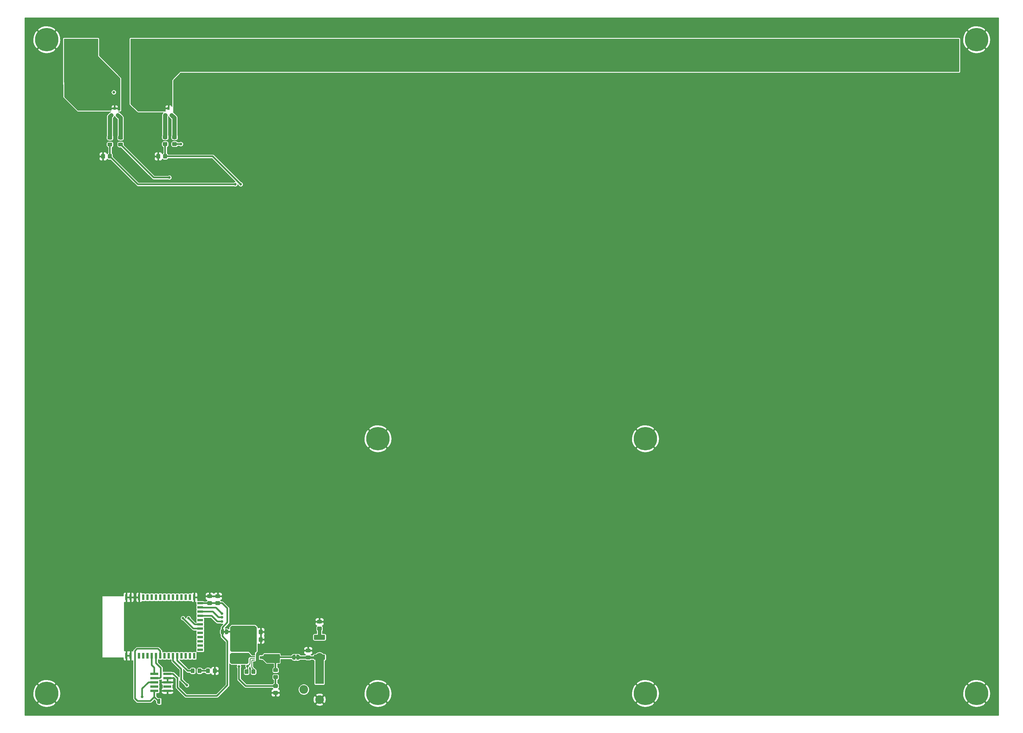
<source format=gbr>
G04 #@! TF.GenerationSoftware,KiCad,Pcbnew,(5.1.4)-1*
G04 #@! TF.CreationDate,2019-09-11T03:03:15-07:00*
G04 #@! TF.ProjectId,BrightBoard1,42726967-6874-4426-9f61-7264312e6b69,rev?*
G04 #@! TF.SameCoordinates,Original*
G04 #@! TF.FileFunction,Copper,L2,Bot*
G04 #@! TF.FilePolarity,Positive*
%FSLAX46Y46*%
G04 Gerber Fmt 4.6, Leading zero omitted, Abs format (unit mm)*
G04 Created by KiCad (PCBNEW (5.1.4)-1) date 2019-09-11 03:03:15*
%MOMM*%
%LPD*%
G04 APERTURE LIST*
%ADD10C,0.100000*%
%ADD11C,7.000000*%
%ADD12C,1.150000*%
%ADD13R,2.400000X0.740000*%
%ADD14C,2.600000*%
%ADD15R,2.600000X2.600000*%
%ADD16C,0.500000*%
%ADD17R,4.200000X2.400000*%
%ADD18R,0.800000X0.900000*%
%ADD19R,0.700000X1.800000*%
%ADD20R,1.800000X0.700000*%
%ADD21R,0.840000X2.400000*%
%ADD22R,0.500000X0.250000*%
%ADD23C,1.525000*%
%ADD24C,0.800000*%
%ADD25C,0.508000*%
%ADD26C,0.254000*%
%ADD27C,0.762000*%
%ADD28C,1.270000*%
%ADD29C,2.540000*%
%ADD30C,1.016000*%
%ADD31C,0.250000*%
%ADD32C,0.177800*%
%ADD33C,0.381000*%
G04 APERTURE END LIST*
D10*
G36*
X212348000Y-279100000D02*
G01*
X212848000Y-279100000D01*
X212848000Y-279700000D01*
X212348000Y-279700000D01*
X212348000Y-279100000D01*
G37*
G36*
X233699000Y-286720000D02*
G01*
X234199000Y-286720000D01*
X234199000Y-287320000D01*
X233699000Y-287320000D01*
X233699000Y-286720000D01*
G37*
D11*
X159385000Y-297815000D03*
D10*
G36*
X208602105Y-268200004D02*
G01*
X208626373Y-268203604D01*
X208650172Y-268209565D01*
X208673271Y-268217830D01*
X208695450Y-268228320D01*
X208716493Y-268240932D01*
X208736199Y-268255547D01*
X208754377Y-268272023D01*
X208770853Y-268290201D01*
X208785468Y-268309907D01*
X208798080Y-268330950D01*
X208808570Y-268353129D01*
X208816835Y-268376228D01*
X208822796Y-268400027D01*
X208826396Y-268424295D01*
X208827600Y-268448799D01*
X208827600Y-269098801D01*
X208826396Y-269123305D01*
X208822796Y-269147573D01*
X208816835Y-269171372D01*
X208808570Y-269194471D01*
X208798080Y-269216650D01*
X208785468Y-269237693D01*
X208770853Y-269257399D01*
X208754377Y-269275577D01*
X208736199Y-269292053D01*
X208716493Y-269306668D01*
X208695450Y-269319280D01*
X208673271Y-269329770D01*
X208650172Y-269338035D01*
X208626373Y-269343996D01*
X208602105Y-269347596D01*
X208577601Y-269348800D01*
X207677599Y-269348800D01*
X207653095Y-269347596D01*
X207628827Y-269343996D01*
X207605028Y-269338035D01*
X207581929Y-269329770D01*
X207559750Y-269319280D01*
X207538707Y-269306668D01*
X207519001Y-269292053D01*
X207500823Y-269275577D01*
X207484347Y-269257399D01*
X207469732Y-269237693D01*
X207457120Y-269216650D01*
X207446630Y-269194471D01*
X207438365Y-269171372D01*
X207432404Y-269147573D01*
X207428804Y-269123305D01*
X207427600Y-269098801D01*
X207427600Y-268448799D01*
X207428804Y-268424295D01*
X207432404Y-268400027D01*
X207438365Y-268376228D01*
X207446630Y-268353129D01*
X207457120Y-268330950D01*
X207469732Y-268309907D01*
X207484347Y-268290201D01*
X207500823Y-268272023D01*
X207519001Y-268255547D01*
X207538707Y-268240932D01*
X207559750Y-268228320D01*
X207581929Y-268217830D01*
X207605028Y-268209565D01*
X207628827Y-268203604D01*
X207653095Y-268200004D01*
X207677599Y-268198800D01*
X208577601Y-268198800D01*
X208602105Y-268200004D01*
X208602105Y-268200004D01*
G37*
D12*
X208127600Y-268773800D03*
D10*
G36*
X208602105Y-270250004D02*
G01*
X208626373Y-270253604D01*
X208650172Y-270259565D01*
X208673271Y-270267830D01*
X208695450Y-270278320D01*
X208716493Y-270290932D01*
X208736199Y-270305547D01*
X208754377Y-270322023D01*
X208770853Y-270340201D01*
X208785468Y-270359907D01*
X208798080Y-270380950D01*
X208808570Y-270403129D01*
X208816835Y-270426228D01*
X208822796Y-270450027D01*
X208826396Y-270474295D01*
X208827600Y-270498799D01*
X208827600Y-271148801D01*
X208826396Y-271173305D01*
X208822796Y-271197573D01*
X208816835Y-271221372D01*
X208808570Y-271244471D01*
X208798080Y-271266650D01*
X208785468Y-271287693D01*
X208770853Y-271307399D01*
X208754377Y-271325577D01*
X208736199Y-271342053D01*
X208716493Y-271356668D01*
X208695450Y-271369280D01*
X208673271Y-271379770D01*
X208650172Y-271388035D01*
X208626373Y-271393996D01*
X208602105Y-271397596D01*
X208577601Y-271398800D01*
X207677599Y-271398800D01*
X207653095Y-271397596D01*
X207628827Y-271393996D01*
X207605028Y-271388035D01*
X207581929Y-271379770D01*
X207559750Y-271369280D01*
X207538707Y-271356668D01*
X207519001Y-271342053D01*
X207500823Y-271325577D01*
X207484347Y-271307399D01*
X207469732Y-271287693D01*
X207457120Y-271266650D01*
X207446630Y-271244471D01*
X207438365Y-271221372D01*
X207432404Y-271197573D01*
X207428804Y-271173305D01*
X207427600Y-271148801D01*
X207427600Y-270498799D01*
X207428804Y-270474295D01*
X207432404Y-270450027D01*
X207438365Y-270426228D01*
X207446630Y-270403129D01*
X207457120Y-270380950D01*
X207469732Y-270359907D01*
X207484347Y-270340201D01*
X207500823Y-270322023D01*
X207519001Y-270305547D01*
X207538707Y-270290932D01*
X207559750Y-270278320D01*
X207581929Y-270267830D01*
X207605028Y-270259565D01*
X207628827Y-270253604D01*
X207653095Y-270250004D01*
X207677599Y-270248800D01*
X208577601Y-270248800D01*
X208602105Y-270250004D01*
X208602105Y-270250004D01*
G37*
D12*
X208127600Y-270823800D03*
D10*
G36*
X211040505Y-268200004D02*
G01*
X211064773Y-268203604D01*
X211088572Y-268209565D01*
X211111671Y-268217830D01*
X211133850Y-268228320D01*
X211154893Y-268240932D01*
X211174599Y-268255547D01*
X211192777Y-268272023D01*
X211209253Y-268290201D01*
X211223868Y-268309907D01*
X211236480Y-268330950D01*
X211246970Y-268353129D01*
X211255235Y-268376228D01*
X211261196Y-268400027D01*
X211264796Y-268424295D01*
X211266000Y-268448799D01*
X211266000Y-269098801D01*
X211264796Y-269123305D01*
X211261196Y-269147573D01*
X211255235Y-269171372D01*
X211246970Y-269194471D01*
X211236480Y-269216650D01*
X211223868Y-269237693D01*
X211209253Y-269257399D01*
X211192777Y-269275577D01*
X211174599Y-269292053D01*
X211154893Y-269306668D01*
X211133850Y-269319280D01*
X211111671Y-269329770D01*
X211088572Y-269338035D01*
X211064773Y-269343996D01*
X211040505Y-269347596D01*
X211016001Y-269348800D01*
X210115999Y-269348800D01*
X210091495Y-269347596D01*
X210067227Y-269343996D01*
X210043428Y-269338035D01*
X210020329Y-269329770D01*
X209998150Y-269319280D01*
X209977107Y-269306668D01*
X209957401Y-269292053D01*
X209939223Y-269275577D01*
X209922747Y-269257399D01*
X209908132Y-269237693D01*
X209895520Y-269216650D01*
X209885030Y-269194471D01*
X209876765Y-269171372D01*
X209870804Y-269147573D01*
X209867204Y-269123305D01*
X209866000Y-269098801D01*
X209866000Y-268448799D01*
X209867204Y-268424295D01*
X209870804Y-268400027D01*
X209876765Y-268376228D01*
X209885030Y-268353129D01*
X209895520Y-268330950D01*
X209908132Y-268309907D01*
X209922747Y-268290201D01*
X209939223Y-268272023D01*
X209957401Y-268255547D01*
X209977107Y-268240932D01*
X209998150Y-268228320D01*
X210020329Y-268217830D01*
X210043428Y-268209565D01*
X210067227Y-268203604D01*
X210091495Y-268200004D01*
X210115999Y-268198800D01*
X211016001Y-268198800D01*
X211040505Y-268200004D01*
X211040505Y-268200004D01*
G37*
D12*
X210566000Y-268773800D03*
D10*
G36*
X211040505Y-270250004D02*
G01*
X211064773Y-270253604D01*
X211088572Y-270259565D01*
X211111671Y-270267830D01*
X211133850Y-270278320D01*
X211154893Y-270290932D01*
X211174599Y-270305547D01*
X211192777Y-270322023D01*
X211209253Y-270340201D01*
X211223868Y-270359907D01*
X211236480Y-270380950D01*
X211246970Y-270403129D01*
X211255235Y-270426228D01*
X211261196Y-270450027D01*
X211264796Y-270474295D01*
X211266000Y-270498799D01*
X211266000Y-271148801D01*
X211264796Y-271173305D01*
X211261196Y-271197573D01*
X211255235Y-271221372D01*
X211246970Y-271244471D01*
X211236480Y-271266650D01*
X211223868Y-271287693D01*
X211209253Y-271307399D01*
X211192777Y-271325577D01*
X211174599Y-271342053D01*
X211154893Y-271356668D01*
X211133850Y-271369280D01*
X211111671Y-271379770D01*
X211088572Y-271388035D01*
X211064773Y-271393996D01*
X211040505Y-271397596D01*
X211016001Y-271398800D01*
X210115999Y-271398800D01*
X210091495Y-271397596D01*
X210067227Y-271393996D01*
X210043428Y-271388035D01*
X210020329Y-271379770D01*
X209998150Y-271369280D01*
X209977107Y-271356668D01*
X209957401Y-271342053D01*
X209939223Y-271325577D01*
X209922747Y-271307399D01*
X209908132Y-271287693D01*
X209895520Y-271266650D01*
X209885030Y-271244471D01*
X209876765Y-271221372D01*
X209870804Y-271197573D01*
X209867204Y-271173305D01*
X209866000Y-271148801D01*
X209866000Y-270498799D01*
X209867204Y-270474295D01*
X209870804Y-270450027D01*
X209876765Y-270426228D01*
X209885030Y-270403129D01*
X209895520Y-270380950D01*
X209908132Y-270359907D01*
X209922747Y-270340201D01*
X209939223Y-270322023D01*
X209957401Y-270305547D01*
X209977107Y-270290932D01*
X209998150Y-270278320D01*
X210020329Y-270267830D01*
X210043428Y-270259565D01*
X210067227Y-270253604D01*
X210091495Y-270250004D01*
X210115999Y-270248800D01*
X211016001Y-270248800D01*
X211040505Y-270250004D01*
X211040505Y-270250004D01*
G37*
D12*
X210566000Y-270823800D03*
D10*
G36*
X193117505Y-136461204D02*
G01*
X193141773Y-136464804D01*
X193165572Y-136470765D01*
X193188671Y-136479030D01*
X193210850Y-136489520D01*
X193231893Y-136502132D01*
X193251599Y-136516747D01*
X193269777Y-136533223D01*
X193286253Y-136551401D01*
X193300868Y-136571107D01*
X193313480Y-136592150D01*
X193323970Y-136614329D01*
X193332235Y-136637428D01*
X193338196Y-136661227D01*
X193341796Y-136685495D01*
X193343000Y-136709999D01*
X193343000Y-137610001D01*
X193341796Y-137634505D01*
X193338196Y-137658773D01*
X193332235Y-137682572D01*
X193323970Y-137705671D01*
X193313480Y-137727850D01*
X193300868Y-137748893D01*
X193286253Y-137768599D01*
X193269777Y-137786777D01*
X193251599Y-137803253D01*
X193231893Y-137817868D01*
X193210850Y-137830480D01*
X193188671Y-137840970D01*
X193165572Y-137849235D01*
X193141773Y-137855196D01*
X193117505Y-137858796D01*
X193093001Y-137860000D01*
X192442999Y-137860000D01*
X192418495Y-137858796D01*
X192394227Y-137855196D01*
X192370428Y-137849235D01*
X192347329Y-137840970D01*
X192325150Y-137830480D01*
X192304107Y-137817868D01*
X192284401Y-137803253D01*
X192266223Y-137786777D01*
X192249747Y-137768599D01*
X192235132Y-137748893D01*
X192222520Y-137727850D01*
X192212030Y-137705671D01*
X192203765Y-137682572D01*
X192197804Y-137658773D01*
X192194204Y-137634505D01*
X192193000Y-137610001D01*
X192193000Y-136709999D01*
X192194204Y-136685495D01*
X192197804Y-136661227D01*
X192203765Y-136637428D01*
X192212030Y-136614329D01*
X192222520Y-136592150D01*
X192235132Y-136571107D01*
X192249747Y-136551401D01*
X192266223Y-136533223D01*
X192284401Y-136516747D01*
X192304107Y-136502132D01*
X192325150Y-136489520D01*
X192347329Y-136479030D01*
X192370428Y-136470765D01*
X192394227Y-136464804D01*
X192418495Y-136461204D01*
X192442999Y-136460000D01*
X193093001Y-136460000D01*
X193117505Y-136461204D01*
X193117505Y-136461204D01*
G37*
D12*
X192768000Y-137160000D03*
D10*
G36*
X195167505Y-136461204D02*
G01*
X195191773Y-136464804D01*
X195215572Y-136470765D01*
X195238671Y-136479030D01*
X195260850Y-136489520D01*
X195281893Y-136502132D01*
X195301599Y-136516747D01*
X195319777Y-136533223D01*
X195336253Y-136551401D01*
X195350868Y-136571107D01*
X195363480Y-136592150D01*
X195373970Y-136614329D01*
X195382235Y-136637428D01*
X195388196Y-136661227D01*
X195391796Y-136685495D01*
X195393000Y-136709999D01*
X195393000Y-137610001D01*
X195391796Y-137634505D01*
X195388196Y-137658773D01*
X195382235Y-137682572D01*
X195373970Y-137705671D01*
X195363480Y-137727850D01*
X195350868Y-137748893D01*
X195336253Y-137768599D01*
X195319777Y-137786777D01*
X195301599Y-137803253D01*
X195281893Y-137817868D01*
X195260850Y-137830480D01*
X195238671Y-137840970D01*
X195215572Y-137849235D01*
X195191773Y-137855196D01*
X195167505Y-137858796D01*
X195143001Y-137860000D01*
X194492999Y-137860000D01*
X194468495Y-137858796D01*
X194444227Y-137855196D01*
X194420428Y-137849235D01*
X194397329Y-137840970D01*
X194375150Y-137830480D01*
X194354107Y-137817868D01*
X194334401Y-137803253D01*
X194316223Y-137786777D01*
X194299747Y-137768599D01*
X194285132Y-137748893D01*
X194272520Y-137727850D01*
X194262030Y-137705671D01*
X194253765Y-137682572D01*
X194247804Y-137658773D01*
X194244204Y-137634505D01*
X194243000Y-137610001D01*
X194243000Y-136709999D01*
X194244204Y-136685495D01*
X194247804Y-136661227D01*
X194253765Y-136637428D01*
X194262030Y-136614329D01*
X194272520Y-136592150D01*
X194285132Y-136571107D01*
X194299747Y-136551401D01*
X194316223Y-136533223D01*
X194334401Y-136516747D01*
X194354107Y-136502132D01*
X194375150Y-136489520D01*
X194397329Y-136479030D01*
X194420428Y-136470765D01*
X194444227Y-136464804D01*
X194468495Y-136461204D01*
X194492999Y-136460000D01*
X195143001Y-136460000D01*
X195167505Y-136461204D01*
X195167505Y-136461204D01*
G37*
D12*
X194818000Y-137160000D03*
D10*
G36*
X176607505Y-136461204D02*
G01*
X176631773Y-136464804D01*
X176655572Y-136470765D01*
X176678671Y-136479030D01*
X176700850Y-136489520D01*
X176721893Y-136502132D01*
X176741599Y-136516747D01*
X176759777Y-136533223D01*
X176776253Y-136551401D01*
X176790868Y-136571107D01*
X176803480Y-136592150D01*
X176813970Y-136614329D01*
X176822235Y-136637428D01*
X176828196Y-136661227D01*
X176831796Y-136685495D01*
X176833000Y-136709999D01*
X176833000Y-137610001D01*
X176831796Y-137634505D01*
X176828196Y-137658773D01*
X176822235Y-137682572D01*
X176813970Y-137705671D01*
X176803480Y-137727850D01*
X176790868Y-137748893D01*
X176776253Y-137768599D01*
X176759777Y-137786777D01*
X176741599Y-137803253D01*
X176721893Y-137817868D01*
X176700850Y-137830480D01*
X176678671Y-137840970D01*
X176655572Y-137849235D01*
X176631773Y-137855196D01*
X176607505Y-137858796D01*
X176583001Y-137860000D01*
X175932999Y-137860000D01*
X175908495Y-137858796D01*
X175884227Y-137855196D01*
X175860428Y-137849235D01*
X175837329Y-137840970D01*
X175815150Y-137830480D01*
X175794107Y-137817868D01*
X175774401Y-137803253D01*
X175756223Y-137786777D01*
X175739747Y-137768599D01*
X175725132Y-137748893D01*
X175712520Y-137727850D01*
X175702030Y-137705671D01*
X175693765Y-137682572D01*
X175687804Y-137658773D01*
X175684204Y-137634505D01*
X175683000Y-137610001D01*
X175683000Y-136709999D01*
X175684204Y-136685495D01*
X175687804Y-136661227D01*
X175693765Y-136637428D01*
X175702030Y-136614329D01*
X175712520Y-136592150D01*
X175725132Y-136571107D01*
X175739747Y-136551401D01*
X175756223Y-136533223D01*
X175774401Y-136516747D01*
X175794107Y-136502132D01*
X175815150Y-136489520D01*
X175837329Y-136479030D01*
X175860428Y-136470765D01*
X175884227Y-136464804D01*
X175908495Y-136461204D01*
X175932999Y-136460000D01*
X176583001Y-136460000D01*
X176607505Y-136461204D01*
X176607505Y-136461204D01*
G37*
D12*
X176258000Y-137160000D03*
D10*
G36*
X178657505Y-136461204D02*
G01*
X178681773Y-136464804D01*
X178705572Y-136470765D01*
X178728671Y-136479030D01*
X178750850Y-136489520D01*
X178771893Y-136502132D01*
X178791599Y-136516747D01*
X178809777Y-136533223D01*
X178826253Y-136551401D01*
X178840868Y-136571107D01*
X178853480Y-136592150D01*
X178863970Y-136614329D01*
X178872235Y-136637428D01*
X178878196Y-136661227D01*
X178881796Y-136685495D01*
X178883000Y-136709999D01*
X178883000Y-137610001D01*
X178881796Y-137634505D01*
X178878196Y-137658773D01*
X178872235Y-137682572D01*
X178863970Y-137705671D01*
X178853480Y-137727850D01*
X178840868Y-137748893D01*
X178826253Y-137768599D01*
X178809777Y-137786777D01*
X178791599Y-137803253D01*
X178771893Y-137817868D01*
X178750850Y-137830480D01*
X178728671Y-137840970D01*
X178705572Y-137849235D01*
X178681773Y-137855196D01*
X178657505Y-137858796D01*
X178633001Y-137860000D01*
X177982999Y-137860000D01*
X177958495Y-137858796D01*
X177934227Y-137855196D01*
X177910428Y-137849235D01*
X177887329Y-137840970D01*
X177865150Y-137830480D01*
X177844107Y-137817868D01*
X177824401Y-137803253D01*
X177806223Y-137786777D01*
X177789747Y-137768599D01*
X177775132Y-137748893D01*
X177762520Y-137727850D01*
X177752030Y-137705671D01*
X177743765Y-137682572D01*
X177737804Y-137658773D01*
X177734204Y-137634505D01*
X177733000Y-137610001D01*
X177733000Y-136709999D01*
X177734204Y-136685495D01*
X177737804Y-136661227D01*
X177743765Y-136637428D01*
X177752030Y-136614329D01*
X177762520Y-136592150D01*
X177775132Y-136571107D01*
X177789747Y-136551401D01*
X177806223Y-136533223D01*
X177824401Y-136516747D01*
X177844107Y-136502132D01*
X177865150Y-136489520D01*
X177887329Y-136479030D01*
X177910428Y-136470765D01*
X177934227Y-136464804D01*
X177958495Y-136461204D01*
X177982999Y-136460000D01*
X178633001Y-136460000D01*
X178657505Y-136461204D01*
X178657505Y-136461204D01*
G37*
D12*
X178308000Y-137160000D03*
D10*
G36*
X241469705Y-275820004D02*
G01*
X241493973Y-275823604D01*
X241517772Y-275829565D01*
X241540871Y-275837830D01*
X241563050Y-275848320D01*
X241584093Y-275860932D01*
X241603799Y-275875547D01*
X241621977Y-275892023D01*
X241638453Y-275910201D01*
X241653068Y-275929907D01*
X241665680Y-275950950D01*
X241676170Y-275973129D01*
X241684435Y-275996228D01*
X241690396Y-276020027D01*
X241693996Y-276044295D01*
X241695200Y-276068799D01*
X241695200Y-276718801D01*
X241693996Y-276743305D01*
X241690396Y-276767573D01*
X241684435Y-276791372D01*
X241676170Y-276814471D01*
X241665680Y-276836650D01*
X241653068Y-276857693D01*
X241638453Y-276877399D01*
X241621977Y-276895577D01*
X241603799Y-276912053D01*
X241584093Y-276926668D01*
X241563050Y-276939280D01*
X241540871Y-276949770D01*
X241517772Y-276958035D01*
X241493973Y-276963996D01*
X241469705Y-276967596D01*
X241445201Y-276968800D01*
X240545199Y-276968800D01*
X240520695Y-276967596D01*
X240496427Y-276963996D01*
X240472628Y-276958035D01*
X240449529Y-276949770D01*
X240427350Y-276939280D01*
X240406307Y-276926668D01*
X240386601Y-276912053D01*
X240368423Y-276895577D01*
X240351947Y-276877399D01*
X240337332Y-276857693D01*
X240324720Y-276836650D01*
X240314230Y-276814471D01*
X240305965Y-276791372D01*
X240300004Y-276767573D01*
X240296404Y-276743305D01*
X240295200Y-276718801D01*
X240295200Y-276068799D01*
X240296404Y-276044295D01*
X240300004Y-276020027D01*
X240305965Y-275996228D01*
X240314230Y-275973129D01*
X240324720Y-275950950D01*
X240337332Y-275929907D01*
X240351947Y-275910201D01*
X240368423Y-275892023D01*
X240386601Y-275875547D01*
X240406307Y-275860932D01*
X240427350Y-275848320D01*
X240449529Y-275837830D01*
X240472628Y-275829565D01*
X240496427Y-275823604D01*
X240520695Y-275820004D01*
X240545199Y-275818800D01*
X241445201Y-275818800D01*
X241469705Y-275820004D01*
X241469705Y-275820004D01*
G37*
D12*
X240995200Y-276393800D03*
D10*
G36*
X241469705Y-277870004D02*
G01*
X241493973Y-277873604D01*
X241517772Y-277879565D01*
X241540871Y-277887830D01*
X241563050Y-277898320D01*
X241584093Y-277910932D01*
X241603799Y-277925547D01*
X241621977Y-277942023D01*
X241638453Y-277960201D01*
X241653068Y-277979907D01*
X241665680Y-278000950D01*
X241676170Y-278023129D01*
X241684435Y-278046228D01*
X241690396Y-278070027D01*
X241693996Y-278094295D01*
X241695200Y-278118799D01*
X241695200Y-278768801D01*
X241693996Y-278793305D01*
X241690396Y-278817573D01*
X241684435Y-278841372D01*
X241676170Y-278864471D01*
X241665680Y-278886650D01*
X241653068Y-278907693D01*
X241638453Y-278927399D01*
X241621977Y-278945577D01*
X241603799Y-278962053D01*
X241584093Y-278976668D01*
X241563050Y-278989280D01*
X241540871Y-278999770D01*
X241517772Y-279008035D01*
X241493973Y-279013996D01*
X241469705Y-279017596D01*
X241445201Y-279018800D01*
X240545199Y-279018800D01*
X240520695Y-279017596D01*
X240496427Y-279013996D01*
X240472628Y-279008035D01*
X240449529Y-278999770D01*
X240427350Y-278989280D01*
X240406307Y-278976668D01*
X240386601Y-278962053D01*
X240368423Y-278945577D01*
X240351947Y-278927399D01*
X240337332Y-278907693D01*
X240324720Y-278886650D01*
X240314230Y-278864471D01*
X240305965Y-278841372D01*
X240300004Y-278817573D01*
X240296404Y-278793305D01*
X240295200Y-278768801D01*
X240295200Y-278118799D01*
X240296404Y-278094295D01*
X240300004Y-278070027D01*
X240305965Y-278046228D01*
X240314230Y-278023129D01*
X240324720Y-278000950D01*
X240337332Y-277979907D01*
X240351947Y-277960201D01*
X240368423Y-277942023D01*
X240386601Y-277925547D01*
X240406307Y-277910932D01*
X240427350Y-277898320D01*
X240449529Y-277887830D01*
X240472628Y-277879565D01*
X240496427Y-277873604D01*
X240520695Y-277870004D01*
X240545199Y-277868800D01*
X241445201Y-277868800D01*
X241469705Y-277870004D01*
X241469705Y-277870004D01*
G37*
D12*
X240995200Y-278443800D03*
D10*
G36*
X238066105Y-284456004D02*
G01*
X238090373Y-284459604D01*
X238114172Y-284465565D01*
X238137271Y-284473830D01*
X238159450Y-284484320D01*
X238180493Y-284496932D01*
X238200199Y-284511547D01*
X238218377Y-284528023D01*
X238234853Y-284546201D01*
X238249468Y-284565907D01*
X238262080Y-284586950D01*
X238272570Y-284609129D01*
X238280835Y-284632228D01*
X238286796Y-284656027D01*
X238290396Y-284680295D01*
X238291600Y-284704799D01*
X238291600Y-285354801D01*
X238290396Y-285379305D01*
X238286796Y-285403573D01*
X238280835Y-285427372D01*
X238272570Y-285450471D01*
X238262080Y-285472650D01*
X238249468Y-285493693D01*
X238234853Y-285513399D01*
X238218377Y-285531577D01*
X238200199Y-285548053D01*
X238180493Y-285562668D01*
X238159450Y-285575280D01*
X238137271Y-285585770D01*
X238114172Y-285594035D01*
X238090373Y-285599996D01*
X238066105Y-285603596D01*
X238041601Y-285604800D01*
X237141599Y-285604800D01*
X237117095Y-285603596D01*
X237092827Y-285599996D01*
X237069028Y-285594035D01*
X237045929Y-285585770D01*
X237023750Y-285575280D01*
X237002707Y-285562668D01*
X236983001Y-285548053D01*
X236964823Y-285531577D01*
X236948347Y-285513399D01*
X236933732Y-285493693D01*
X236921120Y-285472650D01*
X236910630Y-285450471D01*
X236902365Y-285427372D01*
X236896404Y-285403573D01*
X236892804Y-285379305D01*
X236891600Y-285354801D01*
X236891600Y-284704799D01*
X236892804Y-284680295D01*
X236896404Y-284656027D01*
X236902365Y-284632228D01*
X236910630Y-284609129D01*
X236921120Y-284586950D01*
X236933732Y-284565907D01*
X236948347Y-284546201D01*
X236964823Y-284528023D01*
X236983001Y-284511547D01*
X237002707Y-284496932D01*
X237023750Y-284484320D01*
X237045929Y-284473830D01*
X237069028Y-284465565D01*
X237092827Y-284459604D01*
X237117095Y-284456004D01*
X237141599Y-284454800D01*
X238041601Y-284454800D01*
X238066105Y-284456004D01*
X238066105Y-284456004D01*
G37*
D12*
X237591600Y-285029800D03*
D10*
G36*
X238066105Y-286506004D02*
G01*
X238090373Y-286509604D01*
X238114172Y-286515565D01*
X238137271Y-286523830D01*
X238159450Y-286534320D01*
X238180493Y-286546932D01*
X238200199Y-286561547D01*
X238218377Y-286578023D01*
X238234853Y-286596201D01*
X238249468Y-286615907D01*
X238262080Y-286636950D01*
X238272570Y-286659129D01*
X238280835Y-286682228D01*
X238286796Y-286706027D01*
X238290396Y-286730295D01*
X238291600Y-286754799D01*
X238291600Y-287404801D01*
X238290396Y-287429305D01*
X238286796Y-287453573D01*
X238280835Y-287477372D01*
X238272570Y-287500471D01*
X238262080Y-287522650D01*
X238249468Y-287543693D01*
X238234853Y-287563399D01*
X238218377Y-287581577D01*
X238200199Y-287598053D01*
X238180493Y-287612668D01*
X238159450Y-287625280D01*
X238137271Y-287635770D01*
X238114172Y-287644035D01*
X238090373Y-287649996D01*
X238066105Y-287653596D01*
X238041601Y-287654800D01*
X237141599Y-287654800D01*
X237117095Y-287653596D01*
X237092827Y-287649996D01*
X237069028Y-287644035D01*
X237045929Y-287635770D01*
X237023750Y-287625280D01*
X237002707Y-287612668D01*
X236983001Y-287598053D01*
X236964823Y-287581577D01*
X236948347Y-287563399D01*
X236933732Y-287543693D01*
X236921120Y-287522650D01*
X236910630Y-287500471D01*
X236902365Y-287477372D01*
X236896404Y-287453573D01*
X236892804Y-287429305D01*
X236891600Y-287404801D01*
X236891600Y-286754799D01*
X236892804Y-286730295D01*
X236896404Y-286706027D01*
X236902365Y-286682228D01*
X236910630Y-286659129D01*
X236921120Y-286636950D01*
X236933732Y-286615907D01*
X236948347Y-286596201D01*
X236964823Y-286578023D01*
X236983001Y-286561547D01*
X237002707Y-286546932D01*
X237023750Y-286534320D01*
X237045929Y-286523830D01*
X237069028Y-286515565D01*
X237092827Y-286509604D01*
X237117095Y-286506004D01*
X237141599Y-286504800D01*
X238041601Y-286504800D01*
X238066105Y-286506004D01*
X238066105Y-286506004D01*
G37*
D12*
X237591600Y-287079800D03*
D10*
G36*
X226179310Y-284456002D02*
G01*
X226203535Y-284459595D01*
X226227291Y-284465546D01*
X226250349Y-284473796D01*
X226272487Y-284484267D01*
X226293493Y-284496857D01*
X226313163Y-284511445D01*
X226331308Y-284527892D01*
X226347755Y-284546037D01*
X226362343Y-284565707D01*
X226374933Y-284586713D01*
X226385404Y-284608851D01*
X226393654Y-284631909D01*
X226399605Y-284655665D01*
X226403198Y-284679890D01*
X226404400Y-284704350D01*
X226404400Y-285355250D01*
X226403198Y-285379710D01*
X226399605Y-285403935D01*
X226393654Y-285427691D01*
X226385404Y-285450749D01*
X226374933Y-285472887D01*
X226362343Y-285493893D01*
X226347755Y-285513563D01*
X226331308Y-285531708D01*
X226313163Y-285548155D01*
X226293493Y-285562743D01*
X226272487Y-285575333D01*
X226250349Y-285585804D01*
X226227291Y-285594054D01*
X226203535Y-285600005D01*
X226179310Y-285603598D01*
X226154850Y-285604800D01*
X225253950Y-285604800D01*
X225229490Y-285603598D01*
X225205265Y-285600005D01*
X225181509Y-285594054D01*
X225158451Y-285585804D01*
X225136313Y-285575333D01*
X225115307Y-285562743D01*
X225095637Y-285548155D01*
X225077492Y-285531708D01*
X225061045Y-285513563D01*
X225046457Y-285493893D01*
X225033867Y-285472887D01*
X225023396Y-285450749D01*
X225015146Y-285427691D01*
X225009195Y-285403935D01*
X225005602Y-285379710D01*
X225004400Y-285355250D01*
X225004400Y-284704350D01*
X225005602Y-284679890D01*
X225009195Y-284655665D01*
X225015146Y-284631909D01*
X225023396Y-284608851D01*
X225033867Y-284586713D01*
X225046457Y-284565707D01*
X225061045Y-284546037D01*
X225077492Y-284527892D01*
X225095637Y-284511445D01*
X225115307Y-284496857D01*
X225136313Y-284484267D01*
X225158451Y-284473796D01*
X225181509Y-284465546D01*
X225205265Y-284459595D01*
X225229490Y-284456002D01*
X225253950Y-284454800D01*
X226154850Y-284454800D01*
X226179310Y-284456002D01*
X226179310Y-284456002D01*
G37*
D12*
X225704400Y-285029800D03*
D10*
G36*
X226178905Y-286506004D02*
G01*
X226203173Y-286509604D01*
X226226972Y-286515565D01*
X226250071Y-286523830D01*
X226272250Y-286534320D01*
X226293293Y-286546932D01*
X226312999Y-286561547D01*
X226331177Y-286578023D01*
X226347653Y-286596201D01*
X226362268Y-286615907D01*
X226374880Y-286636950D01*
X226385370Y-286659129D01*
X226393635Y-286682228D01*
X226399596Y-286706027D01*
X226403196Y-286730295D01*
X226404400Y-286754799D01*
X226404400Y-287404801D01*
X226403196Y-287429305D01*
X226399596Y-287453573D01*
X226393635Y-287477372D01*
X226385370Y-287500471D01*
X226374880Y-287522650D01*
X226362268Y-287543693D01*
X226347653Y-287563399D01*
X226331177Y-287581577D01*
X226312999Y-287598053D01*
X226293293Y-287612668D01*
X226272250Y-287625280D01*
X226250071Y-287635770D01*
X226226972Y-287644035D01*
X226203173Y-287649996D01*
X226178905Y-287653596D01*
X226154401Y-287654800D01*
X225254399Y-287654800D01*
X225229895Y-287653596D01*
X225205627Y-287649996D01*
X225181828Y-287644035D01*
X225158729Y-287635770D01*
X225136550Y-287625280D01*
X225115507Y-287612668D01*
X225095801Y-287598053D01*
X225077623Y-287581577D01*
X225061147Y-287563399D01*
X225046532Y-287543693D01*
X225033920Y-287522650D01*
X225023430Y-287500471D01*
X225015165Y-287477372D01*
X225009204Y-287453573D01*
X225005604Y-287429305D01*
X225004400Y-287404801D01*
X225004400Y-286754799D01*
X225005604Y-286730295D01*
X225009204Y-286706027D01*
X225015165Y-286682228D01*
X225023430Y-286659129D01*
X225033920Y-286636950D01*
X225046532Y-286615907D01*
X225061147Y-286596201D01*
X225077623Y-286578023D01*
X225095801Y-286561547D01*
X225115507Y-286546932D01*
X225136550Y-286534320D01*
X225158729Y-286523830D01*
X225181828Y-286515565D01*
X225205627Y-286509604D01*
X225229895Y-286506004D01*
X225254399Y-286504800D01*
X226154401Y-286504800D01*
X226178905Y-286506004D01*
X226178905Y-286506004D01*
G37*
D12*
X225704400Y-287079800D03*
D10*
G36*
X223776905Y-281038004D02*
G01*
X223801173Y-281041604D01*
X223824972Y-281047565D01*
X223848071Y-281055830D01*
X223870250Y-281066320D01*
X223891293Y-281078932D01*
X223910999Y-281093547D01*
X223929177Y-281110023D01*
X223945653Y-281128201D01*
X223960268Y-281147907D01*
X223972880Y-281168950D01*
X223983370Y-281191129D01*
X223991635Y-281214228D01*
X223997596Y-281238027D01*
X224001196Y-281262295D01*
X224002400Y-281286799D01*
X224002400Y-282186801D01*
X224001196Y-282211305D01*
X223997596Y-282235573D01*
X223991635Y-282259372D01*
X223983370Y-282282471D01*
X223972880Y-282304650D01*
X223960268Y-282325693D01*
X223945653Y-282345399D01*
X223929177Y-282363577D01*
X223910999Y-282380053D01*
X223891293Y-282394668D01*
X223870250Y-282407280D01*
X223848071Y-282417770D01*
X223824972Y-282426035D01*
X223801173Y-282431996D01*
X223776905Y-282435596D01*
X223752401Y-282436800D01*
X223102399Y-282436800D01*
X223077895Y-282435596D01*
X223053627Y-282431996D01*
X223029828Y-282426035D01*
X223006729Y-282417770D01*
X222984550Y-282407280D01*
X222963507Y-282394668D01*
X222943801Y-282380053D01*
X222925623Y-282363577D01*
X222909147Y-282345399D01*
X222894532Y-282325693D01*
X222881920Y-282304650D01*
X222871430Y-282282471D01*
X222863165Y-282259372D01*
X222857204Y-282235573D01*
X222853604Y-282211305D01*
X222852400Y-282186801D01*
X222852400Y-281286799D01*
X222853604Y-281262295D01*
X222857204Y-281238027D01*
X222863165Y-281214228D01*
X222871430Y-281191129D01*
X222881920Y-281168950D01*
X222894532Y-281147907D01*
X222909147Y-281128201D01*
X222925623Y-281110023D01*
X222943801Y-281093547D01*
X222963507Y-281078932D01*
X222984550Y-281066320D01*
X223006729Y-281055830D01*
X223029828Y-281047565D01*
X223053627Y-281041604D01*
X223077895Y-281038004D01*
X223102399Y-281036800D01*
X223752401Y-281036800D01*
X223776905Y-281038004D01*
X223776905Y-281038004D01*
G37*
D12*
X223427400Y-281736800D03*
D10*
G36*
X221726905Y-281038004D02*
G01*
X221751173Y-281041604D01*
X221774972Y-281047565D01*
X221798071Y-281055830D01*
X221820250Y-281066320D01*
X221841293Y-281078932D01*
X221860999Y-281093547D01*
X221879177Y-281110023D01*
X221895653Y-281128201D01*
X221910268Y-281147907D01*
X221922880Y-281168950D01*
X221933370Y-281191129D01*
X221941635Y-281214228D01*
X221947596Y-281238027D01*
X221951196Y-281262295D01*
X221952400Y-281286799D01*
X221952400Y-282186801D01*
X221951196Y-282211305D01*
X221947596Y-282235573D01*
X221941635Y-282259372D01*
X221933370Y-282282471D01*
X221922880Y-282304650D01*
X221910268Y-282325693D01*
X221895653Y-282345399D01*
X221879177Y-282363577D01*
X221860999Y-282380053D01*
X221841293Y-282394668D01*
X221820250Y-282407280D01*
X221798071Y-282417770D01*
X221774972Y-282426035D01*
X221751173Y-282431996D01*
X221726905Y-282435596D01*
X221702401Y-282436800D01*
X221052399Y-282436800D01*
X221027895Y-282435596D01*
X221003627Y-282431996D01*
X220979828Y-282426035D01*
X220956729Y-282417770D01*
X220934550Y-282407280D01*
X220913507Y-282394668D01*
X220893801Y-282380053D01*
X220875623Y-282363577D01*
X220859147Y-282345399D01*
X220844532Y-282325693D01*
X220831920Y-282304650D01*
X220821430Y-282282471D01*
X220813165Y-282259372D01*
X220807204Y-282235573D01*
X220803604Y-282211305D01*
X220802400Y-282186801D01*
X220802400Y-281286799D01*
X220803604Y-281262295D01*
X220807204Y-281238027D01*
X220813165Y-281214228D01*
X220821430Y-281191129D01*
X220831920Y-281168950D01*
X220844532Y-281147907D01*
X220859147Y-281128201D01*
X220875623Y-281110023D01*
X220893801Y-281093547D01*
X220913507Y-281078932D01*
X220934550Y-281066320D01*
X220956729Y-281055830D01*
X220979828Y-281047565D01*
X221003627Y-281041604D01*
X221027895Y-281038004D01*
X221052399Y-281036800D01*
X221702401Y-281036800D01*
X221726905Y-281038004D01*
X221726905Y-281038004D01*
G37*
D12*
X221377400Y-281736800D03*
D10*
G36*
X207985505Y-290385204D02*
G01*
X208009773Y-290388804D01*
X208033572Y-290394765D01*
X208056671Y-290403030D01*
X208078850Y-290413520D01*
X208099893Y-290426132D01*
X208119599Y-290440747D01*
X208137777Y-290457223D01*
X208154253Y-290475401D01*
X208168868Y-290495107D01*
X208181480Y-290516150D01*
X208191970Y-290538329D01*
X208200235Y-290561428D01*
X208206196Y-290585227D01*
X208209796Y-290609495D01*
X208211000Y-290633999D01*
X208211000Y-291534001D01*
X208209796Y-291558505D01*
X208206196Y-291582773D01*
X208200235Y-291606572D01*
X208191970Y-291629671D01*
X208181480Y-291651850D01*
X208168868Y-291672893D01*
X208154253Y-291692599D01*
X208137777Y-291710777D01*
X208119599Y-291727253D01*
X208099893Y-291741868D01*
X208078850Y-291754480D01*
X208056671Y-291764970D01*
X208033572Y-291773235D01*
X208009773Y-291779196D01*
X207985505Y-291782796D01*
X207961001Y-291784000D01*
X207310999Y-291784000D01*
X207286495Y-291782796D01*
X207262227Y-291779196D01*
X207238428Y-291773235D01*
X207215329Y-291764970D01*
X207193150Y-291754480D01*
X207172107Y-291741868D01*
X207152401Y-291727253D01*
X207134223Y-291710777D01*
X207117747Y-291692599D01*
X207103132Y-291672893D01*
X207090520Y-291651850D01*
X207080030Y-291629671D01*
X207071765Y-291606572D01*
X207065804Y-291582773D01*
X207062204Y-291558505D01*
X207061000Y-291534001D01*
X207061000Y-290633999D01*
X207062204Y-290609495D01*
X207065804Y-290585227D01*
X207071765Y-290561428D01*
X207080030Y-290538329D01*
X207090520Y-290516150D01*
X207103132Y-290495107D01*
X207117747Y-290475401D01*
X207134223Y-290457223D01*
X207152401Y-290440747D01*
X207172107Y-290426132D01*
X207193150Y-290413520D01*
X207215329Y-290403030D01*
X207238428Y-290394765D01*
X207262227Y-290388804D01*
X207286495Y-290385204D01*
X207310999Y-290384000D01*
X207961001Y-290384000D01*
X207985505Y-290385204D01*
X207985505Y-290385204D01*
G37*
D12*
X207636000Y-291084000D03*
D10*
G36*
X210035505Y-290385204D02*
G01*
X210059773Y-290388804D01*
X210083572Y-290394765D01*
X210106671Y-290403030D01*
X210128850Y-290413520D01*
X210149893Y-290426132D01*
X210169599Y-290440747D01*
X210187777Y-290457223D01*
X210204253Y-290475401D01*
X210218868Y-290495107D01*
X210231480Y-290516150D01*
X210241970Y-290538329D01*
X210250235Y-290561428D01*
X210256196Y-290585227D01*
X210259796Y-290609495D01*
X210261000Y-290633999D01*
X210261000Y-291534001D01*
X210259796Y-291558505D01*
X210256196Y-291582773D01*
X210250235Y-291606572D01*
X210241970Y-291629671D01*
X210231480Y-291651850D01*
X210218868Y-291672893D01*
X210204253Y-291692599D01*
X210187777Y-291710777D01*
X210169599Y-291727253D01*
X210149893Y-291741868D01*
X210128850Y-291754480D01*
X210106671Y-291764970D01*
X210083572Y-291773235D01*
X210059773Y-291779196D01*
X210035505Y-291782796D01*
X210011001Y-291784000D01*
X209360999Y-291784000D01*
X209336495Y-291782796D01*
X209312227Y-291779196D01*
X209288428Y-291773235D01*
X209265329Y-291764970D01*
X209243150Y-291754480D01*
X209222107Y-291741868D01*
X209202401Y-291727253D01*
X209184223Y-291710777D01*
X209167747Y-291692599D01*
X209153132Y-291672893D01*
X209140520Y-291651850D01*
X209130030Y-291629671D01*
X209121765Y-291606572D01*
X209115804Y-291582773D01*
X209112204Y-291558505D01*
X209111000Y-291534001D01*
X209111000Y-290633999D01*
X209112204Y-290609495D01*
X209115804Y-290585227D01*
X209121765Y-290561428D01*
X209130030Y-290538329D01*
X209140520Y-290516150D01*
X209153132Y-290495107D01*
X209167747Y-290475401D01*
X209184223Y-290457223D01*
X209202401Y-290440747D01*
X209222107Y-290426132D01*
X209243150Y-290413520D01*
X209265329Y-290403030D01*
X209288428Y-290394765D01*
X209312227Y-290388804D01*
X209336495Y-290385204D01*
X209360999Y-290384000D01*
X210011001Y-290384000D01*
X210035505Y-290385204D01*
X210035505Y-290385204D01*
G37*
D12*
X209686000Y-291084000D03*
D13*
X191598000Y-297053000D03*
X195498000Y-297053000D03*
X191598000Y-295783000D03*
X195498000Y-295783000D03*
X191598000Y-294513000D03*
X195498000Y-294513000D03*
X191598000Y-293243000D03*
X195498000Y-293243000D03*
X191598000Y-291973000D03*
X195498000Y-291973000D03*
D14*
X236295200Y-296670000D03*
X240995200Y-299670000D03*
D15*
X240995200Y-293670000D03*
D16*
X192898000Y-300228000D03*
D10*
G36*
X192898000Y-300977398D02*
G01*
X192873466Y-300977398D01*
X192824635Y-300972588D01*
X192776510Y-300963016D01*
X192729555Y-300948772D01*
X192684222Y-300929995D01*
X192640949Y-300906864D01*
X192600150Y-300879604D01*
X192562221Y-300848476D01*
X192527524Y-300813779D01*
X192496396Y-300775850D01*
X192469136Y-300735051D01*
X192446005Y-300691778D01*
X192427228Y-300646445D01*
X192412984Y-300599490D01*
X192403412Y-300551365D01*
X192398602Y-300502534D01*
X192398602Y-300478000D01*
X192398000Y-300478000D01*
X192398000Y-299978000D01*
X192398602Y-299978000D01*
X192398602Y-299953466D01*
X192403412Y-299904635D01*
X192412984Y-299856510D01*
X192427228Y-299809555D01*
X192446005Y-299764222D01*
X192469136Y-299720949D01*
X192496396Y-299680150D01*
X192527524Y-299642221D01*
X192562221Y-299607524D01*
X192600150Y-299576396D01*
X192640949Y-299549136D01*
X192684222Y-299526005D01*
X192729555Y-299507228D01*
X192776510Y-299492984D01*
X192824635Y-299483412D01*
X192873466Y-299478602D01*
X192898000Y-299478602D01*
X192898000Y-299478000D01*
X193398000Y-299478000D01*
X193398000Y-300978000D01*
X192898000Y-300978000D01*
X192898000Y-300977398D01*
X192898000Y-300977398D01*
G37*
D16*
X194198000Y-300228000D03*
D10*
G36*
X193698000Y-299478000D02*
G01*
X194198000Y-299478000D01*
X194198000Y-299478602D01*
X194222534Y-299478602D01*
X194271365Y-299483412D01*
X194319490Y-299492984D01*
X194366445Y-299507228D01*
X194411778Y-299526005D01*
X194455051Y-299549136D01*
X194495850Y-299576396D01*
X194533779Y-299607524D01*
X194568476Y-299642221D01*
X194599604Y-299680150D01*
X194626864Y-299720949D01*
X194649995Y-299764222D01*
X194668772Y-299809555D01*
X194683016Y-299856510D01*
X194692588Y-299904635D01*
X194697398Y-299953466D01*
X194697398Y-299978000D01*
X194698000Y-299978000D01*
X194698000Y-300478000D01*
X194697398Y-300478000D01*
X194697398Y-300502534D01*
X194692588Y-300551365D01*
X194683016Y-300599490D01*
X194668772Y-300646445D01*
X194649995Y-300691778D01*
X194626864Y-300735051D01*
X194599604Y-300775850D01*
X194568476Y-300813779D01*
X194533779Y-300848476D01*
X194495850Y-300879604D01*
X194455051Y-300906864D01*
X194411778Y-300929995D01*
X194366445Y-300948772D01*
X194319490Y-300963016D01*
X194271365Y-300972588D01*
X194222534Y-300977398D01*
X194198000Y-300977398D01*
X194198000Y-300978000D01*
X193698000Y-300978000D01*
X193698000Y-299478000D01*
X193698000Y-299478000D01*
G37*
D16*
X213248000Y-279400000D03*
D10*
G36*
X212748000Y-278650000D02*
G01*
X213248000Y-278650000D01*
X213248000Y-278650602D01*
X213272534Y-278650602D01*
X213321365Y-278655412D01*
X213369490Y-278664984D01*
X213416445Y-278679228D01*
X213461778Y-278698005D01*
X213505051Y-278721136D01*
X213545850Y-278748396D01*
X213583779Y-278779524D01*
X213618476Y-278814221D01*
X213649604Y-278852150D01*
X213676864Y-278892949D01*
X213699995Y-278936222D01*
X213718772Y-278981555D01*
X213733016Y-279028510D01*
X213742588Y-279076635D01*
X213747398Y-279125466D01*
X213747398Y-279150000D01*
X213748000Y-279150000D01*
X213748000Y-279650000D01*
X213747398Y-279650000D01*
X213747398Y-279674534D01*
X213742588Y-279723365D01*
X213733016Y-279771490D01*
X213718772Y-279818445D01*
X213699995Y-279863778D01*
X213676864Y-279907051D01*
X213649604Y-279947850D01*
X213618476Y-279985779D01*
X213583779Y-280020476D01*
X213545850Y-280051604D01*
X213505051Y-280078864D01*
X213461778Y-280101995D01*
X213416445Y-280120772D01*
X213369490Y-280135016D01*
X213321365Y-280144588D01*
X213272534Y-280149398D01*
X213248000Y-280149398D01*
X213248000Y-280150000D01*
X212748000Y-280150000D01*
X212748000Y-278650000D01*
X212748000Y-278650000D01*
G37*
D16*
X211948000Y-279400000D03*
D10*
G36*
X211948000Y-280149398D02*
G01*
X211923466Y-280149398D01*
X211874635Y-280144588D01*
X211826510Y-280135016D01*
X211779555Y-280120772D01*
X211734222Y-280101995D01*
X211690949Y-280078864D01*
X211650150Y-280051604D01*
X211612221Y-280020476D01*
X211577524Y-279985779D01*
X211546396Y-279947850D01*
X211519136Y-279907051D01*
X211496005Y-279863778D01*
X211477228Y-279818445D01*
X211462984Y-279771490D01*
X211453412Y-279723365D01*
X211448602Y-279674534D01*
X211448602Y-279650000D01*
X211448000Y-279650000D01*
X211448000Y-279150000D01*
X211448602Y-279150000D01*
X211448602Y-279125466D01*
X211453412Y-279076635D01*
X211462984Y-279028510D01*
X211477228Y-278981555D01*
X211496005Y-278936222D01*
X211519136Y-278892949D01*
X211546396Y-278852150D01*
X211577524Y-278814221D01*
X211612221Y-278779524D01*
X211650150Y-278748396D01*
X211690949Y-278721136D01*
X211734222Y-278698005D01*
X211779555Y-278679228D01*
X211826510Y-278664984D01*
X211874635Y-278655412D01*
X211923466Y-278650602D01*
X211948000Y-278650602D01*
X211948000Y-278650000D01*
X212448000Y-278650000D01*
X212448000Y-280150000D01*
X211948000Y-280150000D01*
X211948000Y-280149398D01*
X211948000Y-280149398D01*
G37*
D17*
X217017600Y-282992000D03*
X217017600Y-287492000D03*
D18*
X195834000Y-122825000D03*
X194884000Y-124825000D03*
X196784000Y-124825000D03*
X179705000Y-122825000D03*
X178755000Y-124825000D03*
X180655000Y-124825000D03*
D10*
G36*
X205463505Y-290385204D02*
G01*
X205487773Y-290388804D01*
X205511572Y-290394765D01*
X205534671Y-290403030D01*
X205556850Y-290413520D01*
X205577893Y-290426132D01*
X205597599Y-290440747D01*
X205615777Y-290457223D01*
X205632253Y-290475401D01*
X205646868Y-290495107D01*
X205659480Y-290516150D01*
X205669970Y-290538329D01*
X205678235Y-290561428D01*
X205684196Y-290585227D01*
X205687796Y-290609495D01*
X205689000Y-290633999D01*
X205689000Y-291534001D01*
X205687796Y-291558505D01*
X205684196Y-291582773D01*
X205678235Y-291606572D01*
X205669970Y-291629671D01*
X205659480Y-291651850D01*
X205646868Y-291672893D01*
X205632253Y-291692599D01*
X205615777Y-291710777D01*
X205597599Y-291727253D01*
X205577893Y-291741868D01*
X205556850Y-291754480D01*
X205534671Y-291764970D01*
X205511572Y-291773235D01*
X205487773Y-291779196D01*
X205463505Y-291782796D01*
X205439001Y-291784000D01*
X204788999Y-291784000D01*
X204764495Y-291782796D01*
X204740227Y-291779196D01*
X204716428Y-291773235D01*
X204693329Y-291764970D01*
X204671150Y-291754480D01*
X204650107Y-291741868D01*
X204630401Y-291727253D01*
X204612223Y-291710777D01*
X204595747Y-291692599D01*
X204581132Y-291672893D01*
X204568520Y-291651850D01*
X204558030Y-291629671D01*
X204549765Y-291606572D01*
X204543804Y-291582773D01*
X204540204Y-291558505D01*
X204539000Y-291534001D01*
X204539000Y-290633999D01*
X204540204Y-290609495D01*
X204543804Y-290585227D01*
X204549765Y-290561428D01*
X204558030Y-290538329D01*
X204568520Y-290516150D01*
X204581132Y-290495107D01*
X204595747Y-290475401D01*
X204612223Y-290457223D01*
X204630401Y-290440747D01*
X204650107Y-290426132D01*
X204671150Y-290413520D01*
X204693329Y-290403030D01*
X204716428Y-290394765D01*
X204740227Y-290388804D01*
X204764495Y-290385204D01*
X204788999Y-290384000D01*
X205439001Y-290384000D01*
X205463505Y-290385204D01*
X205463505Y-290385204D01*
G37*
D12*
X205114000Y-291084000D03*
D10*
G36*
X203413505Y-290385204D02*
G01*
X203437773Y-290388804D01*
X203461572Y-290394765D01*
X203484671Y-290403030D01*
X203506850Y-290413520D01*
X203527893Y-290426132D01*
X203547599Y-290440747D01*
X203565777Y-290457223D01*
X203582253Y-290475401D01*
X203596868Y-290495107D01*
X203609480Y-290516150D01*
X203619970Y-290538329D01*
X203628235Y-290561428D01*
X203634196Y-290585227D01*
X203637796Y-290609495D01*
X203639000Y-290633999D01*
X203639000Y-291534001D01*
X203637796Y-291558505D01*
X203634196Y-291582773D01*
X203628235Y-291606572D01*
X203619970Y-291629671D01*
X203609480Y-291651850D01*
X203596868Y-291672893D01*
X203582253Y-291692599D01*
X203565777Y-291710777D01*
X203547599Y-291727253D01*
X203527893Y-291741868D01*
X203506850Y-291754480D01*
X203484671Y-291764970D01*
X203461572Y-291773235D01*
X203437773Y-291779196D01*
X203413505Y-291782796D01*
X203389001Y-291784000D01*
X202738999Y-291784000D01*
X202714495Y-291782796D01*
X202690227Y-291779196D01*
X202666428Y-291773235D01*
X202643329Y-291764970D01*
X202621150Y-291754480D01*
X202600107Y-291741868D01*
X202580401Y-291727253D01*
X202562223Y-291710777D01*
X202545747Y-291692599D01*
X202531132Y-291672893D01*
X202518520Y-291651850D01*
X202508030Y-291629671D01*
X202499765Y-291606572D01*
X202493804Y-291582773D01*
X202490204Y-291558505D01*
X202489000Y-291534001D01*
X202489000Y-290633999D01*
X202490204Y-290609495D01*
X202493804Y-290585227D01*
X202499765Y-290561428D01*
X202508030Y-290538329D01*
X202518520Y-290516150D01*
X202531132Y-290495107D01*
X202545747Y-290475401D01*
X202562223Y-290457223D01*
X202580401Y-290440747D01*
X202600107Y-290426132D01*
X202621150Y-290413520D01*
X202643329Y-290403030D01*
X202666428Y-290394765D01*
X202690227Y-290388804D01*
X202714495Y-290385204D01*
X202738999Y-290384000D01*
X203389001Y-290384000D01*
X203413505Y-290385204D01*
X203413505Y-290385204D01*
G37*
D12*
X203064000Y-291084000D03*
D10*
G36*
X198086505Y-132912204D02*
G01*
X198110773Y-132915804D01*
X198134572Y-132921765D01*
X198157671Y-132930030D01*
X198179850Y-132940520D01*
X198200893Y-132953132D01*
X198220599Y-132967747D01*
X198238777Y-132984223D01*
X198255253Y-133002401D01*
X198269868Y-133022107D01*
X198282480Y-133043150D01*
X198292970Y-133065329D01*
X198301235Y-133088428D01*
X198307196Y-133112227D01*
X198310796Y-133136495D01*
X198312000Y-133160999D01*
X198312000Y-133811001D01*
X198310796Y-133835505D01*
X198307196Y-133859773D01*
X198301235Y-133883572D01*
X198292970Y-133906671D01*
X198282480Y-133928850D01*
X198269868Y-133949893D01*
X198255253Y-133969599D01*
X198238777Y-133987777D01*
X198220599Y-134004253D01*
X198200893Y-134018868D01*
X198179850Y-134031480D01*
X198157671Y-134041970D01*
X198134572Y-134050235D01*
X198110773Y-134056196D01*
X198086505Y-134059796D01*
X198062001Y-134061000D01*
X197161999Y-134061000D01*
X197137495Y-134059796D01*
X197113227Y-134056196D01*
X197089428Y-134050235D01*
X197066329Y-134041970D01*
X197044150Y-134031480D01*
X197023107Y-134018868D01*
X197003401Y-134004253D01*
X196985223Y-133987777D01*
X196968747Y-133969599D01*
X196954132Y-133949893D01*
X196941520Y-133928850D01*
X196931030Y-133906671D01*
X196922765Y-133883572D01*
X196916804Y-133859773D01*
X196913204Y-133835505D01*
X196912000Y-133811001D01*
X196912000Y-133160999D01*
X196913204Y-133136495D01*
X196916804Y-133112227D01*
X196922765Y-133088428D01*
X196931030Y-133065329D01*
X196941520Y-133043150D01*
X196954132Y-133022107D01*
X196968747Y-133002401D01*
X196985223Y-132984223D01*
X197003401Y-132967747D01*
X197023107Y-132953132D01*
X197044150Y-132940520D01*
X197066329Y-132930030D01*
X197089428Y-132921765D01*
X197113227Y-132915804D01*
X197137495Y-132912204D01*
X197161999Y-132911000D01*
X198062001Y-132911000D01*
X198086505Y-132912204D01*
X198086505Y-132912204D01*
G37*
D12*
X197612000Y-133486000D03*
D10*
G36*
X198086505Y-130862204D02*
G01*
X198110773Y-130865804D01*
X198134572Y-130871765D01*
X198157671Y-130880030D01*
X198179850Y-130890520D01*
X198200893Y-130903132D01*
X198220599Y-130917747D01*
X198238777Y-130934223D01*
X198255253Y-130952401D01*
X198269868Y-130972107D01*
X198282480Y-130993150D01*
X198292970Y-131015329D01*
X198301235Y-131038428D01*
X198307196Y-131062227D01*
X198310796Y-131086495D01*
X198312000Y-131110999D01*
X198312000Y-131761001D01*
X198310796Y-131785505D01*
X198307196Y-131809773D01*
X198301235Y-131833572D01*
X198292970Y-131856671D01*
X198282480Y-131878850D01*
X198269868Y-131899893D01*
X198255253Y-131919599D01*
X198238777Y-131937777D01*
X198220599Y-131954253D01*
X198200893Y-131968868D01*
X198179850Y-131981480D01*
X198157671Y-131991970D01*
X198134572Y-132000235D01*
X198110773Y-132006196D01*
X198086505Y-132009796D01*
X198062001Y-132011000D01*
X197161999Y-132011000D01*
X197137495Y-132009796D01*
X197113227Y-132006196D01*
X197089428Y-132000235D01*
X197066329Y-131991970D01*
X197044150Y-131981480D01*
X197023107Y-131968868D01*
X197003401Y-131954253D01*
X196985223Y-131937777D01*
X196968747Y-131919599D01*
X196954132Y-131899893D01*
X196941520Y-131878850D01*
X196931030Y-131856671D01*
X196922765Y-131833572D01*
X196916804Y-131809773D01*
X196913204Y-131785505D01*
X196912000Y-131761001D01*
X196912000Y-131110999D01*
X196913204Y-131086495D01*
X196916804Y-131062227D01*
X196922765Y-131038428D01*
X196931030Y-131015329D01*
X196941520Y-130993150D01*
X196954132Y-130972107D01*
X196968747Y-130952401D01*
X196985223Y-130934223D01*
X197003401Y-130917747D01*
X197023107Y-130903132D01*
X197044150Y-130890520D01*
X197066329Y-130880030D01*
X197089428Y-130871765D01*
X197113227Y-130865804D01*
X197137495Y-130862204D01*
X197161999Y-130861000D01*
X198062001Y-130861000D01*
X198086505Y-130862204D01*
X198086505Y-130862204D01*
G37*
D12*
X197612000Y-131436000D03*
D10*
G36*
X193117910Y-127444202D02*
G01*
X193142135Y-127447795D01*
X193165891Y-127453746D01*
X193188949Y-127461996D01*
X193211087Y-127472467D01*
X193232093Y-127485057D01*
X193251763Y-127499645D01*
X193269908Y-127516092D01*
X193286355Y-127534237D01*
X193300943Y-127553907D01*
X193313533Y-127574913D01*
X193324004Y-127597051D01*
X193332254Y-127620109D01*
X193338205Y-127643865D01*
X193341798Y-127668090D01*
X193343000Y-127692550D01*
X193343000Y-128593450D01*
X193341798Y-128617910D01*
X193338205Y-128642135D01*
X193332254Y-128665891D01*
X193324004Y-128688949D01*
X193313533Y-128711087D01*
X193300943Y-128732093D01*
X193286355Y-128751763D01*
X193269908Y-128769908D01*
X193251763Y-128786355D01*
X193232093Y-128800943D01*
X193211087Y-128813533D01*
X193188949Y-128824004D01*
X193165891Y-128832254D01*
X193142135Y-128838205D01*
X193117910Y-128841798D01*
X193093450Y-128843000D01*
X192442550Y-128843000D01*
X192418090Y-128841798D01*
X192393865Y-128838205D01*
X192370109Y-128832254D01*
X192347051Y-128824004D01*
X192324913Y-128813533D01*
X192303907Y-128800943D01*
X192284237Y-128786355D01*
X192266092Y-128769908D01*
X192249645Y-128751763D01*
X192235057Y-128732093D01*
X192222467Y-128711087D01*
X192211996Y-128688949D01*
X192203746Y-128665891D01*
X192197795Y-128642135D01*
X192194202Y-128617910D01*
X192193000Y-128593450D01*
X192193000Y-127692550D01*
X192194202Y-127668090D01*
X192197795Y-127643865D01*
X192203746Y-127620109D01*
X192211996Y-127597051D01*
X192222467Y-127574913D01*
X192235057Y-127553907D01*
X192249645Y-127534237D01*
X192266092Y-127516092D01*
X192284237Y-127499645D01*
X192303907Y-127485057D01*
X192324913Y-127472467D01*
X192347051Y-127461996D01*
X192370109Y-127453746D01*
X192393865Y-127447795D01*
X192418090Y-127444202D01*
X192442550Y-127443000D01*
X193093450Y-127443000D01*
X193117910Y-127444202D01*
X193117910Y-127444202D01*
G37*
D12*
X192768000Y-128143000D03*
D10*
G36*
X195167505Y-127444204D02*
G01*
X195191773Y-127447804D01*
X195215572Y-127453765D01*
X195238671Y-127462030D01*
X195260850Y-127472520D01*
X195281893Y-127485132D01*
X195301599Y-127499747D01*
X195319777Y-127516223D01*
X195336253Y-127534401D01*
X195350868Y-127554107D01*
X195363480Y-127575150D01*
X195373970Y-127597329D01*
X195382235Y-127620428D01*
X195388196Y-127644227D01*
X195391796Y-127668495D01*
X195393000Y-127692999D01*
X195393000Y-128593001D01*
X195391796Y-128617505D01*
X195388196Y-128641773D01*
X195382235Y-128665572D01*
X195373970Y-128688671D01*
X195363480Y-128710850D01*
X195350868Y-128731893D01*
X195336253Y-128751599D01*
X195319777Y-128769777D01*
X195301599Y-128786253D01*
X195281893Y-128800868D01*
X195260850Y-128813480D01*
X195238671Y-128823970D01*
X195215572Y-128832235D01*
X195191773Y-128838196D01*
X195167505Y-128841796D01*
X195143001Y-128843000D01*
X194492999Y-128843000D01*
X194468495Y-128841796D01*
X194444227Y-128838196D01*
X194420428Y-128832235D01*
X194397329Y-128823970D01*
X194375150Y-128813480D01*
X194354107Y-128800868D01*
X194334401Y-128786253D01*
X194316223Y-128769777D01*
X194299747Y-128751599D01*
X194285132Y-128731893D01*
X194272520Y-128710850D01*
X194262030Y-128688671D01*
X194253765Y-128665572D01*
X194247804Y-128641773D01*
X194244204Y-128617505D01*
X194243000Y-128593001D01*
X194243000Y-127692999D01*
X194244204Y-127668495D01*
X194247804Y-127644227D01*
X194253765Y-127620428D01*
X194262030Y-127597329D01*
X194272520Y-127575150D01*
X194285132Y-127554107D01*
X194299747Y-127534401D01*
X194316223Y-127516223D01*
X194334401Y-127499747D01*
X194354107Y-127485132D01*
X194375150Y-127472520D01*
X194397329Y-127462030D01*
X194420428Y-127453765D01*
X194444227Y-127447804D01*
X194468495Y-127444204D01*
X194492999Y-127443000D01*
X195143001Y-127443000D01*
X195167505Y-127444204D01*
X195167505Y-127444204D01*
G37*
D12*
X194818000Y-128143000D03*
D10*
G36*
X176616910Y-127444202D02*
G01*
X176641135Y-127447795D01*
X176664891Y-127453746D01*
X176687949Y-127461996D01*
X176710087Y-127472467D01*
X176731093Y-127485057D01*
X176750763Y-127499645D01*
X176768908Y-127516092D01*
X176785355Y-127534237D01*
X176799943Y-127553907D01*
X176812533Y-127574913D01*
X176823004Y-127597051D01*
X176831254Y-127620109D01*
X176837205Y-127643865D01*
X176840798Y-127668090D01*
X176842000Y-127692550D01*
X176842000Y-128593450D01*
X176840798Y-128617910D01*
X176837205Y-128642135D01*
X176831254Y-128665891D01*
X176823004Y-128688949D01*
X176812533Y-128711087D01*
X176799943Y-128732093D01*
X176785355Y-128751763D01*
X176768908Y-128769908D01*
X176750763Y-128786355D01*
X176731093Y-128800943D01*
X176710087Y-128813533D01*
X176687949Y-128824004D01*
X176664891Y-128832254D01*
X176641135Y-128838205D01*
X176616910Y-128841798D01*
X176592450Y-128843000D01*
X175941550Y-128843000D01*
X175917090Y-128841798D01*
X175892865Y-128838205D01*
X175869109Y-128832254D01*
X175846051Y-128824004D01*
X175823913Y-128813533D01*
X175802907Y-128800943D01*
X175783237Y-128786355D01*
X175765092Y-128769908D01*
X175748645Y-128751763D01*
X175734057Y-128732093D01*
X175721467Y-128711087D01*
X175710996Y-128688949D01*
X175702746Y-128665891D01*
X175696795Y-128642135D01*
X175693202Y-128617910D01*
X175692000Y-128593450D01*
X175692000Y-127692550D01*
X175693202Y-127668090D01*
X175696795Y-127643865D01*
X175702746Y-127620109D01*
X175710996Y-127597051D01*
X175721467Y-127574913D01*
X175734057Y-127553907D01*
X175748645Y-127534237D01*
X175765092Y-127516092D01*
X175783237Y-127499645D01*
X175802907Y-127485057D01*
X175823913Y-127472467D01*
X175846051Y-127461996D01*
X175869109Y-127453746D01*
X175892865Y-127447795D01*
X175917090Y-127444202D01*
X175941550Y-127443000D01*
X176592450Y-127443000D01*
X176616910Y-127444202D01*
X176616910Y-127444202D01*
G37*
D12*
X176267000Y-128143000D03*
D10*
G36*
X178666505Y-127444204D02*
G01*
X178690773Y-127447804D01*
X178714572Y-127453765D01*
X178737671Y-127462030D01*
X178759850Y-127472520D01*
X178780893Y-127485132D01*
X178800599Y-127499747D01*
X178818777Y-127516223D01*
X178835253Y-127534401D01*
X178849868Y-127554107D01*
X178862480Y-127575150D01*
X178872970Y-127597329D01*
X178881235Y-127620428D01*
X178887196Y-127644227D01*
X178890796Y-127668495D01*
X178892000Y-127692999D01*
X178892000Y-128593001D01*
X178890796Y-128617505D01*
X178887196Y-128641773D01*
X178881235Y-128665572D01*
X178872970Y-128688671D01*
X178862480Y-128710850D01*
X178849868Y-128731893D01*
X178835253Y-128751599D01*
X178818777Y-128769777D01*
X178800599Y-128786253D01*
X178780893Y-128800868D01*
X178759850Y-128813480D01*
X178737671Y-128823970D01*
X178714572Y-128832235D01*
X178690773Y-128838196D01*
X178666505Y-128841796D01*
X178642001Y-128843000D01*
X177991999Y-128843000D01*
X177967495Y-128841796D01*
X177943227Y-128838196D01*
X177919428Y-128832235D01*
X177896329Y-128823970D01*
X177874150Y-128813480D01*
X177853107Y-128800868D01*
X177833401Y-128786253D01*
X177815223Y-128769777D01*
X177798747Y-128751599D01*
X177784132Y-128731893D01*
X177771520Y-128710850D01*
X177761030Y-128688671D01*
X177752765Y-128665572D01*
X177746804Y-128641773D01*
X177743204Y-128617505D01*
X177742000Y-128593001D01*
X177742000Y-127692999D01*
X177743204Y-127668495D01*
X177746804Y-127644227D01*
X177752765Y-127620428D01*
X177761030Y-127597329D01*
X177771520Y-127575150D01*
X177784132Y-127554107D01*
X177798747Y-127534401D01*
X177815223Y-127516223D01*
X177833401Y-127499747D01*
X177853107Y-127485132D01*
X177874150Y-127472520D01*
X177896329Y-127462030D01*
X177919428Y-127453765D01*
X177943227Y-127447804D01*
X177967495Y-127444204D01*
X177991999Y-127443000D01*
X178642001Y-127443000D01*
X178666505Y-127444204D01*
X178666505Y-127444204D01*
G37*
D12*
X178317000Y-128143000D03*
D19*
X183237200Y-286575200D03*
X184507200Y-286575200D03*
X187047200Y-286575200D03*
X188317200Y-286575200D03*
X189587200Y-286575200D03*
X190857200Y-286575200D03*
X192127200Y-286575200D03*
X193397200Y-286575200D03*
X194667200Y-286575200D03*
X195937200Y-286575200D03*
X197207200Y-286575200D03*
X198477200Y-286575200D03*
X199747200Y-286575200D03*
X201017200Y-286575200D03*
X202287200Y-286575200D03*
X203557200Y-286575200D03*
D20*
X205307200Y-284810200D03*
X205307200Y-283540200D03*
X205307200Y-282270200D03*
X205307200Y-281000200D03*
X205307200Y-279730200D03*
X205307200Y-278460200D03*
X205307200Y-277190200D03*
X205307200Y-275920200D03*
X205307200Y-274650200D03*
X205307200Y-273380200D03*
X205307200Y-272110200D03*
X205307200Y-270840200D03*
D19*
X203557200Y-269075200D03*
X202287200Y-269075200D03*
X201017200Y-269075200D03*
X199747200Y-269075200D03*
X198477200Y-269075200D03*
X197207200Y-269075200D03*
X195937200Y-269075200D03*
X194667200Y-269075200D03*
X193397200Y-269075200D03*
X192127200Y-269075200D03*
X190857200Y-269075200D03*
X189587200Y-269075200D03*
X188317200Y-269075200D03*
X187047200Y-269075200D03*
X184507200Y-269075200D03*
X183237200Y-269075200D03*
D21*
X222402400Y-287324800D03*
D22*
X221452400Y-286324800D03*
X221452400Y-286824800D03*
X221452400Y-287324800D03*
X221452400Y-287824800D03*
X221452400Y-288324800D03*
X223352400Y-288324800D03*
X223352400Y-287824800D03*
X223352400Y-287324800D03*
X223352400Y-286824800D03*
X223352400Y-286324800D03*
D16*
X222402400Y-287324800D03*
X222402400Y-286374800D03*
X222402400Y-288274800D03*
D10*
G36*
X223776905Y-278752004D02*
G01*
X223801173Y-278755604D01*
X223824972Y-278761565D01*
X223848071Y-278769830D01*
X223870250Y-278780320D01*
X223891293Y-278792932D01*
X223910999Y-278807547D01*
X223929177Y-278824023D01*
X223945653Y-278842201D01*
X223960268Y-278861907D01*
X223972880Y-278882950D01*
X223983370Y-278905129D01*
X223991635Y-278928228D01*
X223997596Y-278952027D01*
X224001196Y-278976295D01*
X224002400Y-279000799D01*
X224002400Y-279900801D01*
X224001196Y-279925305D01*
X223997596Y-279949573D01*
X223991635Y-279973372D01*
X223983370Y-279996471D01*
X223972880Y-280018650D01*
X223960268Y-280039693D01*
X223945653Y-280059399D01*
X223929177Y-280077577D01*
X223910999Y-280094053D01*
X223891293Y-280108668D01*
X223870250Y-280121280D01*
X223848071Y-280131770D01*
X223824972Y-280140035D01*
X223801173Y-280145996D01*
X223776905Y-280149596D01*
X223752401Y-280150800D01*
X223102399Y-280150800D01*
X223077895Y-280149596D01*
X223053627Y-280145996D01*
X223029828Y-280140035D01*
X223006729Y-280131770D01*
X222984550Y-280121280D01*
X222963507Y-280108668D01*
X222943801Y-280094053D01*
X222925623Y-280077577D01*
X222909147Y-280059399D01*
X222894532Y-280039693D01*
X222881920Y-280018650D01*
X222871430Y-279996471D01*
X222863165Y-279973372D01*
X222857204Y-279949573D01*
X222853604Y-279925305D01*
X222852400Y-279900801D01*
X222852400Y-279000799D01*
X222853604Y-278976295D01*
X222857204Y-278952027D01*
X222863165Y-278928228D01*
X222871430Y-278905129D01*
X222881920Y-278882950D01*
X222894532Y-278861907D01*
X222909147Y-278842201D01*
X222925623Y-278824023D01*
X222943801Y-278807547D01*
X222963507Y-278792932D01*
X222984550Y-278780320D01*
X223006729Y-278769830D01*
X223029828Y-278761565D01*
X223053627Y-278755604D01*
X223077895Y-278752004D01*
X223102399Y-278750800D01*
X223752401Y-278750800D01*
X223776905Y-278752004D01*
X223776905Y-278752004D01*
G37*
D12*
X223427400Y-279450800D03*
D10*
G36*
X221726905Y-278752004D02*
G01*
X221751173Y-278755604D01*
X221774972Y-278761565D01*
X221798071Y-278769830D01*
X221820250Y-278780320D01*
X221841293Y-278792932D01*
X221860999Y-278807547D01*
X221879177Y-278824023D01*
X221895653Y-278842201D01*
X221910268Y-278861907D01*
X221922880Y-278882950D01*
X221933370Y-278905129D01*
X221941635Y-278928228D01*
X221947596Y-278952027D01*
X221951196Y-278976295D01*
X221952400Y-279000799D01*
X221952400Y-279900801D01*
X221951196Y-279925305D01*
X221947596Y-279949573D01*
X221941635Y-279973372D01*
X221933370Y-279996471D01*
X221922880Y-280018650D01*
X221910268Y-280039693D01*
X221895653Y-280059399D01*
X221879177Y-280077577D01*
X221860999Y-280094053D01*
X221841293Y-280108668D01*
X221820250Y-280121280D01*
X221798071Y-280131770D01*
X221774972Y-280140035D01*
X221751173Y-280145996D01*
X221726905Y-280149596D01*
X221702401Y-280150800D01*
X221052399Y-280150800D01*
X221027895Y-280149596D01*
X221003627Y-280145996D01*
X220979828Y-280140035D01*
X220956729Y-280131770D01*
X220934550Y-280121280D01*
X220913507Y-280108668D01*
X220893801Y-280094053D01*
X220875623Y-280077577D01*
X220859147Y-280059399D01*
X220844532Y-280039693D01*
X220831920Y-280018650D01*
X220821430Y-279996471D01*
X220813165Y-279973372D01*
X220807204Y-279949573D01*
X220803604Y-279925305D01*
X220802400Y-279900801D01*
X220802400Y-279000799D01*
X220803604Y-278976295D01*
X220807204Y-278952027D01*
X220813165Y-278928228D01*
X220821430Y-278905129D01*
X220831920Y-278882950D01*
X220844532Y-278861907D01*
X220859147Y-278842201D01*
X220875623Y-278824023D01*
X220893801Y-278807547D01*
X220913507Y-278792932D01*
X220934550Y-278780320D01*
X220956729Y-278769830D01*
X220979828Y-278761565D01*
X221003627Y-278755604D01*
X221027895Y-278752004D01*
X221052399Y-278750800D01*
X221702401Y-278750800D01*
X221726905Y-278752004D01*
X221726905Y-278752004D01*
G37*
D12*
X221377400Y-279450800D03*
D10*
G36*
X223777310Y-283324002D02*
G01*
X223801535Y-283327595D01*
X223825291Y-283333546D01*
X223848349Y-283341796D01*
X223870487Y-283352267D01*
X223891493Y-283364857D01*
X223911163Y-283379445D01*
X223929308Y-283395892D01*
X223945755Y-283414037D01*
X223960343Y-283433707D01*
X223972933Y-283454713D01*
X223983404Y-283476851D01*
X223991654Y-283499909D01*
X223997605Y-283523665D01*
X224001198Y-283547890D01*
X224002400Y-283572350D01*
X224002400Y-284473250D01*
X224001198Y-284497710D01*
X223997605Y-284521935D01*
X223991654Y-284545691D01*
X223983404Y-284568749D01*
X223972933Y-284590887D01*
X223960343Y-284611893D01*
X223945755Y-284631563D01*
X223929308Y-284649708D01*
X223911163Y-284666155D01*
X223891493Y-284680743D01*
X223870487Y-284693333D01*
X223848349Y-284703804D01*
X223825291Y-284712054D01*
X223801535Y-284718005D01*
X223777310Y-284721598D01*
X223752850Y-284722800D01*
X223101950Y-284722800D01*
X223077490Y-284721598D01*
X223053265Y-284718005D01*
X223029509Y-284712054D01*
X223006451Y-284703804D01*
X222984313Y-284693333D01*
X222963307Y-284680743D01*
X222943637Y-284666155D01*
X222925492Y-284649708D01*
X222909045Y-284631563D01*
X222894457Y-284611893D01*
X222881867Y-284590887D01*
X222871396Y-284568749D01*
X222863146Y-284545691D01*
X222857195Y-284521935D01*
X222853602Y-284497710D01*
X222852400Y-284473250D01*
X222852400Y-283572350D01*
X222853602Y-283547890D01*
X222857195Y-283523665D01*
X222863146Y-283499909D01*
X222871396Y-283476851D01*
X222881867Y-283454713D01*
X222894457Y-283433707D01*
X222909045Y-283414037D01*
X222925492Y-283395892D01*
X222943637Y-283379445D01*
X222963307Y-283364857D01*
X222984313Y-283352267D01*
X223006451Y-283341796D01*
X223029509Y-283333546D01*
X223053265Y-283327595D01*
X223077490Y-283324002D01*
X223101950Y-283322800D01*
X223752850Y-283322800D01*
X223777310Y-283324002D01*
X223777310Y-283324002D01*
G37*
D12*
X223427400Y-284022800D03*
D10*
G36*
X221726905Y-283324004D02*
G01*
X221751173Y-283327604D01*
X221774972Y-283333565D01*
X221798071Y-283341830D01*
X221820250Y-283352320D01*
X221841293Y-283364932D01*
X221860999Y-283379547D01*
X221879177Y-283396023D01*
X221895653Y-283414201D01*
X221910268Y-283433907D01*
X221922880Y-283454950D01*
X221933370Y-283477129D01*
X221941635Y-283500228D01*
X221947596Y-283524027D01*
X221951196Y-283548295D01*
X221952400Y-283572799D01*
X221952400Y-284472801D01*
X221951196Y-284497305D01*
X221947596Y-284521573D01*
X221941635Y-284545372D01*
X221933370Y-284568471D01*
X221922880Y-284590650D01*
X221910268Y-284611693D01*
X221895653Y-284631399D01*
X221879177Y-284649577D01*
X221860999Y-284666053D01*
X221841293Y-284680668D01*
X221820250Y-284693280D01*
X221798071Y-284703770D01*
X221774972Y-284712035D01*
X221751173Y-284717996D01*
X221726905Y-284721596D01*
X221702401Y-284722800D01*
X221052399Y-284722800D01*
X221027895Y-284721596D01*
X221003627Y-284717996D01*
X220979828Y-284712035D01*
X220956729Y-284703770D01*
X220934550Y-284693280D01*
X220913507Y-284680668D01*
X220893801Y-284666053D01*
X220875623Y-284649577D01*
X220859147Y-284631399D01*
X220844532Y-284611693D01*
X220831920Y-284590650D01*
X220821430Y-284568471D01*
X220813165Y-284545372D01*
X220807204Y-284521573D01*
X220803604Y-284497305D01*
X220802400Y-284472801D01*
X220802400Y-283572799D01*
X220803604Y-283548295D01*
X220807204Y-283524027D01*
X220813165Y-283500228D01*
X220821430Y-283477129D01*
X220831920Y-283454950D01*
X220844532Y-283433907D01*
X220859147Y-283414201D01*
X220875623Y-283396023D01*
X220893801Y-283379547D01*
X220913507Y-283364932D01*
X220934550Y-283352320D01*
X220956729Y-283341830D01*
X220979828Y-283333565D01*
X221003627Y-283327604D01*
X221027895Y-283324004D01*
X221052399Y-283322800D01*
X221702401Y-283322800D01*
X221726905Y-283324004D01*
X221726905Y-283324004D01*
G37*
D12*
X221377400Y-284022800D03*
D16*
X234599000Y-287020000D03*
D10*
G36*
X234099000Y-286270000D02*
G01*
X234599000Y-286270000D01*
X234599000Y-286270602D01*
X234623534Y-286270602D01*
X234672365Y-286275412D01*
X234720490Y-286284984D01*
X234767445Y-286299228D01*
X234812778Y-286318005D01*
X234856051Y-286341136D01*
X234896850Y-286368396D01*
X234934779Y-286399524D01*
X234969476Y-286434221D01*
X235000604Y-286472150D01*
X235027864Y-286512949D01*
X235050995Y-286556222D01*
X235069772Y-286601555D01*
X235084016Y-286648510D01*
X235093588Y-286696635D01*
X235098398Y-286745466D01*
X235098398Y-286770000D01*
X235099000Y-286770000D01*
X235099000Y-287270000D01*
X235098398Y-287270000D01*
X235098398Y-287294534D01*
X235093588Y-287343365D01*
X235084016Y-287391490D01*
X235069772Y-287438445D01*
X235050995Y-287483778D01*
X235027864Y-287527051D01*
X235000604Y-287567850D01*
X234969476Y-287605779D01*
X234934779Y-287640476D01*
X234896850Y-287671604D01*
X234856051Y-287698864D01*
X234812778Y-287721995D01*
X234767445Y-287740772D01*
X234720490Y-287755016D01*
X234672365Y-287764588D01*
X234623534Y-287769398D01*
X234599000Y-287769398D01*
X234599000Y-287770000D01*
X234099000Y-287770000D01*
X234099000Y-286270000D01*
X234099000Y-286270000D01*
G37*
D16*
X233299000Y-287020000D03*
D10*
G36*
X233299000Y-287769398D02*
G01*
X233274466Y-287769398D01*
X233225635Y-287764588D01*
X233177510Y-287755016D01*
X233130555Y-287740772D01*
X233085222Y-287721995D01*
X233041949Y-287698864D01*
X233001150Y-287671604D01*
X232963221Y-287640476D01*
X232928524Y-287605779D01*
X232897396Y-287567850D01*
X232870136Y-287527051D01*
X232847005Y-287483778D01*
X232828228Y-287438445D01*
X232813984Y-287391490D01*
X232804412Y-287343365D01*
X232799602Y-287294534D01*
X232799602Y-287270000D01*
X232799000Y-287270000D01*
X232799000Y-286770000D01*
X232799602Y-286770000D01*
X232799602Y-286745466D01*
X232804412Y-286696635D01*
X232813984Y-286648510D01*
X232828228Y-286601555D01*
X232847005Y-286556222D01*
X232870136Y-286512949D01*
X232897396Y-286472150D01*
X232928524Y-286434221D01*
X232963221Y-286399524D01*
X233001150Y-286368396D01*
X233041949Y-286341136D01*
X233085222Y-286318005D01*
X233130555Y-286299228D01*
X233177510Y-286284984D01*
X233225635Y-286275412D01*
X233274466Y-286270602D01*
X233299000Y-286270602D01*
X233299000Y-286270000D01*
X233799000Y-286270000D01*
X233799000Y-287770000D01*
X233299000Y-287770000D01*
X233299000Y-287769398D01*
X233299000Y-287769398D01*
G37*
D11*
X159385000Y-102235000D03*
X437515000Y-102235000D03*
X437515000Y-297815000D03*
D10*
G36*
X195292505Y-130862204D02*
G01*
X195316773Y-130865804D01*
X195340572Y-130871765D01*
X195363671Y-130880030D01*
X195385850Y-130890520D01*
X195406893Y-130903132D01*
X195426599Y-130917747D01*
X195444777Y-130934223D01*
X195461253Y-130952401D01*
X195475868Y-130972107D01*
X195488480Y-130993150D01*
X195498970Y-131015329D01*
X195507235Y-131038428D01*
X195513196Y-131062227D01*
X195516796Y-131086495D01*
X195518000Y-131110999D01*
X195518000Y-131761001D01*
X195516796Y-131785505D01*
X195513196Y-131809773D01*
X195507235Y-131833572D01*
X195498970Y-131856671D01*
X195488480Y-131878850D01*
X195475868Y-131899893D01*
X195461253Y-131919599D01*
X195444777Y-131937777D01*
X195426599Y-131954253D01*
X195406893Y-131968868D01*
X195385850Y-131981480D01*
X195363671Y-131991970D01*
X195340572Y-132000235D01*
X195316773Y-132006196D01*
X195292505Y-132009796D01*
X195268001Y-132011000D01*
X194367999Y-132011000D01*
X194343495Y-132009796D01*
X194319227Y-132006196D01*
X194295428Y-132000235D01*
X194272329Y-131991970D01*
X194250150Y-131981480D01*
X194229107Y-131968868D01*
X194209401Y-131954253D01*
X194191223Y-131937777D01*
X194174747Y-131919599D01*
X194160132Y-131899893D01*
X194147520Y-131878850D01*
X194137030Y-131856671D01*
X194128765Y-131833572D01*
X194122804Y-131809773D01*
X194119204Y-131785505D01*
X194118000Y-131761001D01*
X194118000Y-131110999D01*
X194119204Y-131086495D01*
X194122804Y-131062227D01*
X194128765Y-131038428D01*
X194137030Y-131015329D01*
X194147520Y-130993150D01*
X194160132Y-130972107D01*
X194174747Y-130952401D01*
X194191223Y-130934223D01*
X194209401Y-130917747D01*
X194229107Y-130903132D01*
X194250150Y-130890520D01*
X194272329Y-130880030D01*
X194295428Y-130871765D01*
X194319227Y-130865804D01*
X194343495Y-130862204D01*
X194367999Y-130861000D01*
X195268001Y-130861000D01*
X195292505Y-130862204D01*
X195292505Y-130862204D01*
G37*
D12*
X194818000Y-131436000D03*
D10*
G36*
X195292505Y-132912204D02*
G01*
X195316773Y-132915804D01*
X195340572Y-132921765D01*
X195363671Y-132930030D01*
X195385850Y-132940520D01*
X195406893Y-132953132D01*
X195426599Y-132967747D01*
X195444777Y-132984223D01*
X195461253Y-133002401D01*
X195475868Y-133022107D01*
X195488480Y-133043150D01*
X195498970Y-133065329D01*
X195507235Y-133088428D01*
X195513196Y-133112227D01*
X195516796Y-133136495D01*
X195518000Y-133160999D01*
X195518000Y-133811001D01*
X195516796Y-133835505D01*
X195513196Y-133859773D01*
X195507235Y-133883572D01*
X195498970Y-133906671D01*
X195488480Y-133928850D01*
X195475868Y-133949893D01*
X195461253Y-133969599D01*
X195444777Y-133987777D01*
X195426599Y-134004253D01*
X195406893Y-134018868D01*
X195385850Y-134031480D01*
X195363671Y-134041970D01*
X195340572Y-134050235D01*
X195316773Y-134056196D01*
X195292505Y-134059796D01*
X195268001Y-134061000D01*
X194367999Y-134061000D01*
X194343495Y-134059796D01*
X194319227Y-134056196D01*
X194295428Y-134050235D01*
X194272329Y-134041970D01*
X194250150Y-134031480D01*
X194229107Y-134018868D01*
X194209401Y-134004253D01*
X194191223Y-133987777D01*
X194174747Y-133969599D01*
X194160132Y-133949893D01*
X194147520Y-133928850D01*
X194137030Y-133906671D01*
X194128765Y-133883572D01*
X194122804Y-133859773D01*
X194119204Y-133835505D01*
X194118000Y-133811001D01*
X194118000Y-133160999D01*
X194119204Y-133136495D01*
X194122804Y-133112227D01*
X194128765Y-133088428D01*
X194137030Y-133065329D01*
X194147520Y-133043150D01*
X194160132Y-133022107D01*
X194174747Y-133002401D01*
X194191223Y-132984223D01*
X194209401Y-132967747D01*
X194229107Y-132953132D01*
X194250150Y-132940520D01*
X194272329Y-132930030D01*
X194295428Y-132921765D01*
X194319227Y-132915804D01*
X194343495Y-132912204D01*
X194367999Y-132911000D01*
X195268001Y-132911000D01*
X195292505Y-132912204D01*
X195292505Y-132912204D01*
G37*
D12*
X194818000Y-133486000D03*
D10*
G36*
X178782505Y-130989204D02*
G01*
X178806773Y-130992804D01*
X178830572Y-130998765D01*
X178853671Y-131007030D01*
X178875850Y-131017520D01*
X178896893Y-131030132D01*
X178916599Y-131044747D01*
X178934777Y-131061223D01*
X178951253Y-131079401D01*
X178965868Y-131099107D01*
X178978480Y-131120150D01*
X178988970Y-131142329D01*
X178997235Y-131165428D01*
X179003196Y-131189227D01*
X179006796Y-131213495D01*
X179008000Y-131237999D01*
X179008000Y-131888001D01*
X179006796Y-131912505D01*
X179003196Y-131936773D01*
X178997235Y-131960572D01*
X178988970Y-131983671D01*
X178978480Y-132005850D01*
X178965868Y-132026893D01*
X178951253Y-132046599D01*
X178934777Y-132064777D01*
X178916599Y-132081253D01*
X178896893Y-132095868D01*
X178875850Y-132108480D01*
X178853671Y-132118970D01*
X178830572Y-132127235D01*
X178806773Y-132133196D01*
X178782505Y-132136796D01*
X178758001Y-132138000D01*
X177857999Y-132138000D01*
X177833495Y-132136796D01*
X177809227Y-132133196D01*
X177785428Y-132127235D01*
X177762329Y-132118970D01*
X177740150Y-132108480D01*
X177719107Y-132095868D01*
X177699401Y-132081253D01*
X177681223Y-132064777D01*
X177664747Y-132046599D01*
X177650132Y-132026893D01*
X177637520Y-132005850D01*
X177627030Y-131983671D01*
X177618765Y-131960572D01*
X177612804Y-131936773D01*
X177609204Y-131912505D01*
X177608000Y-131888001D01*
X177608000Y-131237999D01*
X177609204Y-131213495D01*
X177612804Y-131189227D01*
X177618765Y-131165428D01*
X177627030Y-131142329D01*
X177637520Y-131120150D01*
X177650132Y-131099107D01*
X177664747Y-131079401D01*
X177681223Y-131061223D01*
X177699401Y-131044747D01*
X177719107Y-131030132D01*
X177740150Y-131017520D01*
X177762329Y-131007030D01*
X177785428Y-130998765D01*
X177809227Y-130992804D01*
X177833495Y-130989204D01*
X177857999Y-130988000D01*
X178758001Y-130988000D01*
X178782505Y-130989204D01*
X178782505Y-130989204D01*
G37*
D12*
X178308000Y-131563000D03*
D10*
G36*
X178782505Y-133039204D02*
G01*
X178806773Y-133042804D01*
X178830572Y-133048765D01*
X178853671Y-133057030D01*
X178875850Y-133067520D01*
X178896893Y-133080132D01*
X178916599Y-133094747D01*
X178934777Y-133111223D01*
X178951253Y-133129401D01*
X178965868Y-133149107D01*
X178978480Y-133170150D01*
X178988970Y-133192329D01*
X178997235Y-133215428D01*
X179003196Y-133239227D01*
X179006796Y-133263495D01*
X179008000Y-133287999D01*
X179008000Y-133938001D01*
X179006796Y-133962505D01*
X179003196Y-133986773D01*
X178997235Y-134010572D01*
X178988970Y-134033671D01*
X178978480Y-134055850D01*
X178965868Y-134076893D01*
X178951253Y-134096599D01*
X178934777Y-134114777D01*
X178916599Y-134131253D01*
X178896893Y-134145868D01*
X178875850Y-134158480D01*
X178853671Y-134168970D01*
X178830572Y-134177235D01*
X178806773Y-134183196D01*
X178782505Y-134186796D01*
X178758001Y-134188000D01*
X177857999Y-134188000D01*
X177833495Y-134186796D01*
X177809227Y-134183196D01*
X177785428Y-134177235D01*
X177762329Y-134168970D01*
X177740150Y-134158480D01*
X177719107Y-134145868D01*
X177699401Y-134131253D01*
X177681223Y-134114777D01*
X177664747Y-134096599D01*
X177650132Y-134076893D01*
X177637520Y-134055850D01*
X177627030Y-134033671D01*
X177618765Y-134010572D01*
X177612804Y-133986773D01*
X177609204Y-133962505D01*
X177608000Y-133938001D01*
X177608000Y-133287999D01*
X177609204Y-133263495D01*
X177612804Y-133239227D01*
X177618765Y-133215428D01*
X177627030Y-133192329D01*
X177637520Y-133170150D01*
X177650132Y-133149107D01*
X177664747Y-133129401D01*
X177681223Y-133111223D01*
X177699401Y-133094747D01*
X177719107Y-133080132D01*
X177740150Y-133067520D01*
X177762329Y-133057030D01*
X177785428Y-133048765D01*
X177809227Y-133042804D01*
X177833495Y-133039204D01*
X177857999Y-133038000D01*
X178758001Y-133038000D01*
X178782505Y-133039204D01*
X178782505Y-133039204D01*
G37*
D12*
X178308000Y-133613000D03*
D10*
G36*
X181957505Y-133039204D02*
G01*
X181981773Y-133042804D01*
X182005572Y-133048765D01*
X182028671Y-133057030D01*
X182050850Y-133067520D01*
X182071893Y-133080132D01*
X182091599Y-133094747D01*
X182109777Y-133111223D01*
X182126253Y-133129401D01*
X182140868Y-133149107D01*
X182153480Y-133170150D01*
X182163970Y-133192329D01*
X182172235Y-133215428D01*
X182178196Y-133239227D01*
X182181796Y-133263495D01*
X182183000Y-133287999D01*
X182183000Y-133938001D01*
X182181796Y-133962505D01*
X182178196Y-133986773D01*
X182172235Y-134010572D01*
X182163970Y-134033671D01*
X182153480Y-134055850D01*
X182140868Y-134076893D01*
X182126253Y-134096599D01*
X182109777Y-134114777D01*
X182091599Y-134131253D01*
X182071893Y-134145868D01*
X182050850Y-134158480D01*
X182028671Y-134168970D01*
X182005572Y-134177235D01*
X181981773Y-134183196D01*
X181957505Y-134186796D01*
X181933001Y-134188000D01*
X181032999Y-134188000D01*
X181008495Y-134186796D01*
X180984227Y-134183196D01*
X180960428Y-134177235D01*
X180937329Y-134168970D01*
X180915150Y-134158480D01*
X180894107Y-134145868D01*
X180874401Y-134131253D01*
X180856223Y-134114777D01*
X180839747Y-134096599D01*
X180825132Y-134076893D01*
X180812520Y-134055850D01*
X180802030Y-134033671D01*
X180793765Y-134010572D01*
X180787804Y-133986773D01*
X180784204Y-133962505D01*
X180783000Y-133938001D01*
X180783000Y-133287999D01*
X180784204Y-133263495D01*
X180787804Y-133239227D01*
X180793765Y-133215428D01*
X180802030Y-133192329D01*
X180812520Y-133170150D01*
X180825132Y-133149107D01*
X180839747Y-133129401D01*
X180856223Y-133111223D01*
X180874401Y-133094747D01*
X180894107Y-133080132D01*
X180915150Y-133067520D01*
X180937329Y-133057030D01*
X180960428Y-133048765D01*
X180984227Y-133042804D01*
X181008495Y-133039204D01*
X181032999Y-133038000D01*
X181933001Y-133038000D01*
X181957505Y-133039204D01*
X181957505Y-133039204D01*
G37*
D12*
X181483000Y-133613000D03*
D10*
G36*
X181957505Y-130989204D02*
G01*
X181981773Y-130992804D01*
X182005572Y-130998765D01*
X182028671Y-131007030D01*
X182050850Y-131017520D01*
X182071893Y-131030132D01*
X182091599Y-131044747D01*
X182109777Y-131061223D01*
X182126253Y-131079401D01*
X182140868Y-131099107D01*
X182153480Y-131120150D01*
X182163970Y-131142329D01*
X182172235Y-131165428D01*
X182178196Y-131189227D01*
X182181796Y-131213495D01*
X182183000Y-131237999D01*
X182183000Y-131888001D01*
X182181796Y-131912505D01*
X182178196Y-131936773D01*
X182172235Y-131960572D01*
X182163970Y-131983671D01*
X182153480Y-132005850D01*
X182140868Y-132026893D01*
X182126253Y-132046599D01*
X182109777Y-132064777D01*
X182091599Y-132081253D01*
X182071893Y-132095868D01*
X182050850Y-132108480D01*
X182028671Y-132118970D01*
X182005572Y-132127235D01*
X181981773Y-132133196D01*
X181957505Y-132136796D01*
X181933001Y-132138000D01*
X181032999Y-132138000D01*
X181008495Y-132136796D01*
X180984227Y-132133196D01*
X180960428Y-132127235D01*
X180937329Y-132118970D01*
X180915150Y-132108480D01*
X180894107Y-132095868D01*
X180874401Y-132081253D01*
X180856223Y-132064777D01*
X180839747Y-132046599D01*
X180825132Y-132026893D01*
X180812520Y-132005850D01*
X180802030Y-131983671D01*
X180793765Y-131960572D01*
X180787804Y-131936773D01*
X180784204Y-131912505D01*
X180783000Y-131888001D01*
X180783000Y-131237999D01*
X180784204Y-131213495D01*
X180787804Y-131189227D01*
X180793765Y-131165428D01*
X180802030Y-131142329D01*
X180812520Y-131120150D01*
X180825132Y-131099107D01*
X180839747Y-131079401D01*
X180856223Y-131061223D01*
X180874401Y-131044747D01*
X180894107Y-131030132D01*
X180915150Y-131017520D01*
X180937329Y-131007030D01*
X180960428Y-130998765D01*
X180984227Y-130992804D01*
X181008495Y-130989204D01*
X181032999Y-130988000D01*
X181933001Y-130988000D01*
X181957505Y-130989204D01*
X181957505Y-130989204D01*
G37*
D12*
X181483000Y-131563000D03*
D10*
G36*
X242444705Y-280274004D02*
G01*
X242468973Y-280277604D01*
X242492772Y-280283565D01*
X242515871Y-280291830D01*
X242538050Y-280302320D01*
X242559093Y-280314932D01*
X242578799Y-280329547D01*
X242596977Y-280346023D01*
X242613453Y-280364201D01*
X242628068Y-280383907D01*
X242640680Y-280404950D01*
X242651170Y-280427129D01*
X242659435Y-280450228D01*
X242665396Y-280474027D01*
X242668996Y-280498295D01*
X242670200Y-280522799D01*
X242670200Y-281547801D01*
X242668996Y-281572305D01*
X242665396Y-281596573D01*
X242659435Y-281620372D01*
X242651170Y-281643471D01*
X242640680Y-281665650D01*
X242628068Y-281686693D01*
X242613453Y-281706399D01*
X242596977Y-281724577D01*
X242578799Y-281741053D01*
X242559093Y-281755668D01*
X242538050Y-281768280D01*
X242515871Y-281778770D01*
X242492772Y-281787035D01*
X242468973Y-281792996D01*
X242444705Y-281796596D01*
X242420201Y-281797800D01*
X239570199Y-281797800D01*
X239545695Y-281796596D01*
X239521427Y-281792996D01*
X239497628Y-281787035D01*
X239474529Y-281778770D01*
X239452350Y-281768280D01*
X239431307Y-281755668D01*
X239411601Y-281741053D01*
X239393423Y-281724577D01*
X239376947Y-281706399D01*
X239362332Y-281686693D01*
X239349720Y-281665650D01*
X239339230Y-281643471D01*
X239330965Y-281620372D01*
X239325004Y-281596573D01*
X239321404Y-281572305D01*
X239320200Y-281547801D01*
X239320200Y-280522799D01*
X239321404Y-280498295D01*
X239325004Y-280474027D01*
X239330965Y-280450228D01*
X239339230Y-280427129D01*
X239349720Y-280404950D01*
X239362332Y-280383907D01*
X239376947Y-280364201D01*
X239393423Y-280346023D01*
X239411601Y-280329547D01*
X239431307Y-280314932D01*
X239452350Y-280302320D01*
X239474529Y-280291830D01*
X239497628Y-280283565D01*
X239521427Y-280277604D01*
X239545695Y-280274004D01*
X239570199Y-280272800D01*
X242420201Y-280272800D01*
X242444705Y-280274004D01*
X242444705Y-280274004D01*
G37*
D23*
X240995200Y-281035300D03*
D10*
G36*
X242444705Y-286249004D02*
G01*
X242468973Y-286252604D01*
X242492772Y-286258565D01*
X242515871Y-286266830D01*
X242538050Y-286277320D01*
X242559093Y-286289932D01*
X242578799Y-286304547D01*
X242596977Y-286321023D01*
X242613453Y-286339201D01*
X242628068Y-286358907D01*
X242640680Y-286379950D01*
X242651170Y-286402129D01*
X242659435Y-286425228D01*
X242665396Y-286449027D01*
X242668996Y-286473295D01*
X242670200Y-286497799D01*
X242670200Y-287522801D01*
X242668996Y-287547305D01*
X242665396Y-287571573D01*
X242659435Y-287595372D01*
X242651170Y-287618471D01*
X242640680Y-287640650D01*
X242628068Y-287661693D01*
X242613453Y-287681399D01*
X242596977Y-287699577D01*
X242578799Y-287716053D01*
X242559093Y-287730668D01*
X242538050Y-287743280D01*
X242515871Y-287753770D01*
X242492772Y-287762035D01*
X242468973Y-287767996D01*
X242444705Y-287771596D01*
X242420201Y-287772800D01*
X239570199Y-287772800D01*
X239545695Y-287771596D01*
X239521427Y-287767996D01*
X239497628Y-287762035D01*
X239474529Y-287753770D01*
X239452350Y-287743280D01*
X239431307Y-287730668D01*
X239411601Y-287716053D01*
X239393423Y-287699577D01*
X239376947Y-287681399D01*
X239362332Y-287661693D01*
X239349720Y-287640650D01*
X239339230Y-287618471D01*
X239330965Y-287595372D01*
X239325004Y-287571573D01*
X239321404Y-287547305D01*
X239320200Y-287522801D01*
X239320200Y-286497799D01*
X239321404Y-286473295D01*
X239325004Y-286449027D01*
X239330965Y-286425228D01*
X239339230Y-286402129D01*
X239349720Y-286379950D01*
X239362332Y-286358907D01*
X239376947Y-286339201D01*
X239393423Y-286321023D01*
X239411601Y-286304547D01*
X239431307Y-286289932D01*
X239452350Y-286277320D01*
X239474529Y-286266830D01*
X239497628Y-286258565D01*
X239521427Y-286252604D01*
X239545695Y-286249004D01*
X239570199Y-286247800D01*
X242420201Y-286247800D01*
X242444705Y-286249004D01*
X242444705Y-286249004D01*
G37*
D23*
X240995200Y-287010300D03*
D10*
G36*
X221592505Y-290639204D02*
G01*
X221616773Y-290642804D01*
X221640572Y-290648765D01*
X221663671Y-290657030D01*
X221685850Y-290667520D01*
X221706893Y-290680132D01*
X221726599Y-290694747D01*
X221744777Y-290711223D01*
X221761253Y-290729401D01*
X221775868Y-290749107D01*
X221788480Y-290770150D01*
X221798970Y-290792329D01*
X221807235Y-290815428D01*
X221813196Y-290839227D01*
X221816796Y-290863495D01*
X221818000Y-290887999D01*
X221818000Y-291788001D01*
X221816796Y-291812505D01*
X221813196Y-291836773D01*
X221807235Y-291860572D01*
X221798970Y-291883671D01*
X221788480Y-291905850D01*
X221775868Y-291926893D01*
X221761253Y-291946599D01*
X221744777Y-291964777D01*
X221726599Y-291981253D01*
X221706893Y-291995868D01*
X221685850Y-292008480D01*
X221663671Y-292018970D01*
X221640572Y-292027235D01*
X221616773Y-292033196D01*
X221592505Y-292036796D01*
X221568001Y-292038000D01*
X220917999Y-292038000D01*
X220893495Y-292036796D01*
X220869227Y-292033196D01*
X220845428Y-292027235D01*
X220822329Y-292018970D01*
X220800150Y-292008480D01*
X220779107Y-291995868D01*
X220759401Y-291981253D01*
X220741223Y-291964777D01*
X220724747Y-291946599D01*
X220710132Y-291926893D01*
X220697520Y-291905850D01*
X220687030Y-291883671D01*
X220678765Y-291860572D01*
X220672804Y-291836773D01*
X220669204Y-291812505D01*
X220668000Y-291788001D01*
X220668000Y-290887999D01*
X220669204Y-290863495D01*
X220672804Y-290839227D01*
X220678765Y-290815428D01*
X220687030Y-290792329D01*
X220697520Y-290770150D01*
X220710132Y-290749107D01*
X220724747Y-290729401D01*
X220741223Y-290711223D01*
X220759401Y-290694747D01*
X220779107Y-290680132D01*
X220800150Y-290667520D01*
X220822329Y-290657030D01*
X220845428Y-290648765D01*
X220869227Y-290642804D01*
X220893495Y-290639204D01*
X220917999Y-290638000D01*
X221568001Y-290638000D01*
X221592505Y-290639204D01*
X221592505Y-290639204D01*
G37*
D12*
X221243000Y-291338000D03*
D10*
G36*
X219542505Y-290639204D02*
G01*
X219566773Y-290642804D01*
X219590572Y-290648765D01*
X219613671Y-290657030D01*
X219635850Y-290667520D01*
X219656893Y-290680132D01*
X219676599Y-290694747D01*
X219694777Y-290711223D01*
X219711253Y-290729401D01*
X219725868Y-290749107D01*
X219738480Y-290770150D01*
X219748970Y-290792329D01*
X219757235Y-290815428D01*
X219763196Y-290839227D01*
X219766796Y-290863495D01*
X219768000Y-290887999D01*
X219768000Y-291788001D01*
X219766796Y-291812505D01*
X219763196Y-291836773D01*
X219757235Y-291860572D01*
X219748970Y-291883671D01*
X219738480Y-291905850D01*
X219725868Y-291926893D01*
X219711253Y-291946599D01*
X219694777Y-291964777D01*
X219676599Y-291981253D01*
X219656893Y-291995868D01*
X219635850Y-292008480D01*
X219613671Y-292018970D01*
X219590572Y-292027235D01*
X219566773Y-292033196D01*
X219542505Y-292036796D01*
X219518001Y-292038000D01*
X218867999Y-292038000D01*
X218843495Y-292036796D01*
X218819227Y-292033196D01*
X218795428Y-292027235D01*
X218772329Y-292018970D01*
X218750150Y-292008480D01*
X218729107Y-291995868D01*
X218709401Y-291981253D01*
X218691223Y-291964777D01*
X218674747Y-291946599D01*
X218660132Y-291926893D01*
X218647520Y-291905850D01*
X218637030Y-291883671D01*
X218628765Y-291860572D01*
X218622804Y-291836773D01*
X218619204Y-291812505D01*
X218618000Y-291788001D01*
X218618000Y-290887999D01*
X218619204Y-290863495D01*
X218622804Y-290839227D01*
X218628765Y-290815428D01*
X218637030Y-290792329D01*
X218647520Y-290770150D01*
X218660132Y-290749107D01*
X218674747Y-290729401D01*
X218691223Y-290711223D01*
X218709401Y-290694747D01*
X218729107Y-290680132D01*
X218750150Y-290667520D01*
X218772329Y-290657030D01*
X218795428Y-290648765D01*
X218819227Y-290642804D01*
X218843495Y-290639204D01*
X218867999Y-290638000D01*
X219518001Y-290638000D01*
X219542505Y-290639204D01*
X219542505Y-290639204D01*
G37*
D12*
X219193000Y-291338000D03*
D11*
X258445000Y-221615000D03*
X258445000Y-297815000D03*
X338455000Y-221615000D03*
X338455000Y-297815000D03*
D10*
G36*
X228322306Y-290293405D02*
G01*
X228346574Y-290297005D01*
X228370373Y-290302966D01*
X228393472Y-290311231D01*
X228415651Y-290321721D01*
X228436694Y-290334333D01*
X228456400Y-290348948D01*
X228474578Y-290365424D01*
X228491054Y-290383602D01*
X228505669Y-290403308D01*
X228518281Y-290424351D01*
X228528771Y-290446530D01*
X228537036Y-290469629D01*
X228542997Y-290493428D01*
X228546597Y-290517696D01*
X228547801Y-290542200D01*
X228547801Y-291192202D01*
X228546597Y-291216706D01*
X228542997Y-291240974D01*
X228537036Y-291264773D01*
X228528771Y-291287872D01*
X228518281Y-291310051D01*
X228505669Y-291331094D01*
X228491054Y-291350800D01*
X228474578Y-291368978D01*
X228456400Y-291385454D01*
X228436694Y-291400069D01*
X228415651Y-291412681D01*
X228393472Y-291423171D01*
X228370373Y-291431436D01*
X228346574Y-291437397D01*
X228322306Y-291440997D01*
X228297802Y-291442201D01*
X227397800Y-291442201D01*
X227373296Y-291440997D01*
X227349028Y-291437397D01*
X227325229Y-291431436D01*
X227302130Y-291423171D01*
X227279951Y-291412681D01*
X227258908Y-291400069D01*
X227239202Y-291385454D01*
X227221024Y-291368978D01*
X227204548Y-291350800D01*
X227189933Y-291331094D01*
X227177321Y-291310051D01*
X227166831Y-291287872D01*
X227158566Y-291264773D01*
X227152605Y-291240974D01*
X227149005Y-291216706D01*
X227147801Y-291192202D01*
X227147801Y-290542200D01*
X227149005Y-290517696D01*
X227152605Y-290493428D01*
X227158566Y-290469629D01*
X227166831Y-290446530D01*
X227177321Y-290424351D01*
X227189933Y-290403308D01*
X227204548Y-290383602D01*
X227221024Y-290365424D01*
X227239202Y-290348948D01*
X227258908Y-290334333D01*
X227279951Y-290321721D01*
X227302130Y-290311231D01*
X227325229Y-290302966D01*
X227349028Y-290297005D01*
X227373296Y-290293405D01*
X227397800Y-290292201D01*
X228297802Y-290292201D01*
X228322306Y-290293405D01*
X228322306Y-290293405D01*
G37*
D12*
X227847801Y-290867201D03*
D10*
G36*
X228322306Y-292343405D02*
G01*
X228346574Y-292347005D01*
X228370373Y-292352966D01*
X228393472Y-292361231D01*
X228415651Y-292371721D01*
X228436694Y-292384333D01*
X228456400Y-292398948D01*
X228474578Y-292415424D01*
X228491054Y-292433602D01*
X228505669Y-292453308D01*
X228518281Y-292474351D01*
X228528771Y-292496530D01*
X228537036Y-292519629D01*
X228542997Y-292543428D01*
X228546597Y-292567696D01*
X228547801Y-292592200D01*
X228547801Y-293242202D01*
X228546597Y-293266706D01*
X228542997Y-293290974D01*
X228537036Y-293314773D01*
X228528771Y-293337872D01*
X228518281Y-293360051D01*
X228505669Y-293381094D01*
X228491054Y-293400800D01*
X228474578Y-293418978D01*
X228456400Y-293435454D01*
X228436694Y-293450069D01*
X228415651Y-293462681D01*
X228393472Y-293473171D01*
X228370373Y-293481436D01*
X228346574Y-293487397D01*
X228322306Y-293490997D01*
X228297802Y-293492201D01*
X227397800Y-293492201D01*
X227373296Y-293490997D01*
X227349028Y-293487397D01*
X227325229Y-293481436D01*
X227302130Y-293473171D01*
X227279951Y-293462681D01*
X227258908Y-293450069D01*
X227239202Y-293435454D01*
X227221024Y-293418978D01*
X227204548Y-293400800D01*
X227189933Y-293381094D01*
X227177321Y-293360051D01*
X227166831Y-293337872D01*
X227158566Y-293314773D01*
X227152605Y-293290974D01*
X227149005Y-293266706D01*
X227147801Y-293242202D01*
X227147801Y-292592200D01*
X227149005Y-292567696D01*
X227152605Y-292543428D01*
X227158566Y-292519629D01*
X227166831Y-292496530D01*
X227177321Y-292474351D01*
X227189933Y-292453308D01*
X227204548Y-292433602D01*
X227221024Y-292415424D01*
X227239202Y-292398948D01*
X227258908Y-292384333D01*
X227279951Y-292371721D01*
X227302130Y-292361231D01*
X227325229Y-292352966D01*
X227349028Y-292347005D01*
X227373296Y-292343405D01*
X227397800Y-292342201D01*
X228297802Y-292342201D01*
X228322306Y-292343405D01*
X228322306Y-292343405D01*
G37*
D12*
X227847801Y-292917201D03*
D10*
G36*
X228322306Y-297093405D02*
G01*
X228346574Y-297097005D01*
X228370373Y-297102966D01*
X228393472Y-297111231D01*
X228415651Y-297121721D01*
X228436694Y-297134333D01*
X228456400Y-297148948D01*
X228474578Y-297165424D01*
X228491054Y-297183602D01*
X228505669Y-297203308D01*
X228518281Y-297224351D01*
X228528771Y-297246530D01*
X228537036Y-297269629D01*
X228542997Y-297293428D01*
X228546597Y-297317696D01*
X228547801Y-297342200D01*
X228547801Y-297992202D01*
X228546597Y-298016706D01*
X228542997Y-298040974D01*
X228537036Y-298064773D01*
X228528771Y-298087872D01*
X228518281Y-298110051D01*
X228505669Y-298131094D01*
X228491054Y-298150800D01*
X228474578Y-298168978D01*
X228456400Y-298185454D01*
X228436694Y-298200069D01*
X228415651Y-298212681D01*
X228393472Y-298223171D01*
X228370373Y-298231436D01*
X228346574Y-298237397D01*
X228322306Y-298240997D01*
X228297802Y-298242201D01*
X227397800Y-298242201D01*
X227373296Y-298240997D01*
X227349028Y-298237397D01*
X227325229Y-298231436D01*
X227302130Y-298223171D01*
X227279951Y-298212681D01*
X227258908Y-298200069D01*
X227239202Y-298185454D01*
X227221024Y-298168978D01*
X227204548Y-298150800D01*
X227189933Y-298131094D01*
X227177321Y-298110051D01*
X227166831Y-298087872D01*
X227158566Y-298064773D01*
X227152605Y-298040974D01*
X227149005Y-298016706D01*
X227147801Y-297992202D01*
X227147801Y-297342200D01*
X227149005Y-297317696D01*
X227152605Y-297293428D01*
X227158566Y-297269629D01*
X227166831Y-297246530D01*
X227177321Y-297224351D01*
X227189933Y-297203308D01*
X227204548Y-297183602D01*
X227221024Y-297165424D01*
X227239202Y-297148948D01*
X227258908Y-297134333D01*
X227279951Y-297121721D01*
X227302130Y-297111231D01*
X227325229Y-297102966D01*
X227349028Y-297097005D01*
X227373296Y-297093405D01*
X227397800Y-297092201D01*
X228297802Y-297092201D01*
X228322306Y-297093405D01*
X228322306Y-297093405D01*
G37*
D12*
X227847801Y-297667201D03*
D10*
G36*
X228322306Y-295043405D02*
G01*
X228346574Y-295047005D01*
X228370373Y-295052966D01*
X228393472Y-295061231D01*
X228415651Y-295071721D01*
X228436694Y-295084333D01*
X228456400Y-295098948D01*
X228474578Y-295115424D01*
X228491054Y-295133602D01*
X228505669Y-295153308D01*
X228518281Y-295174351D01*
X228528771Y-295196530D01*
X228537036Y-295219629D01*
X228542997Y-295243428D01*
X228546597Y-295267696D01*
X228547801Y-295292200D01*
X228547801Y-295942202D01*
X228546597Y-295966706D01*
X228542997Y-295990974D01*
X228537036Y-296014773D01*
X228528771Y-296037872D01*
X228518281Y-296060051D01*
X228505669Y-296081094D01*
X228491054Y-296100800D01*
X228474578Y-296118978D01*
X228456400Y-296135454D01*
X228436694Y-296150069D01*
X228415651Y-296162681D01*
X228393472Y-296173171D01*
X228370373Y-296181436D01*
X228346574Y-296187397D01*
X228322306Y-296190997D01*
X228297802Y-296192201D01*
X227397800Y-296192201D01*
X227373296Y-296190997D01*
X227349028Y-296187397D01*
X227325229Y-296181436D01*
X227302130Y-296173171D01*
X227279951Y-296162681D01*
X227258908Y-296150069D01*
X227239202Y-296135454D01*
X227221024Y-296118978D01*
X227204548Y-296100800D01*
X227189933Y-296081094D01*
X227177321Y-296060051D01*
X227166831Y-296037872D01*
X227158566Y-296014773D01*
X227152605Y-295990974D01*
X227149005Y-295966706D01*
X227147801Y-295942202D01*
X227147801Y-295292200D01*
X227149005Y-295267696D01*
X227152605Y-295243428D01*
X227158566Y-295219629D01*
X227166831Y-295196530D01*
X227177321Y-295174351D01*
X227189933Y-295153308D01*
X227204548Y-295133602D01*
X227221024Y-295115424D01*
X227239202Y-295098948D01*
X227258908Y-295084333D01*
X227279951Y-295071721D01*
X227302130Y-295061231D01*
X227325229Y-295052966D01*
X227349028Y-295047005D01*
X227373296Y-295043405D01*
X227397800Y-295042201D01*
X228297802Y-295042201D01*
X228322306Y-295043405D01*
X228322306Y-295043405D01*
G37*
D12*
X227847801Y-295617201D03*
D24*
X442595000Y-283845000D03*
X442595000Y-233045000D03*
X442595000Y-264795000D03*
X442595000Y-290195000D03*
X442595000Y-245745000D03*
X442595000Y-207645000D03*
X442595000Y-220345000D03*
X442595000Y-213995000D03*
X442595000Y-188595000D03*
X442595000Y-169545000D03*
X442595000Y-118745000D03*
X442595000Y-131445000D03*
X442595000Y-156845000D03*
X442595000Y-175895000D03*
X442595000Y-144145000D03*
X442595000Y-201295000D03*
X442595000Y-226695000D03*
X442595000Y-163195000D03*
X442595000Y-252095000D03*
X442595000Y-112395000D03*
X442595000Y-150495000D03*
X442595000Y-277495000D03*
X442595000Y-271145000D03*
X442595000Y-137795000D03*
X442595000Y-194945000D03*
X442595000Y-182245000D03*
X442595000Y-125095000D03*
X442595000Y-239395000D03*
X442595000Y-258445000D03*
X442595000Y-296545000D03*
X442595000Y-99695000D03*
X442595000Y-106045000D03*
X154305000Y-99695000D03*
X154305000Y-106045000D03*
X154305000Y-188595000D03*
X154305000Y-137795000D03*
X154305000Y-169545000D03*
X154305000Y-194945000D03*
X154305000Y-150495000D03*
X154305000Y-112395000D03*
X154305000Y-125095000D03*
X154305000Y-118745000D03*
X154305000Y-131445000D03*
X154305000Y-156845000D03*
X154305000Y-182245000D03*
X154305000Y-175895000D03*
X154305000Y-144145000D03*
X154305000Y-163195000D03*
X154305000Y-201295000D03*
X154305000Y-277495000D03*
X154305000Y-252095000D03*
X154305000Y-264795000D03*
X154305000Y-283845000D03*
X154305000Y-271145000D03*
X154305000Y-258445000D03*
X154305000Y-220345000D03*
X154305000Y-233045000D03*
X154305000Y-213995000D03*
X154305000Y-239395000D03*
X154305000Y-245745000D03*
X154305000Y-207645000D03*
X154305000Y-226695000D03*
X154305000Y-290195000D03*
X154305000Y-296545000D03*
X179705000Y-302895000D03*
X173355000Y-302895000D03*
X192405000Y-302895000D03*
X186055000Y-302895000D03*
X205105000Y-302895000D03*
X198755000Y-302895000D03*
X249555000Y-97155000D03*
X357505000Y-97155000D03*
X351155000Y-97155000D03*
X408305000Y-97155000D03*
X338455000Y-97155000D03*
X281305000Y-97155000D03*
X300355000Y-97155000D03*
X382905000Y-97155000D03*
X370205000Y-97155000D03*
X205105000Y-97155000D03*
X154305000Y-97155000D03*
X179705000Y-97155000D03*
X294005000Y-97155000D03*
X401955000Y-97155000D03*
X395605000Y-97155000D03*
X363855000Y-97155000D03*
X243205000Y-97155000D03*
X167005000Y-97155000D03*
X198755000Y-97155000D03*
X211455000Y-97155000D03*
X287655000Y-97155000D03*
X376555000Y-97155000D03*
X173355000Y-97155000D03*
X217805000Y-97155000D03*
X192405000Y-97155000D03*
X160655000Y-97155000D03*
X230505000Y-97155000D03*
X224155000Y-97155000D03*
X186055000Y-97155000D03*
X306705000Y-97155000D03*
X236855000Y-97155000D03*
X268605000Y-97155000D03*
X274955000Y-97155000D03*
X255905000Y-97155000D03*
X262255000Y-97155000D03*
X332105000Y-97155000D03*
X319405000Y-97155000D03*
X325755000Y-97155000D03*
X344805000Y-97155000D03*
X313055000Y-97155000D03*
X442595000Y-97155000D03*
X389255000Y-97155000D03*
X414655000Y-97155000D03*
X427355000Y-97155000D03*
X421005000Y-97155000D03*
X440055000Y-97155000D03*
X433705000Y-97155000D03*
X255905000Y-302895000D03*
X230505000Y-302895000D03*
X249555000Y-302895000D03*
X224155000Y-302895000D03*
X243205000Y-302895000D03*
X236855000Y-302895000D03*
X217805000Y-302895000D03*
X211455000Y-302895000D03*
X306705000Y-302895000D03*
X281305000Y-302895000D03*
X300355000Y-302895000D03*
X274955000Y-302895000D03*
X294005000Y-302895000D03*
X287655000Y-302895000D03*
X268605000Y-302895000D03*
X262255000Y-302895000D03*
X357505000Y-302895000D03*
X332105000Y-302895000D03*
X351155000Y-302895000D03*
X325755000Y-302895000D03*
X344805000Y-302895000D03*
X338455000Y-302895000D03*
X319405000Y-302895000D03*
X313055000Y-302895000D03*
X408305000Y-302895000D03*
X382905000Y-302895000D03*
X401955000Y-302895000D03*
X376555000Y-302895000D03*
X395605000Y-302895000D03*
X389255000Y-302895000D03*
X370205000Y-302895000D03*
X363855000Y-302895000D03*
X433705000Y-302895000D03*
X427355000Y-302895000D03*
X440055000Y-302895000D03*
X421005000Y-302895000D03*
X414655000Y-302895000D03*
X442595000Y-302895000D03*
X167005000Y-302895000D03*
X160655000Y-302895000D03*
X180086000Y-101854000D03*
X180086000Y-103378000D03*
X178689000Y-103378000D03*
X178689000Y-101854000D03*
X199263000Y-237363000D03*
X199263000Y-165735000D03*
X199263000Y-261239000D03*
X199263000Y-117983000D03*
X199263000Y-189611000D03*
X199263000Y-141859000D03*
X199263000Y-213487000D03*
X179451000Y-237363000D03*
X179451000Y-165735000D03*
X179451000Y-261239000D03*
X179451000Y-117983000D03*
X179451000Y-189611000D03*
X179451000Y-141859000D03*
X179451000Y-213487000D03*
X159766000Y-237363000D03*
X159766000Y-165735000D03*
X159766000Y-261239000D03*
X159766000Y-117983000D03*
X159766000Y-189611000D03*
X159766000Y-141859000D03*
X159766000Y-213487000D03*
X195707000Y-289052000D03*
X298323000Y-261239000D03*
X298323000Y-285115000D03*
X298323000Y-189611000D03*
X298323000Y-165735000D03*
X298323000Y-117983000D03*
X298323000Y-213487000D03*
X298323000Y-141859000D03*
X298323000Y-237363000D03*
X278384000Y-261239000D03*
X278384000Y-285115000D03*
X278384000Y-189611000D03*
X278384000Y-165735000D03*
X278384000Y-117983000D03*
X278384000Y-213487000D03*
X278384000Y-141859000D03*
X278384000Y-237363000D03*
X258699000Y-261239000D03*
X258699000Y-285115000D03*
X258699000Y-189611000D03*
X258699000Y-165735000D03*
X258699000Y-117983000D03*
X258699000Y-213487000D03*
X258699000Y-141859000D03*
X258699000Y-237363000D03*
X238887000Y-261239000D03*
X238887000Y-189611000D03*
X238887000Y-165735000D03*
X238887000Y-117983000D03*
X238887000Y-213487000D03*
X238887000Y-141859000D03*
X238887000Y-237363000D03*
X219075000Y-237363000D03*
X219075000Y-261239000D03*
X219075000Y-165735000D03*
X219075000Y-141859000D03*
X219075000Y-189611000D03*
X219075000Y-117983000D03*
X219075000Y-213487000D03*
X318135000Y-237363000D03*
X318135000Y-189611000D03*
X318135000Y-213487000D03*
X318135000Y-141859000D03*
X318135000Y-165735000D03*
X318135000Y-117983000D03*
X338201000Y-189611000D03*
X338201000Y-165735000D03*
X338201000Y-117983000D03*
X338201000Y-213487000D03*
X338201000Y-141859000D03*
X338201000Y-237363000D03*
X338201000Y-261239000D03*
X338201000Y-285115000D03*
X358267000Y-165735000D03*
X358267000Y-189611000D03*
X358267000Y-213487000D03*
X358267000Y-285115000D03*
X358267000Y-237363000D03*
X358267000Y-261239000D03*
X358267000Y-117983000D03*
X358267000Y-141859000D03*
X378079000Y-165735000D03*
X378079000Y-189611000D03*
X378079000Y-213487000D03*
X378079000Y-285115000D03*
X378079000Y-237363000D03*
X378079000Y-261239000D03*
X378079000Y-117983000D03*
X378079000Y-141859000D03*
X397891000Y-165735000D03*
X397891000Y-189611000D03*
X397891000Y-213487000D03*
X397891000Y-285115000D03*
X397891000Y-237363000D03*
X397891000Y-261239000D03*
X397891000Y-117983000D03*
X397891000Y-141859000D03*
X417703000Y-165735000D03*
X417703000Y-189611000D03*
X417703000Y-213487000D03*
X417703000Y-285115000D03*
X417703000Y-237363000D03*
X417703000Y-261239000D03*
X417703000Y-117983000D03*
X417703000Y-141859000D03*
X437769000Y-165735000D03*
X437769000Y-189611000D03*
X437769000Y-213487000D03*
X437769000Y-285115000D03*
X437769000Y-237363000D03*
X437769000Y-261239000D03*
X437769000Y-117983000D03*
X437769000Y-141859000D03*
X318135000Y-285115000D03*
X318135000Y-261239000D03*
X202819000Y-296926000D03*
X202819000Y-289052000D03*
X175895000Y-104902000D03*
X177419000Y-104902000D03*
X175895000Y-106680000D03*
X177419000Y-106680000D03*
X178689000Y-108204000D03*
X180086000Y-108204000D03*
X178689000Y-109728000D03*
X180086000Y-109728000D03*
X154305000Y-302895000D03*
X191516000Y-125349000D03*
X193040000Y-125349000D03*
X187071000Y-125349000D03*
X185674000Y-125349000D03*
X184150000Y-125349000D03*
X176276000Y-130556000D03*
X176276000Y-125603000D03*
X174244000Y-125603000D03*
X172339000Y-125603000D03*
X187960000Y-298831000D03*
X201294998Y-295402000D03*
X201803000Y-275336000D03*
X199517000Y-133477000D03*
X200152000Y-275336000D03*
X196088000Y-143510000D03*
X219456000Y-289687000D03*
X219710000Y-284861000D03*
X427355000Y-107188000D03*
X424180000Y-109855000D03*
X424180000Y-104521000D03*
X430530000Y-104521000D03*
X430530000Y-109855000D03*
X427355000Y-104521000D03*
X424180000Y-107188000D03*
X430530000Y-107188000D03*
X387731000Y-107188000D03*
X384556000Y-109855000D03*
X384556000Y-104521000D03*
X390906000Y-104521000D03*
X390906000Y-109855000D03*
X387731000Y-104521000D03*
X384556000Y-107188000D03*
X390906000Y-107188000D03*
X348107000Y-107188000D03*
X344932000Y-109855000D03*
X344932000Y-104521000D03*
X351282000Y-104521000D03*
X351282000Y-109855000D03*
X348107000Y-104521000D03*
X344932000Y-107188000D03*
X351282000Y-107188000D03*
X308356000Y-107188000D03*
X305181000Y-109855000D03*
X305181000Y-104521000D03*
X311531000Y-104521000D03*
X311531000Y-109855000D03*
X308356000Y-104521000D03*
X305181000Y-107188000D03*
X311531000Y-107188000D03*
X268732000Y-107188000D03*
X265557000Y-109855000D03*
X265557000Y-104521000D03*
X271907000Y-104521000D03*
X271907000Y-109855000D03*
X268732000Y-104521000D03*
X265557000Y-107188000D03*
X271907000Y-107188000D03*
X229108000Y-107188000D03*
X225933000Y-109855000D03*
X225933000Y-104521000D03*
X232283000Y-104521000D03*
X232283000Y-109855000D03*
X229108000Y-104521000D03*
X225933000Y-107188000D03*
X232283000Y-107188000D03*
X186182000Y-107188000D03*
X186182000Y-109855000D03*
X186182000Y-104521000D03*
X192532000Y-109855000D03*
X192532000Y-104521000D03*
X189357000Y-104521000D03*
X192532000Y-107188000D03*
X189357000Y-107188000D03*
X169545000Y-104521000D03*
X169545000Y-107188000D03*
X172720000Y-107188000D03*
X172720000Y-109855000D03*
X172720000Y-104521000D03*
X166370000Y-104521000D03*
X166370000Y-107188000D03*
X166370000Y-109855000D03*
X211836000Y-275082000D03*
X217424000Y-145542000D03*
X211836000Y-273938994D03*
X215773000Y-145542000D03*
X216916000Y-289814000D03*
X211836000Y-276352000D03*
D25*
X210549600Y-270840200D02*
X210566000Y-270823800D01*
X205307200Y-270840200D02*
X210549600Y-270840200D01*
X210566000Y-270823800D02*
X211895800Y-270823800D01*
X211895800Y-270823800D02*
X213461600Y-272389600D01*
X213461600Y-272389600D02*
X213461600Y-276631400D01*
X211948000Y-278145000D02*
X211948000Y-279400000D01*
X213461600Y-276631400D02*
X211948000Y-278145000D01*
X198501000Y-293268000D02*
X197206000Y-291973000D01*
X211948000Y-280743648D02*
X213461600Y-282257248D01*
X198501000Y-296037000D02*
X198501000Y-293268000D01*
X211948000Y-279400000D02*
X211948000Y-280743648D01*
X213461600Y-282257248D02*
X213461600Y-295427400D01*
X213461600Y-295427400D02*
X210312000Y-298577000D01*
X210312000Y-298577000D02*
X201041000Y-298577000D01*
X197206000Y-291973000D02*
X195498000Y-291973000D01*
X201041000Y-298577000D02*
X198501000Y-296037000D01*
D26*
X223352400Y-287824800D02*
X223352400Y-288324800D01*
D27*
X237591600Y-287079800D02*
X240925700Y-287079800D01*
D28*
X240995200Y-290626800D02*
X240995200Y-287010300D01*
D27*
X234658800Y-287079800D02*
X234599000Y-287020000D01*
X237591600Y-287079800D02*
X234658800Y-287079800D01*
D29*
X240995200Y-292450000D02*
X240995200Y-287010300D01*
X240995200Y-293670000D02*
X240995200Y-287010300D01*
D30*
X240995200Y-281035300D02*
X240995200Y-278443800D01*
D25*
X205114000Y-291084000D02*
X207636000Y-291084000D01*
X190857200Y-287983200D02*
X190857200Y-286575200D01*
X190857200Y-289409200D02*
X190857200Y-287983200D01*
X191598000Y-291973000D02*
X191598000Y-290150000D01*
X191598000Y-290150000D02*
X190857200Y-289409200D01*
X192127200Y-288774200D02*
X192127200Y-286575200D01*
X193548000Y-290195000D02*
X192127200Y-288774200D01*
X193548000Y-293001000D02*
X193548000Y-290195000D01*
X191598000Y-293243000D02*
X193306000Y-293243000D01*
X193306000Y-293243000D02*
X193548000Y-293001000D01*
X187960000Y-296443000D02*
X187960000Y-298831000D01*
X191598000Y-294513000D02*
X189890000Y-294513000D01*
X189890000Y-294513000D02*
X187960000Y-296443000D01*
X199644000Y-293751002D02*
X201294998Y-295402000D01*
X199644000Y-290576000D02*
X199644000Y-293751002D01*
X197207200Y-286575200D02*
X197207200Y-288139200D01*
X197207200Y-288139200D02*
X199644000Y-290576000D01*
X191598000Y-298928000D02*
X192898000Y-300228000D01*
X191598000Y-298532000D02*
X191598000Y-298928000D01*
X191598000Y-297053000D02*
X191598000Y-298532000D01*
X186563000Y-300101000D02*
X190425000Y-300101000D01*
X193397200Y-285167200D02*
X192710000Y-284480000D01*
X192710000Y-284480000D02*
X186436000Y-284480000D01*
X190425000Y-300101000D02*
X191598000Y-298928000D01*
X186436000Y-284480000D02*
X185801000Y-285115000D01*
X185801000Y-285115000D02*
X185801000Y-299339000D01*
X193397200Y-286575200D02*
X193397200Y-285167200D01*
X185801000Y-299339000D02*
X186563000Y-300101000D01*
D28*
X197612000Y-125653000D02*
X196784000Y-124825000D01*
X197612000Y-131436000D02*
X197612000Y-125653000D01*
X181483000Y-125653000D02*
X180655000Y-124825000D01*
X181483000Y-131563000D02*
X181483000Y-125653000D01*
D25*
X202389000Y-291084000D02*
X203064000Y-291084000D01*
X201578000Y-291084000D02*
X202389000Y-291084000D01*
X198477200Y-287983200D02*
X201578000Y-291084000D01*
X198477200Y-286575200D02*
X198477200Y-287983200D01*
X205307200Y-277190200D02*
X203657200Y-277190200D01*
X203657200Y-277190200D02*
X201803000Y-275336000D01*
X197621000Y-133477000D02*
X197612000Y-133486000D01*
X199517000Y-133477000D02*
X197621000Y-133477000D01*
X205307200Y-278460200D02*
X203276200Y-278460200D01*
X203276200Y-278460200D02*
X200152000Y-275336000D01*
X191380000Y-143510000D02*
X181483000Y-133613000D01*
X196088000Y-143510000D02*
X191380000Y-143510000D01*
X233299000Y-287020000D02*
X228864400Y-287020000D01*
X227847801Y-288036599D02*
X227847801Y-290867201D01*
X228864400Y-287020000D02*
X227847801Y-288036599D01*
D31*
X219456000Y-291075000D02*
X219193000Y-291338000D01*
X219456000Y-289687000D02*
X219456000Y-291075000D01*
X220218000Y-288925000D02*
X219456000Y-289687000D01*
X220218000Y-287528000D02*
X220218000Y-288925000D01*
X221452400Y-287324800D02*
X220421200Y-287324800D01*
X220421200Y-287324800D02*
X220218000Y-287528000D01*
D25*
X213248000Y-279400000D02*
X216281000Y-279400000D01*
X217017600Y-280136600D02*
X217017600Y-282992000D01*
X216281000Y-279400000D02*
X217017600Y-280136600D01*
D28*
X194818000Y-131436000D02*
X194818000Y-128143000D01*
X194818000Y-124891000D02*
X194884000Y-124825000D01*
X194818000Y-128143000D02*
X194818000Y-124891000D01*
X178308000Y-128152000D02*
X178317000Y-128143000D01*
X178308000Y-131563000D02*
X178308000Y-128152000D01*
X178317000Y-125263000D02*
X178755000Y-124825000D01*
X178317000Y-128143000D02*
X178317000Y-125263000D01*
D31*
X221452400Y-287824800D02*
X220952400Y-287824800D01*
X220952400Y-287824800D02*
X220726000Y-288051200D01*
X221243000Y-290538000D02*
X221243000Y-291338000D01*
X220726000Y-290021000D02*
X221243000Y-290538000D01*
X220726000Y-288051200D02*
X220726000Y-290021000D01*
D25*
X210820000Y-275082000D02*
X211836000Y-275082000D01*
X205307200Y-273380200D02*
X209118200Y-273380200D01*
X209118200Y-273380200D02*
X210820000Y-275082000D01*
X194818000Y-137160000D02*
X194818000Y-133486000D01*
X194818000Y-137160000D02*
X209042000Y-137160000D01*
X209042000Y-137160000D02*
X217424000Y-145542000D01*
X211436001Y-273538995D02*
X211836000Y-273938994D01*
X211435998Y-273538995D02*
X211436001Y-273538995D01*
X210058003Y-272161000D02*
X211435998Y-273538995D01*
X205307200Y-272110200D02*
X205358000Y-272161000D01*
X205358000Y-272161000D02*
X210058003Y-272161000D01*
X178308000Y-137160000D02*
X178308000Y-133613000D01*
X186690000Y-145542000D02*
X178308000Y-137160000D01*
X215773000Y-145542000D02*
X186690000Y-145542000D01*
X227847801Y-292917201D02*
X227847801Y-295617201D01*
X216916000Y-289814000D02*
X216916000Y-293624000D01*
X218909201Y-295617201D02*
X227847801Y-295617201D01*
X216916000Y-293624000D02*
X218909201Y-295617201D01*
X205307200Y-274650200D02*
X208737200Y-274650200D01*
X210439000Y-276352000D02*
X211836000Y-276352000D01*
X208737200Y-274650200D02*
X210439000Y-276352000D01*
D32*
G36*
X220663138Y-286727262D02*
G01*
X220676610Y-286738318D01*
X220691979Y-286746533D01*
X220708656Y-286751592D01*
X220726000Y-286753300D01*
X221653100Y-286753300D01*
X221653100Y-286880300D01*
X220167200Y-286880300D01*
X220149856Y-286882008D01*
X220133179Y-286887067D01*
X220117810Y-286895282D01*
X220104338Y-286906338D01*
X219697938Y-287312738D01*
X219686882Y-287326210D01*
X219678667Y-287341579D01*
X219673608Y-287358256D01*
X219671900Y-287375600D01*
X219671900Y-288608776D01*
X219368376Y-288912300D01*
X214666824Y-288912300D01*
X214312500Y-288557976D01*
X214312500Y-286193224D01*
X214666824Y-285838900D01*
X219774776Y-285838900D01*
X220663138Y-286727262D01*
X220663138Y-286727262D01*
G37*
X220663138Y-286727262D02*
X220676610Y-286738318D01*
X220691979Y-286746533D01*
X220708656Y-286751592D01*
X220726000Y-286753300D01*
X221653100Y-286753300D01*
X221653100Y-286880300D01*
X220167200Y-286880300D01*
X220149856Y-286882008D01*
X220133179Y-286887067D01*
X220117810Y-286895282D01*
X220104338Y-286906338D01*
X219697938Y-287312738D01*
X219686882Y-287326210D01*
X219678667Y-287341579D01*
X219673608Y-287358256D01*
X219671900Y-287375600D01*
X219671900Y-288608776D01*
X219368376Y-288912300D01*
X214666824Y-288912300D01*
X214312500Y-288557976D01*
X214312500Y-286193224D01*
X214666824Y-285838900D01*
X219774776Y-285838900D01*
X220663138Y-286727262D01*
G36*
X222110300Y-278116024D02*
G01*
X222110300Y-285205176D01*
X221679138Y-285636338D01*
X221668082Y-285649810D01*
X221659867Y-285665179D01*
X221654808Y-285681856D01*
X221653100Y-285699200D01*
X221653100Y-286372300D01*
X220864424Y-286372300D01*
X219823662Y-285331538D01*
X219810190Y-285320482D01*
X219794821Y-285312267D01*
X219778144Y-285307208D01*
X219760800Y-285305500D01*
X214666824Y-285305500D01*
X214363300Y-285001976D01*
X214363300Y-278116024D01*
X214819224Y-277660100D01*
X221654376Y-277660100D01*
X222110300Y-278116024D01*
X222110300Y-278116024D01*
G37*
X222110300Y-278116024D02*
X222110300Y-285205176D01*
X221679138Y-285636338D01*
X221668082Y-285649810D01*
X221659867Y-285665179D01*
X221654808Y-285681856D01*
X221653100Y-285699200D01*
X221653100Y-286372300D01*
X220864424Y-286372300D01*
X219823662Y-285331538D01*
X219810190Y-285320482D01*
X219794821Y-285312267D01*
X219778144Y-285307208D01*
X219760800Y-285305500D01*
X214666824Y-285305500D01*
X214363300Y-285001976D01*
X214363300Y-278116024D01*
X214819224Y-277660100D01*
X221654376Y-277660100D01*
X222110300Y-278116024D01*
D33*
G36*
X228892100Y-286235308D02*
G01*
X228892100Y-288490492D01*
X228876692Y-288505900D01*
X225288008Y-288505900D01*
X224200804Y-287418696D01*
X224171936Y-287395005D01*
X224139001Y-287377401D01*
X224103265Y-287366560D01*
X224066100Y-287362900D01*
X223892554Y-287362900D01*
X223850545Y-287328424D01*
X223773326Y-287287149D01*
X223689537Y-287261732D01*
X223602400Y-287253150D01*
X223378951Y-287253150D01*
X223352400Y-287250535D01*
X223325849Y-287253150D01*
X223304100Y-287253150D01*
X223304100Y-286896450D01*
X223602400Y-286896450D01*
X223689537Y-286887868D01*
X223773326Y-286862451D01*
X223787453Y-286854900D01*
X224129600Y-286854900D01*
X224166765Y-286851240D01*
X224202501Y-286840399D01*
X224235436Y-286822795D01*
X224264304Y-286799104D01*
X224391304Y-286672104D01*
X224414995Y-286643236D01*
X224432599Y-286610301D01*
X224443440Y-286574565D01*
X224447100Y-286537400D01*
X224447100Y-286362308D01*
X224589508Y-286219900D01*
X228876692Y-286219900D01*
X228892100Y-286235308D01*
X228892100Y-286235308D01*
G37*
X228892100Y-286235308D02*
X228892100Y-288490492D01*
X228876692Y-288505900D01*
X225288008Y-288505900D01*
X224200804Y-287418696D01*
X224171936Y-287395005D01*
X224139001Y-287377401D01*
X224103265Y-287366560D01*
X224066100Y-287362900D01*
X223892554Y-287362900D01*
X223850545Y-287328424D01*
X223773326Y-287287149D01*
X223689537Y-287261732D01*
X223602400Y-287253150D01*
X223378951Y-287253150D01*
X223352400Y-287250535D01*
X223325849Y-287253150D01*
X223304100Y-287253150D01*
X223304100Y-286896450D01*
X223602400Y-286896450D01*
X223689537Y-286887868D01*
X223773326Y-286862451D01*
X223787453Y-286854900D01*
X224129600Y-286854900D01*
X224166765Y-286851240D01*
X224202501Y-286840399D01*
X224235436Y-286822795D01*
X224264304Y-286799104D01*
X224391304Y-286672104D01*
X224414995Y-286643236D01*
X224432599Y-286610301D01*
X224443440Y-286574565D01*
X224447100Y-286537400D01*
X224447100Y-286362308D01*
X224589508Y-286219900D01*
X228876692Y-286219900D01*
X228892100Y-286235308D01*
D26*
G36*
X444044000Y-304344000D02*
G01*
X152856000Y-304344000D01*
X152856000Y-300729155D01*
X156650450Y-300729155D01*
X157046634Y-301249550D01*
X157761612Y-301639748D01*
X158538976Y-301882964D01*
X159348853Y-301969851D01*
X160160118Y-301897069D01*
X160941597Y-301667415D01*
X161663256Y-301289715D01*
X161723366Y-301249550D01*
X162119550Y-300729155D01*
X159385000Y-297994605D01*
X156650450Y-300729155D01*
X152856000Y-300729155D01*
X152856000Y-297778853D01*
X155230149Y-297778853D01*
X155302931Y-298590118D01*
X155532585Y-299371597D01*
X155910285Y-300093256D01*
X155950450Y-300153366D01*
X156470845Y-300549550D01*
X159205395Y-297815000D01*
X159564605Y-297815000D01*
X162299155Y-300549550D01*
X162819550Y-300153366D01*
X163209748Y-299438388D01*
X163452964Y-298661024D01*
X163539851Y-297851147D01*
X163467069Y-297039882D01*
X163237415Y-296258403D01*
X162859715Y-295536744D01*
X162819550Y-295476634D01*
X162299155Y-295080450D01*
X159564605Y-297815000D01*
X159205395Y-297815000D01*
X156470845Y-295080450D01*
X155950450Y-295476634D01*
X155560252Y-296191612D01*
X155317036Y-296968976D01*
X155230149Y-297778853D01*
X152856000Y-297778853D01*
X152856000Y-294900845D01*
X156650450Y-294900845D01*
X159385000Y-297635395D01*
X162119550Y-294900845D01*
X161723366Y-294380450D01*
X161008388Y-293990252D01*
X160231024Y-293747036D01*
X159421147Y-293660149D01*
X158609882Y-293732931D01*
X157828403Y-293962585D01*
X157106744Y-294340285D01*
X157046634Y-294380450D01*
X156650450Y-294900845D01*
X152856000Y-294900845D01*
X152856000Y-268732000D01*
X175895000Y-268732000D01*
X175895000Y-287020000D01*
X175897440Y-287044776D01*
X175904667Y-287068601D01*
X175916403Y-287090557D01*
X175932197Y-287109803D01*
X175951443Y-287125597D01*
X175973399Y-287137333D01*
X175997224Y-287144560D01*
X176022000Y-287147000D01*
X182250769Y-287147000D01*
X182249128Y-287475200D01*
X182261388Y-287599682D01*
X182297698Y-287719380D01*
X182356663Y-287829694D01*
X182436015Y-287926385D01*
X182532706Y-288005737D01*
X182643020Y-288064702D01*
X182762718Y-288101012D01*
X182887200Y-288113272D01*
X182951450Y-288110200D01*
X183110200Y-287951450D01*
X183110200Y-286702200D01*
X183364200Y-286702200D01*
X183364200Y-287951450D01*
X183522950Y-288110200D01*
X183587200Y-288113272D01*
X183711682Y-288101012D01*
X183831380Y-288064702D01*
X183872200Y-288042883D01*
X183913020Y-288064702D01*
X184032718Y-288101012D01*
X184157200Y-288113272D01*
X184221450Y-288110200D01*
X184380200Y-287951450D01*
X184380200Y-286702200D01*
X183364200Y-286702200D01*
X183110200Y-286702200D01*
X183090200Y-286702200D01*
X183090200Y-286448200D01*
X183110200Y-286448200D01*
X183110200Y-285198950D01*
X183364200Y-285198950D01*
X183364200Y-286448200D01*
X184380200Y-286448200D01*
X184380200Y-285198950D01*
X184634200Y-285198950D01*
X184634200Y-286448200D01*
X184654200Y-286448200D01*
X184654200Y-286702200D01*
X184634200Y-286702200D01*
X184634200Y-287951450D01*
X184792950Y-288110200D01*
X184857200Y-288113272D01*
X184981682Y-288101012D01*
X185101380Y-288064702D01*
X185166000Y-288030161D01*
X185166001Y-299307809D01*
X185162929Y-299339000D01*
X185175189Y-299463481D01*
X185211498Y-299583179D01*
X185266646Y-299686352D01*
X185270464Y-299693494D01*
X185349816Y-299790185D01*
X185374045Y-299810069D01*
X186091934Y-300527960D01*
X186111815Y-300552185D01*
X186136039Y-300572065D01*
X186136043Y-300572069D01*
X186208506Y-300631538D01*
X186318820Y-300690502D01*
X186438518Y-300726812D01*
X186531808Y-300736000D01*
X186531811Y-300736000D01*
X186563000Y-300739072D01*
X186594189Y-300736000D01*
X190393819Y-300736000D01*
X190425000Y-300739071D01*
X190456181Y-300736000D01*
X190456192Y-300736000D01*
X190549482Y-300726812D01*
X190669180Y-300690502D01*
X190779494Y-300631537D01*
X190876185Y-300552185D01*
X190896074Y-300527950D01*
X191598000Y-299826025D01*
X192015157Y-300243182D01*
X192015157Y-300478000D01*
X192017565Y-300502450D01*
X192017565Y-300527009D01*
X192024921Y-300601698D01*
X192044043Y-300697831D01*
X192065828Y-300769648D01*
X192103337Y-300860204D01*
X192138717Y-300926394D01*
X192193173Y-301007893D01*
X192240784Y-301065908D01*
X192310092Y-301135216D01*
X192368107Y-301182827D01*
X192449606Y-301237283D01*
X192515796Y-301272663D01*
X192606352Y-301310172D01*
X192678169Y-301331957D01*
X192774302Y-301351079D01*
X192848991Y-301358435D01*
X192873550Y-301358435D01*
X192898000Y-301360843D01*
X193398000Y-301360843D01*
X193472689Y-301353487D01*
X193544508Y-301331701D01*
X193610696Y-301296322D01*
X193668711Y-301248711D01*
X193716322Y-301190696D01*
X193751701Y-301124508D01*
X193773487Y-301052689D01*
X193776782Y-301019224D01*
X239825581Y-301019224D01*
X239957517Y-301314312D01*
X240298245Y-301485159D01*
X240665757Y-301586250D01*
X241045929Y-301613701D01*
X241424151Y-301566457D01*
X241785890Y-301446333D01*
X242032883Y-301314312D01*
X242164819Y-301019224D01*
X240995200Y-299849605D01*
X239825581Y-301019224D01*
X193776782Y-301019224D01*
X193780843Y-300978000D01*
X193780843Y-299720729D01*
X239051499Y-299720729D01*
X239098743Y-300098951D01*
X239218867Y-300460690D01*
X239350888Y-300707683D01*
X239645976Y-300839619D01*
X240815595Y-299670000D01*
X241174805Y-299670000D01*
X242344424Y-300839619D01*
X242591487Y-300729155D01*
X255710450Y-300729155D01*
X256106634Y-301249550D01*
X256821612Y-301639748D01*
X257598976Y-301882964D01*
X258408853Y-301969851D01*
X259220118Y-301897069D01*
X260001597Y-301667415D01*
X260723256Y-301289715D01*
X260783366Y-301249550D01*
X261179550Y-300729155D01*
X335720450Y-300729155D01*
X336116634Y-301249550D01*
X336831612Y-301639748D01*
X337608976Y-301882964D01*
X338418853Y-301969851D01*
X339230118Y-301897069D01*
X340011597Y-301667415D01*
X340733256Y-301289715D01*
X340793366Y-301249550D01*
X341189550Y-300729155D01*
X434780450Y-300729155D01*
X435176634Y-301249550D01*
X435891612Y-301639748D01*
X436668976Y-301882964D01*
X437478853Y-301969851D01*
X438290118Y-301897069D01*
X439071597Y-301667415D01*
X439793256Y-301289715D01*
X439853366Y-301249550D01*
X440249550Y-300729155D01*
X437515000Y-297994605D01*
X434780450Y-300729155D01*
X341189550Y-300729155D01*
X338455000Y-297994605D01*
X335720450Y-300729155D01*
X261179550Y-300729155D01*
X258445000Y-297994605D01*
X255710450Y-300729155D01*
X242591487Y-300729155D01*
X242639512Y-300707683D01*
X242810359Y-300366955D01*
X242911450Y-299999443D01*
X242938901Y-299619271D01*
X242891657Y-299241049D01*
X242771533Y-298879310D01*
X242639512Y-298632317D01*
X242344424Y-298500381D01*
X241174805Y-299670000D01*
X240815595Y-299670000D01*
X239645976Y-298500381D01*
X239350888Y-298632317D01*
X239180041Y-298973045D01*
X239078950Y-299340557D01*
X239051499Y-299720729D01*
X193780843Y-299720729D01*
X193780843Y-299478000D01*
X193773487Y-299403311D01*
X193751701Y-299331492D01*
X193716322Y-299265304D01*
X193668711Y-299207289D01*
X193610696Y-299159678D01*
X193544508Y-299124299D01*
X193472689Y-299102513D01*
X193398000Y-299095157D01*
X192898000Y-299095157D01*
X192873550Y-299097565D01*
X192848991Y-299097565D01*
X192774302Y-299104921D01*
X192689762Y-299121737D01*
X192233000Y-298664976D01*
X192233000Y-297805843D01*
X192798000Y-297805843D01*
X192872689Y-297798487D01*
X192944508Y-297776701D01*
X193010696Y-297741322D01*
X193068711Y-297693711D01*
X193116322Y-297635696D01*
X193151701Y-297569508D01*
X193173487Y-297497689D01*
X193180843Y-297423000D01*
X193659928Y-297423000D01*
X193672188Y-297547482D01*
X193708498Y-297667180D01*
X193767463Y-297777494D01*
X193846815Y-297874185D01*
X193943506Y-297953537D01*
X194053820Y-298012502D01*
X194173518Y-298048812D01*
X194298000Y-298061072D01*
X195212250Y-298058000D01*
X195371000Y-297899250D01*
X195371000Y-297180000D01*
X195625000Y-297180000D01*
X195625000Y-297899250D01*
X195783750Y-298058000D01*
X196698000Y-298061072D01*
X196822482Y-298048812D01*
X196942180Y-298012502D01*
X197052494Y-297953537D01*
X197149185Y-297874185D01*
X197228537Y-297777494D01*
X197287502Y-297667180D01*
X197323812Y-297547482D01*
X197336072Y-297423000D01*
X197333000Y-297338750D01*
X197174250Y-297180000D01*
X195625000Y-297180000D01*
X195371000Y-297180000D01*
X193821750Y-297180000D01*
X193663000Y-297338750D01*
X193659928Y-297423000D01*
X193180843Y-297423000D01*
X193180843Y-296683000D01*
X193173487Y-296608311D01*
X193151701Y-296536492D01*
X193116322Y-296470304D01*
X193073398Y-296418000D01*
X193116322Y-296365696D01*
X193151701Y-296299508D01*
X193173487Y-296227689D01*
X193180843Y-296153000D01*
X193180843Y-295413000D01*
X193173487Y-295338311D01*
X193151701Y-295266492D01*
X193116322Y-295200304D01*
X193073398Y-295148000D01*
X193116322Y-295095696D01*
X193151701Y-295029508D01*
X193173487Y-294957689D01*
X193180843Y-294883000D01*
X193659928Y-294883000D01*
X193672188Y-295007482D01*
X193708498Y-295127180D01*
X193767463Y-295237494D01*
X193846815Y-295334185D01*
X193917228Y-295391971D01*
X193915157Y-295413000D01*
X193915157Y-296153000D01*
X193917228Y-296174029D01*
X193846815Y-296231815D01*
X193767463Y-296328506D01*
X193708498Y-296438820D01*
X193672188Y-296558518D01*
X193659928Y-296683000D01*
X193663000Y-296767250D01*
X193821750Y-296926000D01*
X195371000Y-296926000D01*
X195371000Y-296906000D01*
X195625000Y-296906000D01*
X195625000Y-296926000D01*
X197174250Y-296926000D01*
X197333000Y-296767250D01*
X197336072Y-296683000D01*
X197323812Y-296558518D01*
X197287502Y-296438820D01*
X197228537Y-296328506D01*
X197149185Y-296231815D01*
X197078772Y-296174029D01*
X197080843Y-296153000D01*
X197080843Y-295413000D01*
X197078772Y-295391971D01*
X197149185Y-295334185D01*
X197228537Y-295237494D01*
X197287502Y-295127180D01*
X197323812Y-295007482D01*
X197336072Y-294883000D01*
X197333000Y-294798750D01*
X197174250Y-294640000D01*
X195625000Y-294640000D01*
X195625000Y-294660000D01*
X195371000Y-294660000D01*
X195371000Y-294640000D01*
X193821750Y-294640000D01*
X193663000Y-294798750D01*
X193659928Y-294883000D01*
X193180843Y-294883000D01*
X193180843Y-294143000D01*
X193173487Y-294068311D01*
X193151701Y-293996492D01*
X193116322Y-293930304D01*
X193073398Y-293878000D01*
X193274819Y-293878000D01*
X193306000Y-293881071D01*
X193337181Y-293878000D01*
X193337192Y-293878000D01*
X193430482Y-293868812D01*
X193550180Y-293832502D01*
X193660494Y-293773537D01*
X193678614Y-293758666D01*
X193708498Y-293857180D01*
X193719627Y-293878000D01*
X193708498Y-293898820D01*
X193672188Y-294018518D01*
X193659928Y-294143000D01*
X193663000Y-294227250D01*
X193821750Y-294386000D01*
X195371000Y-294386000D01*
X195371000Y-293370000D01*
X195625000Y-293370000D01*
X195625000Y-294386000D01*
X197174250Y-294386000D01*
X197333000Y-294227250D01*
X197336072Y-294143000D01*
X197323812Y-294018518D01*
X197287502Y-293898820D01*
X197276373Y-293878000D01*
X197287502Y-293857180D01*
X197323812Y-293737482D01*
X197336072Y-293613000D01*
X197333000Y-293528750D01*
X197174250Y-293370000D01*
X195625000Y-293370000D01*
X195371000Y-293370000D01*
X195351000Y-293370000D01*
X195351000Y-293116000D01*
X195371000Y-293116000D01*
X195371000Y-293096000D01*
X195625000Y-293096000D01*
X195625000Y-293116000D01*
X197174250Y-293116000D01*
X197312613Y-292977637D01*
X197866001Y-293531027D01*
X197866000Y-296005819D01*
X197862929Y-296037000D01*
X197866000Y-296068181D01*
X197866000Y-296068191D01*
X197875188Y-296161481D01*
X197911498Y-296281179D01*
X197970463Y-296391493D01*
X198049815Y-296488185D01*
X198074050Y-296508074D01*
X200569935Y-299003960D01*
X200589815Y-299028185D01*
X200614039Y-299048065D01*
X200614042Y-299048068D01*
X200686505Y-299107537D01*
X200712632Y-299121502D01*
X200796820Y-299166502D01*
X200916518Y-299202812D01*
X201009808Y-299212000D01*
X201009818Y-299212000D01*
X201040999Y-299215071D01*
X201072180Y-299212000D01*
X210280819Y-299212000D01*
X210312000Y-299215071D01*
X210343181Y-299212000D01*
X210343192Y-299212000D01*
X210436482Y-299202812D01*
X210556180Y-299166502D01*
X210666494Y-299107537D01*
X210763185Y-299028185D01*
X210783074Y-299003950D01*
X211544823Y-298242201D01*
X226509729Y-298242201D01*
X226521989Y-298366683D01*
X226558299Y-298486381D01*
X226617264Y-298596695D01*
X226696616Y-298693386D01*
X226793307Y-298772738D01*
X226903621Y-298831703D01*
X227023319Y-298868013D01*
X227147801Y-298880273D01*
X227562051Y-298877201D01*
X227720801Y-298718451D01*
X227720801Y-297794201D01*
X227974801Y-297794201D01*
X227974801Y-298718451D01*
X228133551Y-298877201D01*
X228547801Y-298880273D01*
X228672283Y-298868013D01*
X228791981Y-298831703D01*
X228902295Y-298772738D01*
X228998986Y-298693386D01*
X229078338Y-298596695D01*
X229137303Y-298486381D01*
X229173613Y-298366683D01*
X229185873Y-298242201D01*
X229182801Y-297952951D01*
X229024051Y-297794201D01*
X227974801Y-297794201D01*
X227720801Y-297794201D01*
X226671551Y-297794201D01*
X226512801Y-297952951D01*
X226509729Y-298242201D01*
X211544823Y-298242201D01*
X213888555Y-295898470D01*
X213912785Y-295878585D01*
X213992137Y-295781894D01*
X214051102Y-295671580D01*
X214087412Y-295551882D01*
X214096600Y-295458592D01*
X214096600Y-295458582D01*
X214099671Y-295427401D01*
X214096600Y-295396220D01*
X214096600Y-289006616D01*
X214360592Y-289270608D01*
X214418328Y-289317990D01*
X214484198Y-289353198D01*
X214555671Y-289374879D01*
X214630000Y-289382200D01*
X216265219Y-289382200D01*
X216223887Y-289444058D01*
X216165013Y-289586191D01*
X216135000Y-289737078D01*
X216135000Y-289890922D01*
X216165013Y-290041809D01*
X216223887Y-290183942D01*
X216281000Y-290269418D01*
X216281001Y-293592809D01*
X216277929Y-293624000D01*
X216281001Y-293655191D01*
X216281001Y-293655192D01*
X216290189Y-293748482D01*
X216293534Y-293759508D01*
X216326498Y-293868179D01*
X216385463Y-293978493D01*
X216416612Y-294016448D01*
X216464816Y-294075185D01*
X216489046Y-294095070D01*
X218438131Y-296044156D01*
X218458016Y-296068386D01*
X218482534Y-296088507D01*
X218554707Y-296147739D01*
X218623258Y-296184380D01*
X218665021Y-296206703D01*
X218784719Y-296243013D01*
X218878009Y-296252201D01*
X218878012Y-296252201D01*
X218909201Y-296255273D01*
X218940390Y-296252201D01*
X226849381Y-296252201D01*
X226871611Y-296293790D01*
X226950313Y-296389689D01*
X227041581Y-296464590D01*
X227023319Y-296466389D01*
X226903621Y-296502699D01*
X226793307Y-296561664D01*
X226696616Y-296641016D01*
X226617264Y-296737707D01*
X226558299Y-296848021D01*
X226521989Y-296967719D01*
X226509729Y-297092201D01*
X226512801Y-297381451D01*
X226671551Y-297540201D01*
X227720801Y-297540201D01*
X227720801Y-297520201D01*
X227974801Y-297520201D01*
X227974801Y-297540201D01*
X229024051Y-297540201D01*
X229182801Y-297381451D01*
X229185873Y-297092201D01*
X229173613Y-296967719D01*
X229137303Y-296848021D01*
X229078338Y-296737707D01*
X228998986Y-296641016D01*
X228902295Y-296561664D01*
X228795231Y-296504436D01*
X234614200Y-296504436D01*
X234614200Y-296835564D01*
X234678800Y-297160330D01*
X234805517Y-297466252D01*
X234989482Y-297741575D01*
X235223625Y-297975718D01*
X235498948Y-298159683D01*
X235804870Y-298286400D01*
X236129636Y-298351000D01*
X236460764Y-298351000D01*
X236612710Y-298320776D01*
X239825581Y-298320776D01*
X240995200Y-299490395D01*
X242164819Y-298320776D01*
X242032883Y-298025688D01*
X241692155Y-297854841D01*
X241415904Y-297778853D01*
X254290149Y-297778853D01*
X254362931Y-298590118D01*
X254592585Y-299371597D01*
X254970285Y-300093256D01*
X255010450Y-300153366D01*
X255530845Y-300549550D01*
X258265395Y-297815000D01*
X258624605Y-297815000D01*
X261359155Y-300549550D01*
X261879550Y-300153366D01*
X262269748Y-299438388D01*
X262512964Y-298661024D01*
X262599851Y-297851147D01*
X262593366Y-297778853D01*
X334300149Y-297778853D01*
X334372931Y-298590118D01*
X334602585Y-299371597D01*
X334980285Y-300093256D01*
X335020450Y-300153366D01*
X335540845Y-300549550D01*
X338275395Y-297815000D01*
X338634605Y-297815000D01*
X341369155Y-300549550D01*
X341889550Y-300153366D01*
X342279748Y-299438388D01*
X342522964Y-298661024D01*
X342609851Y-297851147D01*
X342603366Y-297778853D01*
X433360149Y-297778853D01*
X433432931Y-298590118D01*
X433662585Y-299371597D01*
X434040285Y-300093256D01*
X434080450Y-300153366D01*
X434600845Y-300549550D01*
X437335395Y-297815000D01*
X437694605Y-297815000D01*
X440429155Y-300549550D01*
X440949550Y-300153366D01*
X441339748Y-299438388D01*
X441582964Y-298661024D01*
X441669851Y-297851147D01*
X441597069Y-297039882D01*
X441367415Y-296258403D01*
X440989715Y-295536744D01*
X440949550Y-295476634D01*
X440429155Y-295080450D01*
X437694605Y-297815000D01*
X437335395Y-297815000D01*
X434600845Y-295080450D01*
X434080450Y-295476634D01*
X433690252Y-296191612D01*
X433447036Y-296968976D01*
X433360149Y-297778853D01*
X342603366Y-297778853D01*
X342537069Y-297039882D01*
X342307415Y-296258403D01*
X341929715Y-295536744D01*
X341889550Y-295476634D01*
X341369155Y-295080450D01*
X338634605Y-297815000D01*
X338275395Y-297815000D01*
X335540845Y-295080450D01*
X335020450Y-295476634D01*
X334630252Y-296191612D01*
X334387036Y-296968976D01*
X334300149Y-297778853D01*
X262593366Y-297778853D01*
X262527069Y-297039882D01*
X262297415Y-296258403D01*
X261919715Y-295536744D01*
X261879550Y-295476634D01*
X261359155Y-295080450D01*
X258624605Y-297815000D01*
X258265395Y-297815000D01*
X255530845Y-295080450D01*
X255010450Y-295476634D01*
X254620252Y-296191612D01*
X254377036Y-296968976D01*
X254290149Y-297778853D01*
X241415904Y-297778853D01*
X241324643Y-297753750D01*
X240944471Y-297726299D01*
X240566249Y-297773543D01*
X240204510Y-297893667D01*
X239957517Y-298025688D01*
X239825581Y-298320776D01*
X236612710Y-298320776D01*
X236785530Y-298286400D01*
X237091452Y-298159683D01*
X237366775Y-297975718D01*
X237600918Y-297741575D01*
X237784883Y-297466252D01*
X237911600Y-297160330D01*
X237976200Y-296835564D01*
X237976200Y-296504436D01*
X237911600Y-296179670D01*
X237784883Y-295873748D01*
X237600918Y-295598425D01*
X237366775Y-295364282D01*
X237091452Y-295180317D01*
X236785530Y-295053600D01*
X236460764Y-294989000D01*
X236129636Y-294989000D01*
X235804870Y-295053600D01*
X235498948Y-295180317D01*
X235223625Y-295364282D01*
X234989482Y-295598425D01*
X234805517Y-295873748D01*
X234678800Y-296179670D01*
X234614200Y-296504436D01*
X228795231Y-296504436D01*
X228791981Y-296502699D01*
X228672283Y-296466389D01*
X228654021Y-296464590D01*
X228745289Y-296389689D01*
X228823991Y-296293790D01*
X228882472Y-296184380D01*
X228918484Y-296065663D01*
X228930644Y-295942202D01*
X228930644Y-295292200D01*
X228918484Y-295168739D01*
X228882472Y-295050022D01*
X228823991Y-294940612D01*
X228745289Y-294844713D01*
X228649390Y-294766011D01*
X228539980Y-294707530D01*
X228482801Y-294690185D01*
X228482801Y-293844217D01*
X228539980Y-293826872D01*
X228649390Y-293768391D01*
X228745289Y-293689689D01*
X228823991Y-293593790D01*
X228882472Y-293484380D01*
X228918484Y-293365663D01*
X228930644Y-293242202D01*
X228930644Y-292592200D01*
X228918484Y-292468739D01*
X228882472Y-292350022D01*
X228823991Y-292240612D01*
X228745289Y-292144713D01*
X228649390Y-292066011D01*
X228539980Y-292007530D01*
X228421263Y-291971518D01*
X228297802Y-291959358D01*
X227397800Y-291959358D01*
X227274339Y-291971518D01*
X227155622Y-292007530D01*
X227046212Y-292066011D01*
X226950313Y-292144713D01*
X226871611Y-292240612D01*
X226813130Y-292350022D01*
X226777118Y-292468739D01*
X226764958Y-292592200D01*
X226764958Y-293242202D01*
X226777118Y-293365663D01*
X226813130Y-293484380D01*
X226871611Y-293593790D01*
X226950313Y-293689689D01*
X227046212Y-293768391D01*
X227155622Y-293826872D01*
X227212801Y-293844217D01*
X227212802Y-294690185D01*
X227155622Y-294707530D01*
X227046212Y-294766011D01*
X226950313Y-294844713D01*
X226871611Y-294940612D01*
X226849381Y-294982201D01*
X219172226Y-294982201D01*
X217551000Y-293360976D01*
X217551000Y-290269418D01*
X217608113Y-290183942D01*
X217666987Y-290041809D01*
X217697000Y-289890922D01*
X217697000Y-289737078D01*
X217666987Y-289586191D01*
X217608113Y-289444058D01*
X217566781Y-289382200D01*
X218736904Y-289382200D01*
X218705013Y-289459191D01*
X218675000Y-289610078D01*
X218675000Y-289763922D01*
X218705013Y-289914809D01*
X218763887Y-290056942D01*
X218849358Y-290184859D01*
X218919656Y-290255157D01*
X218867999Y-290255157D01*
X218744538Y-290267317D01*
X218625821Y-290303329D01*
X218516411Y-290361810D01*
X218420512Y-290440512D01*
X218341810Y-290536411D01*
X218283329Y-290645821D01*
X218247317Y-290764538D01*
X218235157Y-290887999D01*
X218235157Y-291788001D01*
X218247317Y-291911462D01*
X218283329Y-292030179D01*
X218341810Y-292139589D01*
X218420512Y-292235488D01*
X218516411Y-292314190D01*
X218625821Y-292372671D01*
X218744538Y-292408683D01*
X218867999Y-292420843D01*
X219518001Y-292420843D01*
X219641462Y-292408683D01*
X219760179Y-292372671D01*
X219869589Y-292314190D01*
X219965488Y-292235488D01*
X220044190Y-292139589D01*
X220102671Y-292030179D01*
X220138683Y-291911462D01*
X220150843Y-291788001D01*
X220150843Y-290887999D01*
X220138683Y-290764538D01*
X220102671Y-290645821D01*
X220044190Y-290536411D01*
X219965488Y-290440512D01*
X219962000Y-290437649D01*
X219962000Y-290285501D01*
X220062642Y-290184859D01*
X220148113Y-290056942D01*
X220206987Y-289914809D01*
X220220001Y-289849383D01*
X220220001Y-289996144D01*
X220217553Y-290021000D01*
X220227322Y-290120192D01*
X220256255Y-290215574D01*
X220277413Y-290255157D01*
X220303242Y-290303479D01*
X220366474Y-290380527D01*
X220385780Y-290396371D01*
X220452215Y-290462807D01*
X220391810Y-290536411D01*
X220333329Y-290645821D01*
X220297317Y-290764538D01*
X220285157Y-290887999D01*
X220285157Y-291788001D01*
X220297317Y-291911462D01*
X220333329Y-292030179D01*
X220391810Y-292139589D01*
X220470512Y-292235488D01*
X220566411Y-292314190D01*
X220675821Y-292372671D01*
X220794538Y-292408683D01*
X220917999Y-292420843D01*
X221568001Y-292420843D01*
X221691462Y-292408683D01*
X221810179Y-292372671D01*
X221919589Y-292314190D01*
X222015488Y-292235488D01*
X222094190Y-292139589D01*
X222152671Y-292030179D01*
X222188683Y-291911462D01*
X222200843Y-291788001D01*
X222200843Y-290887999D01*
X222188683Y-290764538D01*
X222152671Y-290645821D01*
X222094190Y-290536411D01*
X222015488Y-290440512D01*
X221919589Y-290361810D01*
X221810179Y-290303329D01*
X221691462Y-290267317D01*
X221670986Y-290265300D01*
X221665759Y-290255521D01*
X221602527Y-290178473D01*
X221583220Y-290162628D01*
X221232000Y-289811409D01*
X221232000Y-288332643D01*
X221702400Y-288332643D01*
X221777089Y-288325287D01*
X221848908Y-288303501D01*
X221915096Y-288268122D01*
X221973111Y-288220511D01*
X222020722Y-288162496D01*
X222056101Y-288096308D01*
X222077887Y-288024489D01*
X222085243Y-287949800D01*
X222085243Y-287699800D01*
X222077887Y-287625111D01*
X222062625Y-287574800D01*
X222077887Y-287524489D01*
X222085243Y-287449800D01*
X222085243Y-287199800D01*
X222079553Y-287142027D01*
X222093998Y-287115002D01*
X222115679Y-287043529D01*
X222123000Y-286969200D01*
X222123000Y-286699800D01*
X222719557Y-286699800D01*
X222719557Y-286949800D01*
X222726913Y-287024489D01*
X222732600Y-287043237D01*
X222732600Y-287106363D01*
X222726913Y-287125111D01*
X222719557Y-287199800D01*
X222719557Y-287449800D01*
X222726913Y-287524489D01*
X222732600Y-287543237D01*
X222732600Y-287553400D01*
X222739921Y-287627729D01*
X222761602Y-287699202D01*
X222796810Y-287765072D01*
X222844192Y-287822808D01*
X222901928Y-287870190D01*
X222967798Y-287905398D01*
X223039271Y-287927079D01*
X223113600Y-287934400D01*
X223908284Y-287934400D01*
X224939692Y-288965808D01*
X224997428Y-289013190D01*
X225063298Y-289048398D01*
X225134771Y-289070079D01*
X225209100Y-289077400D01*
X227212801Y-289077400D01*
X227212802Y-289940185D01*
X227155622Y-289957530D01*
X227046212Y-290016011D01*
X226950313Y-290094713D01*
X226871611Y-290190612D01*
X226813130Y-290300022D01*
X226777118Y-290418739D01*
X226764958Y-290542200D01*
X226764958Y-291192202D01*
X226777118Y-291315663D01*
X226813130Y-291434380D01*
X226871611Y-291543790D01*
X226950313Y-291639689D01*
X227046212Y-291718391D01*
X227155622Y-291776872D01*
X227274339Y-291812884D01*
X227397800Y-291825044D01*
X228297802Y-291825044D01*
X228421263Y-291812884D01*
X228539980Y-291776872D01*
X228649390Y-291718391D01*
X228745289Y-291639689D01*
X228823991Y-291543790D01*
X228882472Y-291434380D01*
X228918484Y-291315663D01*
X228930644Y-291192202D01*
X228930644Y-290542200D01*
X228918484Y-290418739D01*
X228882472Y-290300022D01*
X228823991Y-290190612D01*
X228745289Y-290094713D01*
X228649390Y-290016011D01*
X228539980Y-289957530D01*
X228482801Y-289940185D01*
X228482801Y-289077400D01*
X228955600Y-289077400D01*
X229029929Y-289070079D01*
X229101402Y-289048398D01*
X229167272Y-289013190D01*
X229225008Y-288965808D01*
X229352008Y-288838808D01*
X229399390Y-288781072D01*
X229434598Y-288715202D01*
X229456279Y-288643729D01*
X229463600Y-288569400D01*
X229463600Y-287655000D01*
X232505832Y-287655000D01*
X232539717Y-287718394D01*
X232594173Y-287799893D01*
X232641784Y-287857908D01*
X232711092Y-287927216D01*
X232769107Y-287974827D01*
X232850606Y-288029283D01*
X232916796Y-288064663D01*
X233007352Y-288102172D01*
X233079169Y-288123957D01*
X233175302Y-288143079D01*
X233249991Y-288150435D01*
X233274550Y-288150435D01*
X233299000Y-288152843D01*
X233799000Y-288152843D01*
X233873689Y-288145487D01*
X233945508Y-288123701D01*
X233949000Y-288121834D01*
X233952492Y-288123701D01*
X234024311Y-288145487D01*
X234099000Y-288152843D01*
X234599000Y-288152843D01*
X234623450Y-288150435D01*
X234648009Y-288150435D01*
X234722698Y-288143079D01*
X234818831Y-288123957D01*
X234890648Y-288102172D01*
X234981204Y-288064663D01*
X235047394Y-288029283D01*
X235128893Y-287974827D01*
X235186908Y-287927216D01*
X235256216Y-287857908D01*
X235269435Y-287841800D01*
X236685505Y-287841800D01*
X236694112Y-287852288D01*
X236790011Y-287930990D01*
X236899421Y-287989471D01*
X237018138Y-288025483D01*
X237141599Y-288037643D01*
X238041601Y-288037643D01*
X238165062Y-288025483D01*
X238283779Y-287989471D01*
X238393189Y-287930990D01*
X238489088Y-287852288D01*
X238497695Y-287841800D01*
X239026591Y-287841800D01*
X239044010Y-287874389D01*
X239122712Y-287970288D01*
X239218611Y-288048990D01*
X239328021Y-288107471D01*
X239344201Y-288112379D01*
X239344201Y-290331821D01*
X239344200Y-292218438D01*
X239341499Y-292223492D01*
X239319713Y-292295311D01*
X239312357Y-292370000D01*
X239312357Y-294970000D01*
X239319713Y-295044689D01*
X239341499Y-295116508D01*
X239376878Y-295182696D01*
X239424489Y-295240711D01*
X239482504Y-295288322D01*
X239548692Y-295323701D01*
X239620511Y-295345487D01*
X239695200Y-295352843D01*
X242295200Y-295352843D01*
X242369889Y-295345487D01*
X242441708Y-295323701D01*
X242507896Y-295288322D01*
X242565911Y-295240711D01*
X242613522Y-295182696D01*
X242648901Y-295116508D01*
X242670687Y-295044689D01*
X242678043Y-294970000D01*
X242678043Y-294900845D01*
X255710450Y-294900845D01*
X258445000Y-297635395D01*
X261179550Y-294900845D01*
X335720450Y-294900845D01*
X338455000Y-297635395D01*
X341189550Y-294900845D01*
X434780450Y-294900845D01*
X437515000Y-297635395D01*
X440249550Y-294900845D01*
X439853366Y-294380450D01*
X439138388Y-293990252D01*
X438361024Y-293747036D01*
X437551147Y-293660149D01*
X436739882Y-293732931D01*
X435958403Y-293962585D01*
X435236744Y-294340285D01*
X435176634Y-294380450D01*
X434780450Y-294900845D01*
X341189550Y-294900845D01*
X340793366Y-294380450D01*
X340078388Y-293990252D01*
X339301024Y-293747036D01*
X338491147Y-293660149D01*
X337679882Y-293732931D01*
X336898403Y-293962585D01*
X336176744Y-294340285D01*
X336116634Y-294380450D01*
X335720450Y-294900845D01*
X261179550Y-294900845D01*
X260783366Y-294380450D01*
X260068388Y-293990252D01*
X259291024Y-293747036D01*
X258481147Y-293660149D01*
X257669882Y-293732931D01*
X256888403Y-293962585D01*
X256166744Y-294340285D01*
X256106634Y-294380450D01*
X255710450Y-294900845D01*
X242678043Y-294900845D01*
X242678043Y-292370000D01*
X242670687Y-292295311D01*
X242648901Y-292223492D01*
X242646200Y-292218439D01*
X242646200Y-288112379D01*
X242662379Y-288107471D01*
X242771789Y-288048990D01*
X242867688Y-287970288D01*
X242946390Y-287874389D01*
X243004871Y-287764979D01*
X243040883Y-287646262D01*
X243053043Y-287522801D01*
X243053043Y-286497799D01*
X243040883Y-286374338D01*
X243004871Y-286255621D01*
X242946390Y-286146211D01*
X242867688Y-286050312D01*
X242771789Y-285971610D01*
X242662379Y-285913129D01*
X242543662Y-285877117D01*
X242420201Y-285864957D01*
X242191047Y-285864957D01*
X242168282Y-285837218D01*
X241916884Y-285630902D01*
X241630067Y-285477595D01*
X241318853Y-285383189D01*
X240995200Y-285351312D01*
X240671548Y-285383189D01*
X240360334Y-285477595D01*
X240073517Y-285630902D01*
X239822119Y-285837218D01*
X239799354Y-285864957D01*
X239570199Y-285864957D01*
X239446738Y-285877117D01*
X239328021Y-285913129D01*
X239218611Y-285971610D01*
X239122712Y-286050312D01*
X239044010Y-286146211D01*
X238985529Y-286255621D01*
X238966667Y-286317800D01*
X238497695Y-286317800D01*
X238489088Y-286307312D01*
X238397820Y-286232411D01*
X238416082Y-286230612D01*
X238535780Y-286194302D01*
X238646094Y-286135337D01*
X238742785Y-286055985D01*
X238822137Y-285959294D01*
X238881102Y-285848980D01*
X238917412Y-285729282D01*
X238929672Y-285604800D01*
X238926600Y-285315550D01*
X238767850Y-285156800D01*
X237718600Y-285156800D01*
X237718600Y-285176800D01*
X237464600Y-285176800D01*
X237464600Y-285156800D01*
X236415350Y-285156800D01*
X236256600Y-285315550D01*
X236253528Y-285604800D01*
X236265788Y-285729282D01*
X236302098Y-285848980D01*
X236361063Y-285959294D01*
X236440415Y-286055985D01*
X236537106Y-286135337D01*
X236647420Y-286194302D01*
X236767118Y-286230612D01*
X236785380Y-286232411D01*
X236694112Y-286307312D01*
X236685505Y-286317800D01*
X235355740Y-286317800D01*
X235303827Y-286240107D01*
X235256216Y-286182092D01*
X235186908Y-286112784D01*
X235128893Y-286065173D01*
X235047394Y-286010717D01*
X234981204Y-285975337D01*
X234890648Y-285937828D01*
X234818831Y-285916043D01*
X234722698Y-285896921D01*
X234648009Y-285889565D01*
X234623450Y-285889565D01*
X234599000Y-285887157D01*
X234099000Y-285887157D01*
X234024311Y-285894513D01*
X233952492Y-285916299D01*
X233949000Y-285918166D01*
X233945508Y-285916299D01*
X233873689Y-285894513D01*
X233799000Y-285887157D01*
X233299000Y-285887157D01*
X233274550Y-285889565D01*
X233249991Y-285889565D01*
X233175302Y-285896921D01*
X233079169Y-285916043D01*
X233007352Y-285937828D01*
X232916796Y-285975337D01*
X232850606Y-286010717D01*
X232769107Y-286065173D01*
X232711092Y-286112784D01*
X232641784Y-286182092D01*
X232594173Y-286240107D01*
X232539717Y-286321606D01*
X232505832Y-286385000D01*
X229463600Y-286385000D01*
X229463600Y-286156400D01*
X229456279Y-286082071D01*
X229434598Y-286010598D01*
X229399390Y-285944728D01*
X229352008Y-285886992D01*
X229225008Y-285759992D01*
X229167272Y-285712610D01*
X229101402Y-285677402D01*
X229029929Y-285655721D01*
X228955600Y-285648400D01*
X224510600Y-285648400D01*
X224436271Y-285655721D01*
X224364798Y-285677402D01*
X224298928Y-285712610D01*
X224241192Y-285759992D01*
X223987192Y-286013992D01*
X223939810Y-286071728D01*
X223904602Y-286137598D01*
X223882921Y-286209071D01*
X223875600Y-286283400D01*
X223113600Y-286283400D01*
X223039271Y-286290721D01*
X222967798Y-286312402D01*
X222901928Y-286347610D01*
X222844192Y-286394992D01*
X222796810Y-286452728D01*
X222761602Y-286518598D01*
X222754199Y-286543002D01*
X222748699Y-286553292D01*
X222726913Y-286625111D01*
X222719557Y-286699800D01*
X222123000Y-286699800D01*
X222123000Y-286664400D01*
X222115679Y-286590071D01*
X222107406Y-286562800D01*
X222115679Y-286535529D01*
X222123000Y-286461200D01*
X222123000Y-285857016D01*
X222468608Y-285511408D01*
X222515990Y-285453672D01*
X222551198Y-285387802D01*
X222572879Y-285316329D01*
X222580200Y-285242000D01*
X222580200Y-284454800D01*
X236253528Y-284454800D01*
X236256600Y-284744050D01*
X236415350Y-284902800D01*
X237464600Y-284902800D01*
X237464600Y-283978550D01*
X237718600Y-283978550D01*
X237718600Y-284902800D01*
X238767850Y-284902800D01*
X238926600Y-284744050D01*
X238929672Y-284454800D01*
X238917412Y-284330318D01*
X238881102Y-284210620D01*
X238822137Y-284100306D01*
X238742785Y-284003615D01*
X238646094Y-283924263D01*
X238535780Y-283865298D01*
X238416082Y-283828988D01*
X238291600Y-283816728D01*
X237877350Y-283819800D01*
X237718600Y-283978550D01*
X237464600Y-283978550D01*
X237305850Y-283819800D01*
X236891600Y-283816728D01*
X236767118Y-283828988D01*
X236647420Y-283865298D01*
X236537106Y-283924263D01*
X236440415Y-284003615D01*
X236361063Y-284100306D01*
X236302098Y-284210620D01*
X236265788Y-284330318D01*
X236253528Y-284454800D01*
X222580200Y-284454800D01*
X222580200Y-283011325D01*
X222608220Y-283026302D01*
X222727918Y-283062612D01*
X222852400Y-283074872D01*
X223141650Y-283071800D01*
X223300400Y-282913050D01*
X223300400Y-281863800D01*
X223554400Y-281863800D01*
X223554400Y-282913050D01*
X223713150Y-283071800D01*
X224002400Y-283074872D01*
X224126882Y-283062612D01*
X224246580Y-283026302D01*
X224356894Y-282967337D01*
X224453585Y-282887985D01*
X224532937Y-282791294D01*
X224591902Y-282680980D01*
X224628212Y-282561282D01*
X224640472Y-282436800D01*
X224637400Y-282022550D01*
X224478650Y-281863800D01*
X223554400Y-281863800D01*
X223300400Y-281863800D01*
X223280400Y-281863800D01*
X223280400Y-281609800D01*
X223300400Y-281609800D01*
X223300400Y-279577800D01*
X223554400Y-279577800D01*
X223554400Y-281609800D01*
X224478650Y-281609800D01*
X224637400Y-281451050D01*
X224640472Y-281036800D01*
X224628212Y-280912318D01*
X224591902Y-280792620D01*
X224532937Y-280682306D01*
X224460302Y-280593800D01*
X224518571Y-280522799D01*
X238937357Y-280522799D01*
X238937357Y-281547801D01*
X238949517Y-281671262D01*
X238985529Y-281789979D01*
X239044010Y-281899389D01*
X239122712Y-281995288D01*
X239218611Y-282073990D01*
X239328021Y-282132471D01*
X239446738Y-282168483D01*
X239570199Y-282180643D01*
X242420201Y-282180643D01*
X242543662Y-282168483D01*
X242662379Y-282132471D01*
X242771789Y-282073990D01*
X242867688Y-281995288D01*
X242946390Y-281899389D01*
X243004871Y-281789979D01*
X243040883Y-281671262D01*
X243053043Y-281547801D01*
X243053043Y-280522799D01*
X243040883Y-280399338D01*
X243004871Y-280280621D01*
X242946390Y-280171211D01*
X242867688Y-280075312D01*
X242771789Y-279996610D01*
X242662379Y-279938129D01*
X242543662Y-279902117D01*
X242420201Y-279889957D01*
X241884200Y-279889957D01*
X241884200Y-279223254D01*
X241892688Y-279216288D01*
X241971390Y-279120389D01*
X242029871Y-279010979D01*
X242065883Y-278892262D01*
X242078043Y-278768801D01*
X242078043Y-278118799D01*
X242065883Y-277995338D01*
X242029871Y-277876621D01*
X241971390Y-277767211D01*
X241892688Y-277671312D01*
X241801420Y-277596411D01*
X241819682Y-277594612D01*
X241939380Y-277558302D01*
X242049694Y-277499337D01*
X242146385Y-277419985D01*
X242225737Y-277323294D01*
X242284702Y-277212980D01*
X242321012Y-277093282D01*
X242333272Y-276968800D01*
X242330200Y-276679550D01*
X242171450Y-276520800D01*
X241122200Y-276520800D01*
X241122200Y-276540800D01*
X240868200Y-276540800D01*
X240868200Y-276520800D01*
X239818950Y-276520800D01*
X239660200Y-276679550D01*
X239657128Y-276968800D01*
X239669388Y-277093282D01*
X239705698Y-277212980D01*
X239764663Y-277323294D01*
X239844015Y-277419985D01*
X239940706Y-277499337D01*
X240051020Y-277558302D01*
X240170718Y-277594612D01*
X240188980Y-277596411D01*
X240097712Y-277671312D01*
X240019010Y-277767211D01*
X239960529Y-277876621D01*
X239924517Y-277995338D01*
X239912357Y-278118799D01*
X239912357Y-278768801D01*
X239924517Y-278892262D01*
X239960529Y-279010979D01*
X240019010Y-279120389D01*
X240097712Y-279216288D01*
X240106201Y-279223254D01*
X240106200Y-279889957D01*
X239570199Y-279889957D01*
X239446738Y-279902117D01*
X239328021Y-279938129D01*
X239218611Y-279996610D01*
X239122712Y-280075312D01*
X239044010Y-280171211D01*
X238985529Y-280280621D01*
X238949517Y-280399338D01*
X238937357Y-280522799D01*
X224518571Y-280522799D01*
X224532937Y-280505294D01*
X224591902Y-280394980D01*
X224628212Y-280275282D01*
X224640472Y-280150800D01*
X224637400Y-279736550D01*
X224478650Y-279577800D01*
X223554400Y-279577800D01*
X223300400Y-279577800D01*
X223280400Y-279577800D01*
X223280400Y-279323800D01*
X223300400Y-279323800D01*
X223300400Y-278274550D01*
X223554400Y-278274550D01*
X223554400Y-279323800D01*
X224478650Y-279323800D01*
X224637400Y-279165050D01*
X224640472Y-278750800D01*
X224628212Y-278626318D01*
X224591902Y-278506620D01*
X224532937Y-278396306D01*
X224453585Y-278299615D01*
X224356894Y-278220263D01*
X224246580Y-278161298D01*
X224126882Y-278124988D01*
X224002400Y-278112728D01*
X223713150Y-278115800D01*
X223554400Y-278274550D01*
X223300400Y-278274550D01*
X223141650Y-278115800D01*
X222852400Y-278112728D01*
X222727918Y-278124988D01*
X222608220Y-278161298D01*
X222580200Y-278176275D01*
X222580200Y-278079200D01*
X222572879Y-278004871D01*
X222551198Y-277933398D01*
X222515990Y-277867528D01*
X222468608Y-277809792D01*
X221960608Y-277301792D01*
X221902872Y-277254410D01*
X221837002Y-277219202D01*
X221765529Y-277197521D01*
X221691200Y-277190200D01*
X214782400Y-277190200D01*
X214708071Y-277197521D01*
X214636598Y-277219202D01*
X214570728Y-277254410D01*
X214512992Y-277301792D01*
X214004992Y-277809792D01*
X213957610Y-277867528D01*
X213922402Y-277933398D01*
X213900721Y-278004871D01*
X213893400Y-278079200D01*
X213893400Y-278550276D01*
X213835908Y-278492784D01*
X213777893Y-278445173D01*
X213696394Y-278390717D01*
X213630204Y-278355337D01*
X213539648Y-278317828D01*
X213467831Y-278296043D01*
X213371698Y-278276921D01*
X213297009Y-278269565D01*
X213272450Y-278269565D01*
X213248000Y-278267157D01*
X212748000Y-278267157D01*
X212721231Y-278269793D01*
X213888560Y-277102466D01*
X213912785Y-277082585D01*
X213932665Y-277058361D01*
X213932669Y-277058357D01*
X213992138Y-276985894D01*
X214051102Y-276875580D01*
X214061834Y-276840200D01*
X214087412Y-276755882D01*
X214096600Y-276662592D01*
X214096600Y-276662589D01*
X214099672Y-276631400D01*
X214096600Y-276600211D01*
X214096600Y-275818800D01*
X239657128Y-275818800D01*
X239660200Y-276108050D01*
X239818950Y-276266800D01*
X240868200Y-276266800D01*
X240868200Y-275342550D01*
X241122200Y-275342550D01*
X241122200Y-276266800D01*
X242171450Y-276266800D01*
X242330200Y-276108050D01*
X242333272Y-275818800D01*
X242321012Y-275694318D01*
X242284702Y-275574620D01*
X242225737Y-275464306D01*
X242146385Y-275367615D01*
X242049694Y-275288263D01*
X241939380Y-275229298D01*
X241819682Y-275192988D01*
X241695200Y-275180728D01*
X241280950Y-275183800D01*
X241122200Y-275342550D01*
X240868200Y-275342550D01*
X240709450Y-275183800D01*
X240295200Y-275180728D01*
X240170718Y-275192988D01*
X240051020Y-275229298D01*
X239940706Y-275288263D01*
X239844015Y-275367615D01*
X239764663Y-275464306D01*
X239705698Y-275574620D01*
X239669388Y-275694318D01*
X239657128Y-275818800D01*
X214096600Y-275818800D01*
X214096600Y-272420789D01*
X214099672Y-272389600D01*
X214096203Y-272354379D01*
X214087412Y-272265118D01*
X214051102Y-272145420D01*
X213992138Y-272035106D01*
X213932669Y-271962643D01*
X213932665Y-271962639D01*
X213912785Y-271938415D01*
X213888562Y-271918536D01*
X212366874Y-270396850D01*
X212346985Y-270372615D01*
X212250294Y-270293263D01*
X212139980Y-270234298D01*
X212020282Y-270197988D01*
X211926992Y-270188800D01*
X211926981Y-270188800D01*
X211895800Y-270185729D01*
X211864619Y-270188800D01*
X211564420Y-270188800D01*
X211542190Y-270147211D01*
X211463488Y-270051312D01*
X211372220Y-269976411D01*
X211390482Y-269974612D01*
X211510180Y-269938302D01*
X211620494Y-269879337D01*
X211717185Y-269799985D01*
X211796537Y-269703294D01*
X211855502Y-269592980D01*
X211891812Y-269473282D01*
X211904072Y-269348800D01*
X211901000Y-269059550D01*
X211742250Y-268900800D01*
X210693000Y-268900800D01*
X210693000Y-268920800D01*
X210439000Y-268920800D01*
X210439000Y-268900800D01*
X209389750Y-268900800D01*
X209346800Y-268943750D01*
X209303850Y-268900800D01*
X208254600Y-268900800D01*
X208254600Y-268920800D01*
X208000600Y-268920800D01*
X208000600Y-268900800D01*
X206951350Y-268900800D01*
X206792600Y-269059550D01*
X206789528Y-269348800D01*
X206801788Y-269473282D01*
X206838098Y-269592980D01*
X206897063Y-269703294D01*
X206976415Y-269799985D01*
X207073106Y-269879337D01*
X207183420Y-269938302D01*
X207303118Y-269974612D01*
X207321380Y-269976411D01*
X207230112Y-270051312D01*
X207151410Y-270147211D01*
X207120414Y-270205200D01*
X206460500Y-270205200D01*
X206419896Y-270171878D01*
X206353708Y-270136499D01*
X206281889Y-270114713D01*
X206207200Y-270107357D01*
X204530684Y-270107357D01*
X204533012Y-270099682D01*
X204545272Y-269975200D01*
X204542200Y-269360950D01*
X204383450Y-269202200D01*
X203684200Y-269202200D01*
X203684200Y-270451450D01*
X203842950Y-270610200D01*
X203907200Y-270613272D01*
X204024357Y-270601733D01*
X204024357Y-271190200D01*
X204031713Y-271264889D01*
X204053499Y-271336708D01*
X204088878Y-271402896D01*
X204136489Y-271460911D01*
X204153900Y-271475200D01*
X204136489Y-271489489D01*
X204088878Y-271547504D01*
X204053499Y-271613692D01*
X204031713Y-271685511D01*
X204024357Y-271760200D01*
X204024357Y-272460200D01*
X204031713Y-272534889D01*
X204053499Y-272606708D01*
X204088878Y-272672896D01*
X204136489Y-272730911D01*
X204153900Y-272745200D01*
X204136489Y-272759489D01*
X204088878Y-272817504D01*
X204053499Y-272883692D01*
X204031713Y-272955511D01*
X204024357Y-273030200D01*
X204024357Y-273730200D01*
X204031713Y-273804889D01*
X204053499Y-273876708D01*
X204088878Y-273942896D01*
X204136489Y-274000911D01*
X204153900Y-274015200D01*
X204136489Y-274029489D01*
X204088878Y-274087504D01*
X204053499Y-274153692D01*
X204031713Y-274225511D01*
X204024357Y-274300200D01*
X204024357Y-275000200D01*
X204031713Y-275074889D01*
X204053499Y-275146708D01*
X204088878Y-275212896D01*
X204136489Y-275270911D01*
X204153900Y-275285200D01*
X204136489Y-275299489D01*
X204088878Y-275357504D01*
X204053499Y-275423692D01*
X204031713Y-275495511D01*
X204024357Y-275570200D01*
X204024357Y-276270200D01*
X204031713Y-276344889D01*
X204053499Y-276416708D01*
X204088878Y-276482896D01*
X204136489Y-276540911D01*
X204153900Y-276555200D01*
X203920226Y-276555200D01*
X202574043Y-275209018D01*
X202553987Y-275108191D01*
X202495113Y-274966058D01*
X202409642Y-274838141D01*
X202300859Y-274729358D01*
X202172942Y-274643887D01*
X202030809Y-274585013D01*
X201879922Y-274555000D01*
X201726078Y-274555000D01*
X201575191Y-274585013D01*
X201433058Y-274643887D01*
X201305141Y-274729358D01*
X201196358Y-274838141D01*
X201110887Y-274966058D01*
X201052013Y-275108191D01*
X201022000Y-275259078D01*
X201022000Y-275307976D01*
X200923043Y-275209019D01*
X200902987Y-275108191D01*
X200844113Y-274966058D01*
X200758642Y-274838141D01*
X200649859Y-274729358D01*
X200521942Y-274643887D01*
X200379809Y-274585013D01*
X200228922Y-274555000D01*
X200075078Y-274555000D01*
X199924191Y-274585013D01*
X199782058Y-274643887D01*
X199654141Y-274729358D01*
X199545358Y-274838141D01*
X199459887Y-274966058D01*
X199401013Y-275108191D01*
X199371000Y-275259078D01*
X199371000Y-275412922D01*
X199401013Y-275563809D01*
X199459887Y-275705942D01*
X199545358Y-275833859D01*
X199654141Y-275942642D01*
X199782058Y-276028113D01*
X199924191Y-276086987D01*
X200025019Y-276107043D01*
X202805130Y-278887155D01*
X202825015Y-278911385D01*
X202921706Y-278990737D01*
X203032020Y-279049702D01*
X203151718Y-279086012D01*
X203245008Y-279095200D01*
X203245018Y-279095200D01*
X203276199Y-279098271D01*
X203307380Y-279095200D01*
X204153900Y-279095200D01*
X204136489Y-279109489D01*
X204088878Y-279167504D01*
X204053499Y-279233692D01*
X204031713Y-279305511D01*
X204024357Y-279380200D01*
X204024357Y-280080200D01*
X204031713Y-280154889D01*
X204053499Y-280226708D01*
X204088878Y-280292896D01*
X204136489Y-280350911D01*
X204153900Y-280365200D01*
X204136489Y-280379489D01*
X204088878Y-280437504D01*
X204053499Y-280503692D01*
X204031713Y-280575511D01*
X204024357Y-280650200D01*
X204024357Y-281350200D01*
X204031713Y-281424889D01*
X204053499Y-281496708D01*
X204088878Y-281562896D01*
X204136489Y-281620911D01*
X204153900Y-281635200D01*
X204136489Y-281649489D01*
X204088878Y-281707504D01*
X204053499Y-281773692D01*
X204031713Y-281845511D01*
X204024357Y-281920200D01*
X204024357Y-282620200D01*
X204031713Y-282694889D01*
X204053499Y-282766708D01*
X204088878Y-282832896D01*
X204136489Y-282890911D01*
X204153900Y-282905200D01*
X204136489Y-282919489D01*
X204088878Y-282977504D01*
X204053499Y-283043692D01*
X204031713Y-283115511D01*
X204024357Y-283190200D01*
X204024357Y-283890200D01*
X204031713Y-283964889D01*
X204053499Y-284036708D01*
X204088878Y-284102896D01*
X204136489Y-284160911D01*
X204153900Y-284175200D01*
X204136489Y-284189489D01*
X204088878Y-284247504D01*
X204053499Y-284313692D01*
X204031713Y-284385511D01*
X204024357Y-284460200D01*
X204024357Y-285160200D01*
X204031713Y-285234889D01*
X204053499Y-285306708D01*
X204064484Y-285327259D01*
X204053708Y-285321499D01*
X203981889Y-285299713D01*
X203907200Y-285292357D01*
X203207200Y-285292357D01*
X203132511Y-285299713D01*
X203060692Y-285321499D01*
X202994504Y-285356878D01*
X202936489Y-285404489D01*
X202922200Y-285421900D01*
X202907911Y-285404489D01*
X202849896Y-285356878D01*
X202783708Y-285321499D01*
X202711889Y-285299713D01*
X202637200Y-285292357D01*
X201937200Y-285292357D01*
X201862511Y-285299713D01*
X201790692Y-285321499D01*
X201724504Y-285356878D01*
X201666489Y-285404489D01*
X201652200Y-285421900D01*
X201637911Y-285404489D01*
X201579896Y-285356878D01*
X201513708Y-285321499D01*
X201441889Y-285299713D01*
X201367200Y-285292357D01*
X200667200Y-285292357D01*
X200592511Y-285299713D01*
X200520692Y-285321499D01*
X200454504Y-285356878D01*
X200396489Y-285404489D01*
X200382200Y-285421900D01*
X200367911Y-285404489D01*
X200309896Y-285356878D01*
X200243708Y-285321499D01*
X200171889Y-285299713D01*
X200097200Y-285292357D01*
X199397200Y-285292357D01*
X199322511Y-285299713D01*
X199250692Y-285321499D01*
X199184504Y-285356878D01*
X199126489Y-285404489D01*
X199112200Y-285421900D01*
X199097911Y-285404489D01*
X199039896Y-285356878D01*
X198973708Y-285321499D01*
X198901889Y-285299713D01*
X198827200Y-285292357D01*
X198127200Y-285292357D01*
X198052511Y-285299713D01*
X197980692Y-285321499D01*
X197914504Y-285356878D01*
X197856489Y-285404489D01*
X197842200Y-285421900D01*
X197827911Y-285404489D01*
X197769896Y-285356878D01*
X197703708Y-285321499D01*
X197631889Y-285299713D01*
X197557200Y-285292357D01*
X196857200Y-285292357D01*
X196782511Y-285299713D01*
X196710692Y-285321499D01*
X196644504Y-285356878D01*
X196586489Y-285404489D01*
X196572200Y-285421900D01*
X196557911Y-285404489D01*
X196499896Y-285356878D01*
X196433708Y-285321499D01*
X196361889Y-285299713D01*
X196287200Y-285292357D01*
X195587200Y-285292357D01*
X195512511Y-285299713D01*
X195440692Y-285321499D01*
X195374504Y-285356878D01*
X195316489Y-285404489D01*
X195302200Y-285421900D01*
X195287911Y-285404489D01*
X195229896Y-285356878D01*
X195163708Y-285321499D01*
X195091889Y-285299713D01*
X195017200Y-285292357D01*
X194317200Y-285292357D01*
X194242511Y-285299713D01*
X194170692Y-285321499D01*
X194104504Y-285356878D01*
X194046489Y-285404489D01*
X194032200Y-285421900D01*
X194032200Y-285198389D01*
X194035272Y-285167200D01*
X194032200Y-285136008D01*
X194023012Y-285042718D01*
X193986702Y-284923020D01*
X193978116Y-284906957D01*
X193927738Y-284812706D01*
X193868269Y-284740243D01*
X193868265Y-284740239D01*
X193848385Y-284716015D01*
X193824160Y-284696134D01*
X193181074Y-284053050D01*
X193161185Y-284028815D01*
X193064494Y-283949463D01*
X192954180Y-283890498D01*
X192834482Y-283854188D01*
X192741192Y-283845000D01*
X192741181Y-283845000D01*
X192710000Y-283841929D01*
X192678819Y-283845000D01*
X186467189Y-283845000D01*
X186436000Y-283841928D01*
X186404811Y-283845000D01*
X186404808Y-283845000D01*
X186311518Y-283854188D01*
X186192802Y-283890200D01*
X186191820Y-283890498D01*
X186081506Y-283949462D01*
X186009043Y-284008931D01*
X186009039Y-284008935D01*
X185984815Y-284028815D01*
X185964934Y-284053040D01*
X185374050Y-284643926D01*
X185349815Y-284663815D01*
X185270463Y-284760507D01*
X185211498Y-284870821D01*
X185175188Y-284990519D01*
X185166000Y-285083809D01*
X185166000Y-285083819D01*
X185162929Y-285115000D01*
X185163303Y-285118797D01*
X185101380Y-285085698D01*
X184981682Y-285049388D01*
X184857200Y-285037128D01*
X184792950Y-285040200D01*
X184634200Y-285198950D01*
X184380200Y-285198950D01*
X184221450Y-285040200D01*
X184157200Y-285037128D01*
X184032718Y-285049388D01*
X183913020Y-285085698D01*
X183872200Y-285107517D01*
X183831380Y-285085698D01*
X183711682Y-285049388D01*
X183587200Y-285037128D01*
X183522950Y-285040200D01*
X183364200Y-285198950D01*
X183110200Y-285198950D01*
X182951450Y-285040200D01*
X182887200Y-285037128D01*
X182762718Y-285049388D01*
X182643020Y-285085698D01*
X182626000Y-285094796D01*
X182626000Y-270555604D01*
X182643020Y-270564702D01*
X182762718Y-270601012D01*
X182887200Y-270613272D01*
X182951450Y-270610200D01*
X183110200Y-270451450D01*
X183110200Y-269202200D01*
X183364200Y-269202200D01*
X183364200Y-270451450D01*
X183522950Y-270610200D01*
X183587200Y-270613272D01*
X183711682Y-270601012D01*
X183831380Y-270564702D01*
X183872200Y-270542883D01*
X183913020Y-270564702D01*
X184032718Y-270601012D01*
X184157200Y-270613272D01*
X184221450Y-270610200D01*
X184380200Y-270451450D01*
X184380200Y-269202200D01*
X184634200Y-269202200D01*
X184634200Y-270451450D01*
X184792950Y-270610200D01*
X184857200Y-270613272D01*
X184981682Y-270601012D01*
X185101380Y-270564702D01*
X185211694Y-270505737D01*
X185308385Y-270426385D01*
X185387737Y-270329694D01*
X185446702Y-270219380D01*
X185483012Y-270099682D01*
X185495272Y-269975200D01*
X186059128Y-269975200D01*
X186071388Y-270099682D01*
X186107698Y-270219380D01*
X186166663Y-270329694D01*
X186246015Y-270426385D01*
X186342706Y-270505737D01*
X186453020Y-270564702D01*
X186572718Y-270601012D01*
X186697200Y-270613272D01*
X186761450Y-270610200D01*
X186920200Y-270451450D01*
X186920200Y-269202200D01*
X186220950Y-269202200D01*
X186062200Y-269360950D01*
X186059128Y-269975200D01*
X185495272Y-269975200D01*
X185492200Y-269360950D01*
X185333450Y-269202200D01*
X184634200Y-269202200D01*
X184380200Y-269202200D01*
X183364200Y-269202200D01*
X183110200Y-269202200D01*
X183090200Y-269202200D01*
X183090200Y-268948200D01*
X183110200Y-268948200D01*
X183110200Y-267698950D01*
X183364200Y-267698950D01*
X183364200Y-268948200D01*
X184380200Y-268948200D01*
X184380200Y-267698950D01*
X184634200Y-267698950D01*
X184634200Y-268948200D01*
X185333450Y-268948200D01*
X185492200Y-268789450D01*
X185495272Y-268175200D01*
X186059128Y-268175200D01*
X186062200Y-268789450D01*
X186220950Y-268948200D01*
X186920200Y-268948200D01*
X186920200Y-267698950D01*
X187174200Y-267698950D01*
X187174200Y-268948200D01*
X187194200Y-268948200D01*
X187194200Y-269202200D01*
X187174200Y-269202200D01*
X187174200Y-270451450D01*
X187332950Y-270610200D01*
X187397200Y-270613272D01*
X187521682Y-270601012D01*
X187641380Y-270564702D01*
X187751694Y-270505737D01*
X187848385Y-270426385D01*
X187909163Y-270352327D01*
X187967200Y-270358043D01*
X188667200Y-270358043D01*
X188741889Y-270350687D01*
X188813708Y-270328901D01*
X188879896Y-270293522D01*
X188937911Y-270245911D01*
X188952200Y-270228500D01*
X188966489Y-270245911D01*
X189024504Y-270293522D01*
X189090692Y-270328901D01*
X189162511Y-270350687D01*
X189237200Y-270358043D01*
X189937200Y-270358043D01*
X190011889Y-270350687D01*
X190083708Y-270328901D01*
X190149896Y-270293522D01*
X190207911Y-270245911D01*
X190222200Y-270228500D01*
X190236489Y-270245911D01*
X190294504Y-270293522D01*
X190360692Y-270328901D01*
X190432511Y-270350687D01*
X190507200Y-270358043D01*
X191207200Y-270358043D01*
X191281889Y-270350687D01*
X191353708Y-270328901D01*
X191419896Y-270293522D01*
X191477911Y-270245911D01*
X191492200Y-270228500D01*
X191506489Y-270245911D01*
X191564504Y-270293522D01*
X191630692Y-270328901D01*
X191702511Y-270350687D01*
X191777200Y-270358043D01*
X192477200Y-270358043D01*
X192551889Y-270350687D01*
X192623708Y-270328901D01*
X192689896Y-270293522D01*
X192747911Y-270245911D01*
X192762200Y-270228500D01*
X192776489Y-270245911D01*
X192834504Y-270293522D01*
X192900692Y-270328901D01*
X192972511Y-270350687D01*
X193047200Y-270358043D01*
X193747200Y-270358043D01*
X193821889Y-270350687D01*
X193893708Y-270328901D01*
X193959896Y-270293522D01*
X194017911Y-270245911D01*
X194032200Y-270228500D01*
X194046489Y-270245911D01*
X194104504Y-270293522D01*
X194170692Y-270328901D01*
X194242511Y-270350687D01*
X194317200Y-270358043D01*
X195017200Y-270358043D01*
X195091889Y-270350687D01*
X195163708Y-270328901D01*
X195229896Y-270293522D01*
X195287911Y-270245911D01*
X195302200Y-270228500D01*
X195316489Y-270245911D01*
X195374504Y-270293522D01*
X195440692Y-270328901D01*
X195512511Y-270350687D01*
X195587200Y-270358043D01*
X196287200Y-270358043D01*
X196361889Y-270350687D01*
X196433708Y-270328901D01*
X196499896Y-270293522D01*
X196557911Y-270245911D01*
X196572200Y-270228500D01*
X196586489Y-270245911D01*
X196644504Y-270293522D01*
X196710692Y-270328901D01*
X196782511Y-270350687D01*
X196857200Y-270358043D01*
X197557200Y-270358043D01*
X197631889Y-270350687D01*
X197703708Y-270328901D01*
X197769896Y-270293522D01*
X197827911Y-270245911D01*
X197842200Y-270228500D01*
X197856489Y-270245911D01*
X197914504Y-270293522D01*
X197980692Y-270328901D01*
X198052511Y-270350687D01*
X198127200Y-270358043D01*
X198827200Y-270358043D01*
X198901889Y-270350687D01*
X198973708Y-270328901D01*
X199039896Y-270293522D01*
X199097911Y-270245911D01*
X199112200Y-270228500D01*
X199126489Y-270245911D01*
X199184504Y-270293522D01*
X199250692Y-270328901D01*
X199322511Y-270350687D01*
X199397200Y-270358043D01*
X200097200Y-270358043D01*
X200171889Y-270350687D01*
X200243708Y-270328901D01*
X200309896Y-270293522D01*
X200367911Y-270245911D01*
X200382200Y-270228500D01*
X200396489Y-270245911D01*
X200454504Y-270293522D01*
X200520692Y-270328901D01*
X200592511Y-270350687D01*
X200667200Y-270358043D01*
X201367200Y-270358043D01*
X201441889Y-270350687D01*
X201513708Y-270328901D01*
X201579896Y-270293522D01*
X201637911Y-270245911D01*
X201652200Y-270228500D01*
X201666489Y-270245911D01*
X201724504Y-270293522D01*
X201790692Y-270328901D01*
X201862511Y-270350687D01*
X201937200Y-270358043D01*
X202637200Y-270358043D01*
X202695237Y-270352327D01*
X202756015Y-270426385D01*
X202852706Y-270505737D01*
X202963020Y-270564702D01*
X203082718Y-270601012D01*
X203207200Y-270613272D01*
X203271450Y-270610200D01*
X203430200Y-270451450D01*
X203430200Y-269202200D01*
X203410200Y-269202200D01*
X203410200Y-268948200D01*
X203430200Y-268948200D01*
X203430200Y-267698950D01*
X203684200Y-267698950D01*
X203684200Y-268948200D01*
X204383450Y-268948200D01*
X204542200Y-268789450D01*
X204545153Y-268198800D01*
X206789528Y-268198800D01*
X206792600Y-268488050D01*
X206951350Y-268646800D01*
X208000600Y-268646800D01*
X208000600Y-267722550D01*
X208254600Y-267722550D01*
X208254600Y-268646800D01*
X209303850Y-268646800D01*
X209346800Y-268603850D01*
X209389750Y-268646800D01*
X210439000Y-268646800D01*
X210439000Y-267722550D01*
X210693000Y-267722550D01*
X210693000Y-268646800D01*
X211742250Y-268646800D01*
X211901000Y-268488050D01*
X211904072Y-268198800D01*
X211891812Y-268074318D01*
X211855502Y-267954620D01*
X211796537Y-267844306D01*
X211717185Y-267747615D01*
X211620494Y-267668263D01*
X211510180Y-267609298D01*
X211390482Y-267572988D01*
X211266000Y-267560728D01*
X210851750Y-267563800D01*
X210693000Y-267722550D01*
X210439000Y-267722550D01*
X210280250Y-267563800D01*
X209866000Y-267560728D01*
X209741518Y-267572988D01*
X209621820Y-267609298D01*
X209511506Y-267668263D01*
X209414815Y-267747615D01*
X209346800Y-267830492D01*
X209278785Y-267747615D01*
X209182094Y-267668263D01*
X209071780Y-267609298D01*
X208952082Y-267572988D01*
X208827600Y-267560728D01*
X208413350Y-267563800D01*
X208254600Y-267722550D01*
X208000600Y-267722550D01*
X207841850Y-267563800D01*
X207427600Y-267560728D01*
X207303118Y-267572988D01*
X207183420Y-267609298D01*
X207073106Y-267668263D01*
X206976415Y-267747615D01*
X206897063Y-267844306D01*
X206838098Y-267954620D01*
X206801788Y-268074318D01*
X206789528Y-268198800D01*
X204545153Y-268198800D01*
X204545272Y-268175200D01*
X204533012Y-268050718D01*
X204496702Y-267931020D01*
X204437737Y-267820706D01*
X204358385Y-267724015D01*
X204261694Y-267644663D01*
X204151380Y-267585698D01*
X204031682Y-267549388D01*
X203907200Y-267537128D01*
X203842950Y-267540200D01*
X203684200Y-267698950D01*
X203430200Y-267698950D01*
X203271450Y-267540200D01*
X203207200Y-267537128D01*
X203082718Y-267549388D01*
X202963020Y-267585698D01*
X202852706Y-267644663D01*
X202756015Y-267724015D01*
X202695237Y-267798073D01*
X202637200Y-267792357D01*
X201937200Y-267792357D01*
X201862511Y-267799713D01*
X201790692Y-267821499D01*
X201724504Y-267856878D01*
X201666489Y-267904489D01*
X201652200Y-267921900D01*
X201637911Y-267904489D01*
X201579896Y-267856878D01*
X201513708Y-267821499D01*
X201441889Y-267799713D01*
X201367200Y-267792357D01*
X200667200Y-267792357D01*
X200592511Y-267799713D01*
X200520692Y-267821499D01*
X200454504Y-267856878D01*
X200396489Y-267904489D01*
X200382200Y-267921900D01*
X200367911Y-267904489D01*
X200309896Y-267856878D01*
X200243708Y-267821499D01*
X200171889Y-267799713D01*
X200097200Y-267792357D01*
X199397200Y-267792357D01*
X199322511Y-267799713D01*
X199250692Y-267821499D01*
X199184504Y-267856878D01*
X199126489Y-267904489D01*
X199112200Y-267921900D01*
X199097911Y-267904489D01*
X199039896Y-267856878D01*
X198973708Y-267821499D01*
X198901889Y-267799713D01*
X198827200Y-267792357D01*
X198127200Y-267792357D01*
X198052511Y-267799713D01*
X197980692Y-267821499D01*
X197914504Y-267856878D01*
X197856489Y-267904489D01*
X197842200Y-267921900D01*
X197827911Y-267904489D01*
X197769896Y-267856878D01*
X197703708Y-267821499D01*
X197631889Y-267799713D01*
X197557200Y-267792357D01*
X196857200Y-267792357D01*
X196782511Y-267799713D01*
X196710692Y-267821499D01*
X196644504Y-267856878D01*
X196586489Y-267904489D01*
X196572200Y-267921900D01*
X196557911Y-267904489D01*
X196499896Y-267856878D01*
X196433708Y-267821499D01*
X196361889Y-267799713D01*
X196287200Y-267792357D01*
X195587200Y-267792357D01*
X195512511Y-267799713D01*
X195440692Y-267821499D01*
X195374504Y-267856878D01*
X195316489Y-267904489D01*
X195302200Y-267921900D01*
X195287911Y-267904489D01*
X195229896Y-267856878D01*
X195163708Y-267821499D01*
X195091889Y-267799713D01*
X195017200Y-267792357D01*
X194317200Y-267792357D01*
X194242511Y-267799713D01*
X194170692Y-267821499D01*
X194104504Y-267856878D01*
X194046489Y-267904489D01*
X194032200Y-267921900D01*
X194017911Y-267904489D01*
X193959896Y-267856878D01*
X193893708Y-267821499D01*
X193821889Y-267799713D01*
X193747200Y-267792357D01*
X193047200Y-267792357D01*
X192972511Y-267799713D01*
X192900692Y-267821499D01*
X192834504Y-267856878D01*
X192776489Y-267904489D01*
X192762200Y-267921900D01*
X192747911Y-267904489D01*
X192689896Y-267856878D01*
X192623708Y-267821499D01*
X192551889Y-267799713D01*
X192477200Y-267792357D01*
X191777200Y-267792357D01*
X191702511Y-267799713D01*
X191630692Y-267821499D01*
X191564504Y-267856878D01*
X191506489Y-267904489D01*
X191492200Y-267921900D01*
X191477911Y-267904489D01*
X191419896Y-267856878D01*
X191353708Y-267821499D01*
X191281889Y-267799713D01*
X191207200Y-267792357D01*
X190507200Y-267792357D01*
X190432511Y-267799713D01*
X190360692Y-267821499D01*
X190294504Y-267856878D01*
X190236489Y-267904489D01*
X190222200Y-267921900D01*
X190207911Y-267904489D01*
X190149896Y-267856878D01*
X190083708Y-267821499D01*
X190011889Y-267799713D01*
X189937200Y-267792357D01*
X189237200Y-267792357D01*
X189162511Y-267799713D01*
X189090692Y-267821499D01*
X189024504Y-267856878D01*
X188966489Y-267904489D01*
X188952200Y-267921900D01*
X188937911Y-267904489D01*
X188879896Y-267856878D01*
X188813708Y-267821499D01*
X188741889Y-267799713D01*
X188667200Y-267792357D01*
X187967200Y-267792357D01*
X187909163Y-267798073D01*
X187848385Y-267724015D01*
X187751694Y-267644663D01*
X187641380Y-267585698D01*
X187521682Y-267549388D01*
X187397200Y-267537128D01*
X187332950Y-267540200D01*
X187174200Y-267698950D01*
X186920200Y-267698950D01*
X186761450Y-267540200D01*
X186697200Y-267537128D01*
X186572718Y-267549388D01*
X186453020Y-267585698D01*
X186342706Y-267644663D01*
X186246015Y-267724015D01*
X186166663Y-267820706D01*
X186107698Y-267931020D01*
X186071388Y-268050718D01*
X186059128Y-268175200D01*
X185495272Y-268175200D01*
X185483012Y-268050718D01*
X185446702Y-267931020D01*
X185387737Y-267820706D01*
X185308385Y-267724015D01*
X185211694Y-267644663D01*
X185101380Y-267585698D01*
X184981682Y-267549388D01*
X184857200Y-267537128D01*
X184792950Y-267540200D01*
X184634200Y-267698950D01*
X184380200Y-267698950D01*
X184221450Y-267540200D01*
X184157200Y-267537128D01*
X184032718Y-267549388D01*
X183913020Y-267585698D01*
X183872200Y-267607517D01*
X183831380Y-267585698D01*
X183711682Y-267549388D01*
X183587200Y-267537128D01*
X183522950Y-267540200D01*
X183364200Y-267698950D01*
X183110200Y-267698950D01*
X182951450Y-267540200D01*
X182887200Y-267537128D01*
X182762718Y-267549388D01*
X182643020Y-267585698D01*
X182532706Y-267644663D01*
X182436015Y-267724015D01*
X182356663Y-267820706D01*
X182297698Y-267931020D01*
X182261388Y-268050718D01*
X182249128Y-268175200D01*
X182251278Y-268605000D01*
X176022000Y-268605000D01*
X175997224Y-268607440D01*
X175973399Y-268614667D01*
X175951443Y-268626403D01*
X175932197Y-268642197D01*
X175916403Y-268661443D01*
X175904667Y-268683399D01*
X175897440Y-268707224D01*
X175895000Y-268732000D01*
X152856000Y-268732000D01*
X152856000Y-224529155D01*
X255710450Y-224529155D01*
X256106634Y-225049550D01*
X256821612Y-225439748D01*
X257598976Y-225682964D01*
X258408853Y-225769851D01*
X259220118Y-225697069D01*
X260001597Y-225467415D01*
X260723256Y-225089715D01*
X260783366Y-225049550D01*
X261179550Y-224529155D01*
X335720450Y-224529155D01*
X336116634Y-225049550D01*
X336831612Y-225439748D01*
X337608976Y-225682964D01*
X338418853Y-225769851D01*
X339230118Y-225697069D01*
X340011597Y-225467415D01*
X340733256Y-225089715D01*
X340793366Y-225049550D01*
X341189550Y-224529155D01*
X338455000Y-221794605D01*
X335720450Y-224529155D01*
X261179550Y-224529155D01*
X258445000Y-221794605D01*
X255710450Y-224529155D01*
X152856000Y-224529155D01*
X152856000Y-221578853D01*
X254290149Y-221578853D01*
X254362931Y-222390118D01*
X254592585Y-223171597D01*
X254970285Y-223893256D01*
X255010450Y-223953366D01*
X255530845Y-224349550D01*
X258265395Y-221615000D01*
X258624605Y-221615000D01*
X261359155Y-224349550D01*
X261879550Y-223953366D01*
X262269748Y-223238388D01*
X262512964Y-222461024D01*
X262599851Y-221651147D01*
X262593366Y-221578853D01*
X334300149Y-221578853D01*
X334372931Y-222390118D01*
X334602585Y-223171597D01*
X334980285Y-223893256D01*
X335020450Y-223953366D01*
X335540845Y-224349550D01*
X338275395Y-221615000D01*
X338634605Y-221615000D01*
X341369155Y-224349550D01*
X341889550Y-223953366D01*
X342279748Y-223238388D01*
X342522964Y-222461024D01*
X342609851Y-221651147D01*
X342537069Y-220839882D01*
X342307415Y-220058403D01*
X341929715Y-219336744D01*
X341889550Y-219276634D01*
X341369155Y-218880450D01*
X338634605Y-221615000D01*
X338275395Y-221615000D01*
X335540845Y-218880450D01*
X335020450Y-219276634D01*
X334630252Y-219991612D01*
X334387036Y-220768976D01*
X334300149Y-221578853D01*
X262593366Y-221578853D01*
X262527069Y-220839882D01*
X262297415Y-220058403D01*
X261919715Y-219336744D01*
X261879550Y-219276634D01*
X261359155Y-218880450D01*
X258624605Y-221615000D01*
X258265395Y-221615000D01*
X255530845Y-218880450D01*
X255010450Y-219276634D01*
X254620252Y-219991612D01*
X254377036Y-220768976D01*
X254290149Y-221578853D01*
X152856000Y-221578853D01*
X152856000Y-218700845D01*
X255710450Y-218700845D01*
X258445000Y-221435395D01*
X261179550Y-218700845D01*
X335720450Y-218700845D01*
X338455000Y-221435395D01*
X341189550Y-218700845D01*
X340793366Y-218180450D01*
X340078388Y-217790252D01*
X339301024Y-217547036D01*
X338491147Y-217460149D01*
X337679882Y-217532931D01*
X336898403Y-217762585D01*
X336176744Y-218140285D01*
X336116634Y-218180450D01*
X335720450Y-218700845D01*
X261179550Y-218700845D01*
X260783366Y-218180450D01*
X260068388Y-217790252D01*
X259291024Y-217547036D01*
X258481147Y-217460149D01*
X257669882Y-217532931D01*
X256888403Y-217762585D01*
X256166744Y-218140285D01*
X256106634Y-218180450D01*
X255710450Y-218700845D01*
X152856000Y-218700845D01*
X152856000Y-137860000D01*
X175044928Y-137860000D01*
X175057188Y-137984482D01*
X175093498Y-138104180D01*
X175152463Y-138214494D01*
X175231815Y-138311185D01*
X175328506Y-138390537D01*
X175438820Y-138449502D01*
X175558518Y-138485812D01*
X175683000Y-138498072D01*
X175972250Y-138495000D01*
X176131000Y-138336250D01*
X176131000Y-137287000D01*
X175206750Y-137287000D01*
X175048000Y-137445750D01*
X175044928Y-137860000D01*
X152856000Y-137860000D01*
X152856000Y-136460000D01*
X175044928Y-136460000D01*
X175048000Y-136874250D01*
X175206750Y-137033000D01*
X176131000Y-137033000D01*
X176131000Y-135983750D01*
X176385000Y-135983750D01*
X176385000Y-137033000D01*
X176405000Y-137033000D01*
X176405000Y-137287000D01*
X176385000Y-137287000D01*
X176385000Y-138336250D01*
X176543750Y-138495000D01*
X176833000Y-138498072D01*
X176957482Y-138485812D01*
X177077180Y-138449502D01*
X177187494Y-138390537D01*
X177284185Y-138311185D01*
X177363537Y-138214494D01*
X177422502Y-138104180D01*
X177458812Y-137984482D01*
X177460611Y-137966220D01*
X177535512Y-138057488D01*
X177631411Y-138136190D01*
X177740821Y-138194671D01*
X177859538Y-138230683D01*
X177982999Y-138242843D01*
X178492819Y-138242843D01*
X186218930Y-145968955D01*
X186238815Y-145993185D01*
X186335506Y-146072537D01*
X186445820Y-146131502D01*
X186565518Y-146167812D01*
X186658808Y-146177000D01*
X186658818Y-146177000D01*
X186689999Y-146180071D01*
X186721180Y-146177000D01*
X215317582Y-146177000D01*
X215403058Y-146234113D01*
X215545191Y-146292987D01*
X215696078Y-146323000D01*
X215849922Y-146323000D01*
X216000809Y-146292987D01*
X216142942Y-146234113D01*
X216270859Y-146148642D01*
X216379642Y-146039859D01*
X216465113Y-145911942D01*
X216523987Y-145769809D01*
X216554000Y-145618922D01*
X216554000Y-145570025D01*
X216652958Y-145668983D01*
X216673013Y-145769809D01*
X216731887Y-145911942D01*
X216817358Y-146039859D01*
X216926141Y-146148642D01*
X217054058Y-146234113D01*
X217196191Y-146292987D01*
X217347078Y-146323000D01*
X217500922Y-146323000D01*
X217651809Y-146292987D01*
X217793942Y-146234113D01*
X217921859Y-146148642D01*
X218030642Y-146039859D01*
X218116113Y-145911942D01*
X218174987Y-145769809D01*
X218205000Y-145618922D01*
X218205000Y-145465078D01*
X218174987Y-145314191D01*
X218116113Y-145172058D01*
X218030642Y-145044141D01*
X217921859Y-144935358D01*
X217793942Y-144849887D01*
X217651809Y-144791013D01*
X217550983Y-144770958D01*
X209513074Y-136733050D01*
X209493185Y-136708815D01*
X209396494Y-136629463D01*
X209286180Y-136570498D01*
X209166482Y-136534188D01*
X209073192Y-136525000D01*
X209073181Y-136525000D01*
X209042000Y-136521929D01*
X209010819Y-136525000D01*
X195745016Y-136525000D01*
X195727671Y-136467821D01*
X195669190Y-136358411D01*
X195590488Y-136262512D01*
X195494589Y-136183810D01*
X195453000Y-136161580D01*
X195453000Y-134413016D01*
X195510179Y-134395671D01*
X195619589Y-134337190D01*
X195715488Y-134258488D01*
X195794190Y-134162589D01*
X195852671Y-134053179D01*
X195888683Y-133934462D01*
X195900843Y-133811001D01*
X195900843Y-133160999D01*
X196529157Y-133160999D01*
X196529157Y-133811001D01*
X196541317Y-133934462D01*
X196577329Y-134053179D01*
X196635810Y-134162589D01*
X196714512Y-134258488D01*
X196810411Y-134337190D01*
X196919821Y-134395671D01*
X197038538Y-134431683D01*
X197161999Y-134443843D01*
X198062001Y-134443843D01*
X198185462Y-134431683D01*
X198304179Y-134395671D01*
X198413589Y-134337190D01*
X198509488Y-134258488D01*
X198588190Y-134162589D01*
X198615230Y-134112000D01*
X199061582Y-134112000D01*
X199147058Y-134169113D01*
X199289191Y-134227987D01*
X199440078Y-134258000D01*
X199593922Y-134258000D01*
X199744809Y-134227987D01*
X199886942Y-134169113D01*
X200014859Y-134083642D01*
X200123642Y-133974859D01*
X200209113Y-133846942D01*
X200267987Y-133704809D01*
X200298000Y-133553922D01*
X200298000Y-133400078D01*
X200267987Y-133249191D01*
X200209113Y-133107058D01*
X200123642Y-132979141D01*
X200014859Y-132870358D01*
X199886942Y-132784887D01*
X199744809Y-132726013D01*
X199593922Y-132696000D01*
X199440078Y-132696000D01*
X199289191Y-132726013D01*
X199147058Y-132784887D01*
X199061582Y-132842000D01*
X198605609Y-132842000D01*
X198588190Y-132809411D01*
X198509488Y-132713512D01*
X198413589Y-132634810D01*
X198304179Y-132576329D01*
X198185462Y-132540317D01*
X198062001Y-132528157D01*
X197161999Y-132528157D01*
X197038538Y-132540317D01*
X196919821Y-132576329D01*
X196810411Y-132634810D01*
X196714512Y-132713512D01*
X196635810Y-132809411D01*
X196577329Y-132918821D01*
X196541317Y-133037538D01*
X196529157Y-133160999D01*
X195900843Y-133160999D01*
X195888683Y-133037538D01*
X195852671Y-132918821D01*
X195794190Y-132809411D01*
X195715488Y-132713512D01*
X195619589Y-132634810D01*
X195510179Y-132576329D01*
X195391462Y-132540317D01*
X195268001Y-132528157D01*
X194367999Y-132528157D01*
X194244538Y-132540317D01*
X194125821Y-132576329D01*
X194016411Y-132634810D01*
X193920512Y-132713512D01*
X193841810Y-132809411D01*
X193783329Y-132918821D01*
X193747317Y-133037538D01*
X193735157Y-133160999D01*
X193735157Y-133811001D01*
X193747317Y-133934462D01*
X193783329Y-134053179D01*
X193841810Y-134162589D01*
X193920512Y-134258488D01*
X194016411Y-134337190D01*
X194125821Y-134395671D01*
X194183001Y-134413016D01*
X194183000Y-136161580D01*
X194141411Y-136183810D01*
X194045512Y-136262512D01*
X193970611Y-136353780D01*
X193968812Y-136335518D01*
X193932502Y-136215820D01*
X193873537Y-136105506D01*
X193794185Y-136008815D01*
X193697494Y-135929463D01*
X193587180Y-135870498D01*
X193467482Y-135834188D01*
X193343000Y-135821928D01*
X193053750Y-135825000D01*
X192895000Y-135983750D01*
X192895000Y-137033000D01*
X192915000Y-137033000D01*
X192915000Y-137287000D01*
X192895000Y-137287000D01*
X192895000Y-138336250D01*
X193053750Y-138495000D01*
X193343000Y-138498072D01*
X193467482Y-138485812D01*
X193587180Y-138449502D01*
X193697494Y-138390537D01*
X193794185Y-138311185D01*
X193873537Y-138214494D01*
X193932502Y-138104180D01*
X193968812Y-137984482D01*
X193970611Y-137966220D01*
X194045512Y-138057488D01*
X194141411Y-138136190D01*
X194250821Y-138194671D01*
X194369538Y-138230683D01*
X194492999Y-138242843D01*
X195143001Y-138242843D01*
X195266462Y-138230683D01*
X195385179Y-138194671D01*
X195494589Y-138136190D01*
X195590488Y-138057488D01*
X195669190Y-137961589D01*
X195727671Y-137852179D01*
X195745016Y-137795000D01*
X208778976Y-137795000D01*
X215744975Y-144761000D01*
X215696078Y-144761000D01*
X215545191Y-144791013D01*
X215403058Y-144849887D01*
X215317582Y-144907000D01*
X186953025Y-144907000D01*
X179265843Y-137219819D01*
X179265843Y-136709999D01*
X179253683Y-136586538D01*
X179217671Y-136467821D01*
X179159190Y-136358411D01*
X179080488Y-136262512D01*
X178984589Y-136183810D01*
X178943000Y-136161580D01*
X178943000Y-134540016D01*
X179000179Y-134522671D01*
X179109589Y-134464190D01*
X179205488Y-134385488D01*
X179284190Y-134289589D01*
X179342671Y-134180179D01*
X179378683Y-134061462D01*
X179390843Y-133938001D01*
X179390843Y-133287999D01*
X180400157Y-133287999D01*
X180400157Y-133938001D01*
X180412317Y-134061462D01*
X180448329Y-134180179D01*
X180506810Y-134289589D01*
X180585512Y-134385488D01*
X180681411Y-134464190D01*
X180790821Y-134522671D01*
X180909538Y-134558683D01*
X181032999Y-134570843D01*
X181542819Y-134570843D01*
X190908935Y-143936961D01*
X190928815Y-143961185D01*
X190953039Y-143981065D01*
X190953043Y-143981069D01*
X191025506Y-144040538D01*
X191135820Y-144099502D01*
X191255518Y-144135812D01*
X191348808Y-144145000D01*
X191348811Y-144145000D01*
X191380000Y-144148072D01*
X191411189Y-144145000D01*
X195632582Y-144145000D01*
X195718058Y-144202113D01*
X195860191Y-144260987D01*
X196011078Y-144291000D01*
X196164922Y-144291000D01*
X196315809Y-144260987D01*
X196457942Y-144202113D01*
X196585859Y-144116642D01*
X196694642Y-144007859D01*
X196780113Y-143879942D01*
X196838987Y-143737809D01*
X196869000Y-143586922D01*
X196869000Y-143433078D01*
X196838987Y-143282191D01*
X196780113Y-143140058D01*
X196694642Y-143012141D01*
X196585859Y-142903358D01*
X196457942Y-142817887D01*
X196315809Y-142759013D01*
X196164922Y-142729000D01*
X196011078Y-142729000D01*
X195860191Y-142759013D01*
X195718058Y-142817887D01*
X195632582Y-142875000D01*
X191643026Y-142875000D01*
X186628025Y-137860000D01*
X191554928Y-137860000D01*
X191567188Y-137984482D01*
X191603498Y-138104180D01*
X191662463Y-138214494D01*
X191741815Y-138311185D01*
X191838506Y-138390537D01*
X191948820Y-138449502D01*
X192068518Y-138485812D01*
X192193000Y-138498072D01*
X192482250Y-138495000D01*
X192641000Y-138336250D01*
X192641000Y-137287000D01*
X191716750Y-137287000D01*
X191558000Y-137445750D01*
X191554928Y-137860000D01*
X186628025Y-137860000D01*
X185228025Y-136460000D01*
X191554928Y-136460000D01*
X191558000Y-136874250D01*
X191716750Y-137033000D01*
X192641000Y-137033000D01*
X192641000Y-135983750D01*
X192482250Y-135825000D01*
X192193000Y-135821928D01*
X192068518Y-135834188D01*
X191948820Y-135870498D01*
X191838506Y-135929463D01*
X191741815Y-136008815D01*
X191662463Y-136105506D01*
X191603498Y-136215820D01*
X191567188Y-136335518D01*
X191554928Y-136460000D01*
X185228025Y-136460000D01*
X182565843Y-133797819D01*
X182565843Y-133287999D01*
X182553683Y-133164538D01*
X182517671Y-133045821D01*
X182459190Y-132936411D01*
X182380488Y-132840512D01*
X182284589Y-132761810D01*
X182175179Y-132703329D01*
X182056462Y-132667317D01*
X181933001Y-132655157D01*
X181032999Y-132655157D01*
X180909538Y-132667317D01*
X180790821Y-132703329D01*
X180681411Y-132761810D01*
X180585512Y-132840512D01*
X180506810Y-132936411D01*
X180448329Y-133045821D01*
X180412317Y-133164538D01*
X180400157Y-133287999D01*
X179390843Y-133287999D01*
X179378683Y-133164538D01*
X179342671Y-133045821D01*
X179284190Y-132936411D01*
X179205488Y-132840512D01*
X179109589Y-132761810D01*
X179000179Y-132703329D01*
X178881462Y-132667317D01*
X178758001Y-132655157D01*
X177857999Y-132655157D01*
X177734538Y-132667317D01*
X177615821Y-132703329D01*
X177506411Y-132761810D01*
X177410512Y-132840512D01*
X177331810Y-132936411D01*
X177273329Y-133045821D01*
X177237317Y-133164538D01*
X177225157Y-133287999D01*
X177225157Y-133938001D01*
X177237317Y-134061462D01*
X177273329Y-134180179D01*
X177331810Y-134289589D01*
X177410512Y-134385488D01*
X177506411Y-134464190D01*
X177615821Y-134522671D01*
X177673001Y-134540016D01*
X177673000Y-136161580D01*
X177631411Y-136183810D01*
X177535512Y-136262512D01*
X177460611Y-136353780D01*
X177458812Y-136335518D01*
X177422502Y-136215820D01*
X177363537Y-136105506D01*
X177284185Y-136008815D01*
X177187494Y-135929463D01*
X177077180Y-135870498D01*
X176957482Y-135834188D01*
X176833000Y-135821928D01*
X176543750Y-135825000D01*
X176385000Y-135983750D01*
X176131000Y-135983750D01*
X175972250Y-135825000D01*
X175683000Y-135821928D01*
X175558518Y-135834188D01*
X175438820Y-135870498D01*
X175328506Y-135929463D01*
X175231815Y-136008815D01*
X175152463Y-136105506D01*
X175093498Y-136215820D01*
X175057188Y-136335518D01*
X175044928Y-136460000D01*
X152856000Y-136460000D01*
X152856000Y-105149155D01*
X156650450Y-105149155D01*
X157046634Y-105669550D01*
X157761612Y-106059748D01*
X158538976Y-106302964D01*
X159348853Y-106389851D01*
X160160118Y-106317069D01*
X160941597Y-106087415D01*
X161663256Y-105709715D01*
X161723366Y-105669550D01*
X162119550Y-105149155D01*
X159385000Y-102414605D01*
X156650450Y-105149155D01*
X152856000Y-105149155D01*
X152856000Y-102198853D01*
X155230149Y-102198853D01*
X155302931Y-103010118D01*
X155532585Y-103791597D01*
X155910285Y-104513256D01*
X155950450Y-104573366D01*
X156470845Y-104969550D01*
X159205395Y-102235000D01*
X159564605Y-102235000D01*
X162299155Y-104969550D01*
X162819550Y-104573366D01*
X163209748Y-103858388D01*
X163452964Y-103081024D01*
X163539851Y-102271147D01*
X163511542Y-101955600D01*
X164160200Y-101955600D01*
X164160200Y-111963200D01*
X164160209Y-111965810D01*
X164211009Y-119382610D01*
X164218321Y-119454329D01*
X164240002Y-119525802D01*
X164275210Y-119591672D01*
X164322592Y-119649408D01*
X168386592Y-123713408D01*
X168444328Y-123760790D01*
X168510198Y-123795998D01*
X168581671Y-123817679D01*
X168656000Y-123825000D01*
X178551550Y-123825000D01*
X178364313Y-123881798D01*
X178187811Y-123976140D01*
X178071866Y-124071294D01*
X177633868Y-124509292D01*
X177595105Y-124541104D01*
X177468141Y-124695810D01*
X177410238Y-124804140D01*
X177373799Y-124872313D01*
X177315702Y-125063830D01*
X177296085Y-125263000D01*
X177301001Y-125312911D01*
X177301000Y-128010721D01*
X177287085Y-128152000D01*
X177292001Y-128201912D01*
X177292000Y-130960890D01*
X177273329Y-130995821D01*
X177237317Y-131114538D01*
X177225157Y-131237999D01*
X177225157Y-131888001D01*
X177237317Y-132011462D01*
X177273329Y-132130179D01*
X177331810Y-132239589D01*
X177410512Y-132335488D01*
X177506411Y-132414190D01*
X177615821Y-132472671D01*
X177734538Y-132508683D01*
X177857999Y-132520843D01*
X177965578Y-132520843D01*
X178108829Y-132564298D01*
X178308000Y-132583915D01*
X178507170Y-132564298D01*
X178650421Y-132520843D01*
X178758001Y-132520843D01*
X178881462Y-132508683D01*
X179000179Y-132472671D01*
X179109589Y-132414190D01*
X179205488Y-132335488D01*
X179284190Y-132239589D01*
X179342671Y-132130179D01*
X179378683Y-132011462D01*
X179390843Y-131888001D01*
X179390843Y-131237999D01*
X179378683Y-131114538D01*
X179342671Y-130995821D01*
X179324000Y-130960890D01*
X179324000Y-128284279D01*
X179333000Y-128192902D01*
X179333000Y-128192901D01*
X179337915Y-128143000D01*
X179333000Y-128093098D01*
X179333000Y-125683840D01*
X179508706Y-125508134D01*
X179603860Y-125392189D01*
X179698202Y-125215687D01*
X179705000Y-125193276D01*
X179711799Y-125215687D01*
X179806141Y-125392189D01*
X179901294Y-125508134D01*
X180467001Y-126073842D01*
X180467000Y-130960890D01*
X180448329Y-130995821D01*
X180412317Y-131114538D01*
X180400157Y-131237999D01*
X180400157Y-131888001D01*
X180412317Y-132011462D01*
X180448329Y-132130179D01*
X180506810Y-132239589D01*
X180585512Y-132335488D01*
X180681411Y-132414190D01*
X180790821Y-132472671D01*
X180909538Y-132508683D01*
X181032999Y-132520843D01*
X181140578Y-132520843D01*
X181283829Y-132564298D01*
X181483000Y-132583915D01*
X181682170Y-132564298D01*
X181825421Y-132520843D01*
X181933001Y-132520843D01*
X182056462Y-132508683D01*
X182175179Y-132472671D01*
X182284589Y-132414190D01*
X182380488Y-132335488D01*
X182459190Y-132239589D01*
X182517671Y-132130179D01*
X182553683Y-132011462D01*
X182565843Y-131888001D01*
X182565843Y-131237999D01*
X182553683Y-131114538D01*
X182517671Y-130995821D01*
X182499000Y-130960890D01*
X182499000Y-125702902D01*
X182503915Y-125653000D01*
X182484298Y-125453829D01*
X182426202Y-125262313D01*
X182399896Y-125213098D01*
X182331860Y-125085810D01*
X182204896Y-124931104D01*
X182166133Y-124899292D01*
X181338134Y-124071294D01*
X181222189Y-123976141D01*
X181045687Y-123881799D01*
X180858449Y-123825000D01*
X181356000Y-123825000D01*
X181430329Y-123817679D01*
X181501802Y-123795998D01*
X181567672Y-123760790D01*
X181625408Y-123713408D01*
X181672790Y-123655672D01*
X181707998Y-123589802D01*
X181729679Y-123518329D01*
X181737000Y-123444000D01*
X181737000Y-113792000D01*
X181729679Y-113717671D01*
X181707998Y-113646198D01*
X181672790Y-113580328D01*
X181625408Y-113522592D01*
X175133000Y-107030184D01*
X175133000Y-101981000D01*
X184023000Y-101981000D01*
X184023000Y-121539000D01*
X184032596Y-121623971D01*
X184056310Y-121694796D01*
X184093385Y-121759633D01*
X184142396Y-121815992D01*
X186428396Y-123974992D01*
X186478328Y-124014790D01*
X186544198Y-124049998D01*
X186615671Y-124071679D01*
X186690000Y-124079000D01*
X194193160Y-124079000D01*
X194134868Y-124137292D01*
X194096105Y-124169104D01*
X193969141Y-124323810D01*
X193874799Y-124500313D01*
X193816702Y-124691830D01*
X193797085Y-124891000D01*
X193802001Y-124940911D01*
X193802000Y-128192901D01*
X193802001Y-128192911D01*
X193802000Y-130833890D01*
X193783329Y-130868821D01*
X193747317Y-130987538D01*
X193735157Y-131110999D01*
X193735157Y-131761001D01*
X193747317Y-131884462D01*
X193783329Y-132003179D01*
X193841810Y-132112589D01*
X193920512Y-132208488D01*
X194016411Y-132287190D01*
X194125821Y-132345671D01*
X194244538Y-132381683D01*
X194367999Y-132393843D01*
X194475578Y-132393843D01*
X194618829Y-132437298D01*
X194818000Y-132456915D01*
X195017170Y-132437298D01*
X195160421Y-132393843D01*
X195268001Y-132393843D01*
X195391462Y-132381683D01*
X195510179Y-132345671D01*
X195619589Y-132287190D01*
X195715488Y-132208488D01*
X195794190Y-132112589D01*
X195852671Y-132003179D01*
X195888683Y-131884462D01*
X195900843Y-131761001D01*
X195900843Y-131110999D01*
X195888683Y-130987538D01*
X195852671Y-130868821D01*
X195834000Y-130833890D01*
X195834000Y-125193274D01*
X195840799Y-125215687D01*
X195935141Y-125392189D01*
X196030294Y-125508134D01*
X196596001Y-126073842D01*
X196596000Y-130833890D01*
X196577329Y-130868821D01*
X196541317Y-130987538D01*
X196529157Y-131110999D01*
X196529157Y-131761001D01*
X196541317Y-131884462D01*
X196577329Y-132003179D01*
X196635810Y-132112589D01*
X196714512Y-132208488D01*
X196810411Y-132287190D01*
X196919821Y-132345671D01*
X197038538Y-132381683D01*
X197161999Y-132393843D01*
X197269578Y-132393843D01*
X197412829Y-132437298D01*
X197612000Y-132456915D01*
X197811170Y-132437298D01*
X197954421Y-132393843D01*
X198062001Y-132393843D01*
X198185462Y-132381683D01*
X198304179Y-132345671D01*
X198413589Y-132287190D01*
X198509488Y-132208488D01*
X198588190Y-132112589D01*
X198646671Y-132003179D01*
X198682683Y-131884462D01*
X198694843Y-131761001D01*
X198694843Y-131110999D01*
X198682683Y-130987538D01*
X198646671Y-130868821D01*
X198628000Y-130833890D01*
X198628000Y-125702902D01*
X198632915Y-125653000D01*
X198613298Y-125453829D01*
X198555202Y-125262313D01*
X198528896Y-125213098D01*
X198460860Y-125085810D01*
X198333896Y-124931104D01*
X198295133Y-124899292D01*
X197467134Y-124071294D01*
X197351189Y-123976141D01*
X197273375Y-123934549D01*
X197293790Y-123909672D01*
X197328998Y-123843802D01*
X197350679Y-123772329D01*
X197358000Y-123698000D01*
X197358000Y-114451818D01*
X199426881Y-112268000D01*
X432308000Y-112268000D01*
X432382329Y-112260679D01*
X432453802Y-112238998D01*
X432519672Y-112203790D01*
X432577408Y-112156408D01*
X432624790Y-112098672D01*
X432659998Y-112032802D01*
X432681679Y-111961329D01*
X432689000Y-111887000D01*
X432689000Y-105149155D01*
X434780450Y-105149155D01*
X435176634Y-105669550D01*
X435891612Y-106059748D01*
X436668976Y-106302964D01*
X437478853Y-106389851D01*
X438290118Y-106317069D01*
X439071597Y-106087415D01*
X439793256Y-105709715D01*
X439853366Y-105669550D01*
X440249550Y-105149155D01*
X437515000Y-102414605D01*
X434780450Y-105149155D01*
X432689000Y-105149155D01*
X432689000Y-102198853D01*
X433360149Y-102198853D01*
X433432931Y-103010118D01*
X433662585Y-103791597D01*
X434040285Y-104513256D01*
X434080450Y-104573366D01*
X434600845Y-104969550D01*
X437335395Y-102235000D01*
X437694605Y-102235000D01*
X440429155Y-104969550D01*
X440949550Y-104573366D01*
X441339748Y-103858388D01*
X441582964Y-103081024D01*
X441669851Y-102271147D01*
X441597069Y-101459882D01*
X441367415Y-100678403D01*
X440989715Y-99956744D01*
X440949550Y-99896634D01*
X440429155Y-99500450D01*
X437694605Y-102235000D01*
X437335395Y-102235000D01*
X434600845Y-99500450D01*
X434080450Y-99896634D01*
X433690252Y-100611612D01*
X433447036Y-101388976D01*
X433360149Y-102198853D01*
X432689000Y-102198853D01*
X432689000Y-101981000D01*
X432681679Y-101906671D01*
X432659998Y-101835198D01*
X432624790Y-101769328D01*
X432577408Y-101711592D01*
X432519672Y-101664210D01*
X432453802Y-101629002D01*
X432382329Y-101607321D01*
X432308000Y-101600000D01*
X184404000Y-101600000D01*
X184329671Y-101607321D01*
X184258198Y-101629002D01*
X184192328Y-101664210D01*
X184134592Y-101711592D01*
X184087210Y-101769328D01*
X184052002Y-101835198D01*
X184030321Y-101906671D01*
X184023000Y-101981000D01*
X175133000Y-101981000D01*
X175133000Y-101955600D01*
X175125679Y-101881271D01*
X175103998Y-101809798D01*
X175068790Y-101743928D01*
X175021408Y-101686192D01*
X174963672Y-101638810D01*
X174897802Y-101603602D01*
X174826329Y-101581921D01*
X174752000Y-101574600D01*
X164541200Y-101574600D01*
X164466871Y-101581921D01*
X164395398Y-101603602D01*
X164329528Y-101638810D01*
X164271792Y-101686192D01*
X164224410Y-101743928D01*
X164189202Y-101809798D01*
X164167521Y-101881271D01*
X164160200Y-101955600D01*
X163511542Y-101955600D01*
X163467069Y-101459882D01*
X163237415Y-100678403D01*
X162859715Y-99956744D01*
X162819550Y-99896634D01*
X162299155Y-99500450D01*
X159564605Y-102235000D01*
X159205395Y-102235000D01*
X156470845Y-99500450D01*
X155950450Y-99896634D01*
X155560252Y-100611612D01*
X155317036Y-101388976D01*
X155230149Y-102198853D01*
X152856000Y-102198853D01*
X152856000Y-99320845D01*
X156650450Y-99320845D01*
X159385000Y-102055395D01*
X162119550Y-99320845D01*
X434780450Y-99320845D01*
X437515000Y-102055395D01*
X440249550Y-99320845D01*
X439853366Y-98800450D01*
X439138388Y-98410252D01*
X438361024Y-98167036D01*
X437551147Y-98080149D01*
X436739882Y-98152931D01*
X435958403Y-98382585D01*
X435236744Y-98760285D01*
X435176634Y-98800450D01*
X434780450Y-99320845D01*
X162119550Y-99320845D01*
X161723366Y-98800450D01*
X161008388Y-98410252D01*
X160231024Y-98167036D01*
X159421147Y-98080149D01*
X158609882Y-98152931D01*
X157828403Y-98382585D01*
X157106744Y-98760285D01*
X157046634Y-98800450D01*
X156650450Y-99320845D01*
X152856000Y-99320845D01*
X152856000Y-95706000D01*
X444044001Y-95706000D01*
X444044000Y-304344000D01*
X444044000Y-304344000D01*
G37*
X444044000Y-304344000D02*
X152856000Y-304344000D01*
X152856000Y-300729155D01*
X156650450Y-300729155D01*
X157046634Y-301249550D01*
X157761612Y-301639748D01*
X158538976Y-301882964D01*
X159348853Y-301969851D01*
X160160118Y-301897069D01*
X160941597Y-301667415D01*
X161663256Y-301289715D01*
X161723366Y-301249550D01*
X162119550Y-300729155D01*
X159385000Y-297994605D01*
X156650450Y-300729155D01*
X152856000Y-300729155D01*
X152856000Y-297778853D01*
X155230149Y-297778853D01*
X155302931Y-298590118D01*
X155532585Y-299371597D01*
X155910285Y-300093256D01*
X155950450Y-300153366D01*
X156470845Y-300549550D01*
X159205395Y-297815000D01*
X159564605Y-297815000D01*
X162299155Y-300549550D01*
X162819550Y-300153366D01*
X163209748Y-299438388D01*
X163452964Y-298661024D01*
X163539851Y-297851147D01*
X163467069Y-297039882D01*
X163237415Y-296258403D01*
X162859715Y-295536744D01*
X162819550Y-295476634D01*
X162299155Y-295080450D01*
X159564605Y-297815000D01*
X159205395Y-297815000D01*
X156470845Y-295080450D01*
X155950450Y-295476634D01*
X155560252Y-296191612D01*
X155317036Y-296968976D01*
X155230149Y-297778853D01*
X152856000Y-297778853D01*
X152856000Y-294900845D01*
X156650450Y-294900845D01*
X159385000Y-297635395D01*
X162119550Y-294900845D01*
X161723366Y-294380450D01*
X161008388Y-293990252D01*
X160231024Y-293747036D01*
X159421147Y-293660149D01*
X158609882Y-293732931D01*
X157828403Y-293962585D01*
X157106744Y-294340285D01*
X157046634Y-294380450D01*
X156650450Y-294900845D01*
X152856000Y-294900845D01*
X152856000Y-268732000D01*
X175895000Y-268732000D01*
X175895000Y-287020000D01*
X175897440Y-287044776D01*
X175904667Y-287068601D01*
X175916403Y-287090557D01*
X175932197Y-287109803D01*
X175951443Y-287125597D01*
X175973399Y-287137333D01*
X175997224Y-287144560D01*
X176022000Y-287147000D01*
X182250769Y-287147000D01*
X182249128Y-287475200D01*
X182261388Y-287599682D01*
X182297698Y-287719380D01*
X182356663Y-287829694D01*
X182436015Y-287926385D01*
X182532706Y-288005737D01*
X182643020Y-288064702D01*
X182762718Y-288101012D01*
X182887200Y-288113272D01*
X182951450Y-288110200D01*
X183110200Y-287951450D01*
X183110200Y-286702200D01*
X183364200Y-286702200D01*
X183364200Y-287951450D01*
X183522950Y-288110200D01*
X183587200Y-288113272D01*
X183711682Y-288101012D01*
X183831380Y-288064702D01*
X183872200Y-288042883D01*
X183913020Y-288064702D01*
X184032718Y-288101012D01*
X184157200Y-288113272D01*
X184221450Y-288110200D01*
X184380200Y-287951450D01*
X184380
... [115357 chars truncated]
</source>
